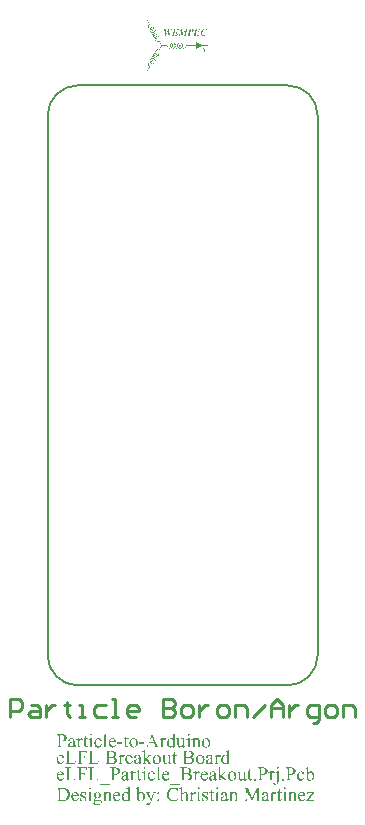
<source format=gbr>
%TF.GenerationSoftware,Altium Limited,Altium Designer,22.11.1 (43)*%
G04 Layer_Color=65535*
%FSLAX45Y45*%
%MOMM*%
%TF.SameCoordinates,003A0D21-0A85-4CB2-A7D7-273B0D73F9A5*%
%TF.FilePolarity,Positive*%
%TF.FileFunction,Legend,Top*%
%TF.Part,Single*%
G01*
G75*
%TA.AperFunction,NonConductor*%
%ADD15C,0.12700*%
%ADD16C,0.25400*%
G36*
X10635008Y11716832D02*
X10633767D01*
Y11711865D01*
X10632525D01*
Y11704416D01*
X10631284D01*
Y11699449D01*
X10630042D01*
Y11698207D01*
X10628800D01*
Y11705657D01*
X10627559D01*
Y11709382D01*
X10626317D01*
Y11711865D01*
X10625076D01*
Y11713107D01*
X10623834D01*
Y11714349D01*
X10622592D01*
Y11715590D01*
X10618868D01*
Y11716832D01*
X10615143D01*
Y11715590D01*
X10611418D01*
Y11714349D01*
X10608934D01*
Y11713107D01*
X10606451D01*
Y11711865D01*
X10605210D01*
Y11710624D01*
X10603968D01*
Y11709382D01*
X10602726D01*
Y11708140D01*
X10601485D01*
Y11705657D01*
X10600243D01*
Y11704416D01*
X10599001D01*
Y11701932D01*
X10597760D01*
Y11699449D01*
X10596518D01*
Y11696966D01*
X10595276D01*
Y11693241D01*
X10594035D01*
Y11688275D01*
X10592793D01*
Y11682067D01*
X10591552D01*
Y11673375D01*
X10592793D01*
Y11669650D01*
X10594035D01*
Y11667167D01*
X10595276D01*
Y11664684D01*
X10597760D01*
Y11663442D01*
X10600243D01*
Y11662201D01*
X10611418D01*
Y11663442D01*
X10613901D01*
Y11664684D01*
X10616384D01*
Y11665925D01*
X10618868D01*
Y11667167D01*
X10620109D01*
Y11668409D01*
X10621351D01*
Y11669650D01*
X10622592D01*
Y11672134D01*
X10625076D01*
Y11668409D01*
X10623834D01*
Y11667167D01*
X10622592D01*
Y11665925D01*
X10621351D01*
Y11664684D01*
X10620109D01*
Y11663442D01*
X10618868D01*
Y11662201D01*
X10617626D01*
Y11660959D01*
X10615143D01*
Y11659717D01*
X10611418D01*
Y11658476D01*
X10603968D01*
Y11657234D01*
X10601485D01*
Y11658476D01*
X10594035D01*
Y11659717D01*
X10590310D01*
Y11660959D01*
X10587827D01*
Y11662201D01*
X10586585D01*
Y11663442D01*
X10585344D01*
Y11664684D01*
X10584102D01*
Y11665925D01*
X10582860D01*
Y11668409D01*
X10581619D01*
Y11669650D01*
X10580377D01*
Y11674617D01*
X10579136D01*
Y11687033D01*
X10580377D01*
Y11693241D01*
X10581619D01*
Y11695724D01*
X10582860D01*
Y11699449D01*
X10584102D01*
Y11700691D01*
X10585344D01*
Y11701932D01*
X10586585D01*
Y11704416D01*
X10587827D01*
Y11705657D01*
X10589068D01*
Y11708140D01*
X10590310D01*
Y11709382D01*
X10592793D01*
Y11710624D01*
X10594035D01*
Y11711865D01*
X10595276D01*
Y11713107D01*
X10597760D01*
Y11714349D01*
X10599001D01*
Y11715590D01*
X10601485D01*
Y11716832D01*
X10606451D01*
Y11718074D01*
X10622592D01*
Y11716832D01*
X10632525D01*
Y11718074D01*
X10635008D01*
Y11716832D01*
D02*
G37*
G36*
X10575411Y11713107D02*
X10574169D01*
Y11708140D01*
X10572928D01*
Y11701932D01*
X10570444D01*
Y11708140D01*
X10569203D01*
Y11710624D01*
X10567961D01*
Y11711865D01*
X10565478D01*
Y11713107D01*
X10564236D01*
Y11714349D01*
X10556786D01*
Y11715590D01*
X10551820D01*
Y11714349D01*
X10549337D01*
Y11711865D01*
X10548095D01*
Y11708140D01*
X10546853D01*
Y11703174D01*
X10545612D01*
Y11699449D01*
X10544370D01*
Y11695724D01*
X10543129D01*
Y11690758D01*
X10550578D01*
Y11691999D01*
X10554303D01*
Y11693241D01*
X10556786D01*
Y11694483D01*
X10558028D01*
Y11695724D01*
X10559270D01*
Y11698207D01*
X10560511D01*
Y11700691D01*
X10562994D01*
Y11696966D01*
X10561753D01*
Y11691999D01*
X10560511D01*
Y11690758D01*
Y11689516D01*
Y11688275D01*
X10559270D01*
Y11683308D01*
X10558028D01*
Y11679583D01*
X10556786D01*
Y11677100D01*
X10555545D01*
Y11683308D01*
X10554303D01*
Y11685791D01*
X10553061D01*
Y11687033D01*
X10551820D01*
Y11688275D01*
X10541887D01*
Y11685791D01*
X10540645D01*
Y11680825D01*
X10539404D01*
Y11675858D01*
X10538162D01*
Y11672134D01*
X10536921D01*
Y11667167D01*
X10535679D01*
Y11663442D01*
X10536921D01*
Y11662201D01*
X10539404D01*
Y11660959D01*
X10545612D01*
Y11662201D01*
X10551820D01*
Y11663442D01*
X10555545D01*
Y11664684D01*
X10558028D01*
Y11665925D01*
X10560511D01*
Y11667167D01*
X10561753D01*
Y11668409D01*
X10562994D01*
Y11669650D01*
X10564236D01*
Y11670892D01*
X10565478D01*
Y11672134D01*
X10566719D01*
Y11674617D01*
X10567961D01*
Y11675858D01*
X10570444D01*
Y11674617D01*
X10569203D01*
Y11670892D01*
X10567961D01*
Y11667167D01*
X10566719D01*
Y11663442D01*
X10565478D01*
Y11659717D01*
X10517055D01*
Y11660959D01*
X10519538D01*
Y11662201D01*
X10522021D01*
Y11664684D01*
X10523263D01*
Y11667167D01*
X10524504D01*
Y11672134D01*
X10525746D01*
Y11675858D01*
X10526988D01*
Y11680825D01*
X10528229D01*
Y11685791D01*
X10529471D01*
Y11689516D01*
X10530712D01*
Y11694483D01*
X10531954D01*
Y11699449D01*
X10533196D01*
Y11703174D01*
X10534437D01*
Y11708140D01*
X10535679D01*
Y11714349D01*
X10533196D01*
Y11715590D01*
X10529471D01*
Y11716832D01*
X10575411D01*
Y11713107D01*
D02*
G37*
G36*
X10392893D02*
X10391651D01*
Y11706899D01*
X10390409D01*
Y11701932D01*
X10387926D01*
Y11706899D01*
X10386684D01*
Y11710624D01*
X10385443D01*
Y11711865D01*
X10382960D01*
Y11713107D01*
X10381718D01*
Y11714349D01*
X10375510D01*
Y11715590D01*
X10369302D01*
Y11714349D01*
X10366818D01*
Y11713107D01*
X10365577D01*
Y11709382D01*
X10364335D01*
Y11704416D01*
X10363094D01*
Y11699449D01*
X10361852D01*
Y11694483D01*
X10360610D01*
Y11690758D01*
X10368060D01*
Y11691999D01*
X10371785D01*
Y11693241D01*
X10374268D01*
Y11694483D01*
X10375510D01*
Y11695724D01*
X10376751D01*
Y11698207D01*
X10377993D01*
Y11700691D01*
X10380476D01*
Y11696966D01*
X10379235D01*
Y11693241D01*
X10377993D01*
Y11688275D01*
X10376751D01*
Y11683308D01*
X10375510D01*
Y11678342D01*
X10374268D01*
Y11677100D01*
X10373026D01*
Y11683308D01*
X10371785D01*
Y11685791D01*
X10370543D01*
Y11687033D01*
X10369302D01*
Y11688275D01*
X10359369D01*
Y11685791D01*
X10358127D01*
Y11682067D01*
X10356886D01*
Y11677100D01*
X10355644D01*
Y11672134D01*
X10354402D01*
Y11667167D01*
X10353161D01*
Y11663442D01*
X10354402D01*
Y11662201D01*
X10356886D01*
Y11660959D01*
X10361852D01*
Y11662201D01*
X10369302D01*
Y11663442D01*
X10371785D01*
Y11664684D01*
X10375510D01*
Y11665925D01*
X10377993D01*
Y11667167D01*
X10379235D01*
Y11668409D01*
X10380476D01*
Y11669650D01*
X10381718D01*
Y11670892D01*
X10382960D01*
Y11672134D01*
X10384201D01*
Y11674617D01*
X10385443D01*
Y11675858D01*
X10386684D01*
Y11672134D01*
X10385443D01*
Y11667167D01*
X10384201D01*
Y11663442D01*
X10382960D01*
Y11659717D01*
X10334536D01*
Y11660959D01*
X10337020D01*
Y11662201D01*
X10339503D01*
Y11664684D01*
X10340744D01*
Y11667167D01*
X10341986D01*
Y11672134D01*
X10343228D01*
Y11675858D01*
X10344469D01*
Y11680825D01*
X10345711D01*
Y11685791D01*
X10346953D01*
Y11690758D01*
X10348194D01*
Y11694483D01*
X10349436D01*
Y11699449D01*
X10350678D01*
Y11703174D01*
X10351919D01*
Y11708140D01*
X10353161D01*
Y11714349D01*
X10350678D01*
Y11715590D01*
X10346953D01*
Y11716832D01*
X10392893D01*
Y11713107D01*
D02*
G37*
G36*
X10341986Y11715590D02*
X10339503D01*
Y11714349D01*
X10337020D01*
Y11711865D01*
X10335778D01*
Y11710624D01*
X10334536D01*
Y11708140D01*
X10333295D01*
Y11705657D01*
X10332053D01*
Y11703174D01*
X10330811D01*
Y11699449D01*
X10329570D01*
Y11696966D01*
X10328328D01*
Y11695724D01*
X10327087D01*
Y11693241D01*
X10325845D01*
Y11689516D01*
X10324603D01*
Y11687033D01*
X10323362D01*
Y11684550D01*
X10322120D01*
Y11682067D01*
X10320879D01*
Y11679583D01*
X10319637D01*
Y11677100D01*
X10318395D01*
Y11674617D01*
X10317154D01*
Y11672134D01*
X10315912D01*
Y11669650D01*
X10314671D01*
Y11667167D01*
X10313429D01*
Y11664684D01*
X10312187D01*
Y11662201D01*
X10310946D01*
Y11659717D01*
X10309704D01*
Y11657234D01*
X10308462D01*
Y11658476D01*
X10307221D01*
Y11664684D01*
X10305979D01*
Y11674617D01*
X10304738D01*
Y11684550D01*
X10303496D01*
Y11694483D01*
X10302254D01*
Y11699449D01*
X10301013D01*
Y11698207D01*
X10299771D01*
Y11694483D01*
X10298529D01*
Y11691999D01*
X10297288D01*
Y11689516D01*
X10296046D01*
Y11687033D01*
X10294805D01*
Y11684550D01*
X10293563D01*
Y11682067D01*
X10292321D01*
Y11679583D01*
X10291080D01*
Y11677100D01*
X10289838D01*
Y11674617D01*
X10288596D01*
Y11672134D01*
X10287355D01*
Y11669650D01*
X10286113D01*
Y11665925D01*
X10284871D01*
Y11663442D01*
X10283630D01*
Y11660959D01*
X10282388D01*
Y11658476D01*
X10281147D01*
Y11657234D01*
X10279905D01*
Y11658476D01*
X10278663D01*
Y11667167D01*
X10277422D01*
Y11677100D01*
X10276180D01*
Y11685791D01*
X10274939D01*
Y11688275D01*
Y11689516D01*
Y11694483D01*
X10273697D01*
Y11703174D01*
X10272455D01*
Y11711865D01*
X10271214D01*
Y11714349D01*
X10268731D01*
Y11715590D01*
X10266247D01*
Y11716832D01*
X10289838D01*
Y11715590D01*
X10286113D01*
Y11714349D01*
X10284871D01*
Y11711865D01*
X10283630D01*
Y11709382D01*
X10284871D01*
Y11698207D01*
X10286113D01*
Y11684550D01*
X10287355D01*
Y11679583D01*
X10288596D01*
Y11680825D01*
X10289838D01*
Y11683308D01*
X10291080D01*
Y11685791D01*
X10292321D01*
Y11688275D01*
X10293563D01*
Y11690758D01*
X10294805D01*
Y11694483D01*
X10296046D01*
Y11696966D01*
X10297288D01*
Y11699449D01*
X10298529D01*
Y11700691D01*
X10299771D01*
Y11704416D01*
X10301013D01*
Y11713107D01*
X10299771D01*
Y11714349D01*
X10298529D01*
Y11715590D01*
X10294805D01*
Y11716832D01*
X10318395D01*
Y11715590D01*
X10314671D01*
Y11714349D01*
X10313429D01*
Y11713107D01*
X10312187D01*
Y11706899D01*
X10313429D01*
Y11695724D01*
X10314671D01*
Y11685791D01*
X10315912D01*
Y11679583D01*
X10317154D01*
Y11680825D01*
X10318395D01*
Y11684550D01*
X10319637D01*
Y11687033D01*
X10320879D01*
Y11689516D01*
X10322120D01*
Y11690758D01*
X10323362D01*
Y11694483D01*
X10324603D01*
Y11696966D01*
X10325845D01*
Y11699449D01*
X10327087D01*
Y11701932D01*
X10328328D01*
Y11704416D01*
X10329570D01*
Y11706899D01*
X10330811D01*
Y11709382D01*
X10332053D01*
Y11713107D01*
X10330811D01*
Y11714349D01*
X10329570D01*
Y11715590D01*
X10325845D01*
Y11716832D01*
X10341986D01*
Y11715590D01*
D02*
G37*
G36*
X10472356D02*
X10469873D01*
Y11714349D01*
X10467390D01*
Y11711865D01*
X10466148D01*
Y11708140D01*
X10464906D01*
Y11703174D01*
X10463665D01*
Y11699449D01*
X10462423D01*
Y11694483D01*
X10461182D01*
Y11690758D01*
X10459940D01*
Y11687033D01*
X10458698D01*
Y11680825D01*
X10457457D01*
Y11677100D01*
X10456215D01*
Y11672134D01*
X10454974D01*
Y11668409D01*
X10453732D01*
Y11663442D01*
X10454974D01*
Y11662201D01*
X10456215D01*
Y11660959D01*
X10459940D01*
Y11658476D01*
X10458698D01*
Y11659717D01*
X10436349D01*
Y11658476D01*
X10435108D01*
Y11659717D01*
X10433866D01*
Y11660959D01*
X10437591D01*
Y11662201D01*
X10440074D01*
Y11663442D01*
X10441316D01*
Y11665925D01*
X10442557D01*
Y11669650D01*
X10443799D01*
Y11674617D01*
X10445041D01*
Y11679583D01*
X10446282D01*
Y11684550D01*
X10447524D01*
Y11689516D01*
X10448765D01*
Y11693241D01*
X10450007D01*
Y11698207D01*
X10451249D01*
Y11701932D01*
X10452490D01*
Y11706899D01*
X10451249D01*
Y11704416D01*
X10450007D01*
Y11703174D01*
X10448765D01*
Y11700691D01*
X10447524D01*
Y11699449D01*
X10446282D01*
Y11696966D01*
X10445041D01*
Y11695724D01*
X10443799D01*
Y11693241D01*
X10442557D01*
Y11691999D01*
X10441316D01*
Y11689516D01*
X10440074D01*
Y11688275D01*
X10438833D01*
Y11685791D01*
X10437591D01*
Y11684550D01*
X10436349D01*
Y11682067D01*
X10435108D01*
Y11679583D01*
X10433866D01*
Y11678342D01*
X10432624D01*
Y11677100D01*
X10431383D01*
Y11674617D01*
X10430141D01*
Y11673375D01*
X10428900D01*
Y11670892D01*
X10427658D01*
Y11668409D01*
X10426416D01*
Y11667167D01*
X10425175D01*
Y11664684D01*
X10423933D01*
Y11663442D01*
X10422691D01*
Y11660959D01*
X10421450D01*
Y11659717D01*
X10420208D01*
Y11658476D01*
X10417725D01*
Y11664684D01*
X10416483D01*
Y11675858D01*
X10415242D01*
Y11687033D01*
X10414000D01*
Y11696966D01*
X10412758D01*
Y11705657D01*
X10411517D01*
Y11704416D01*
X10410275D01*
Y11699449D01*
X10409034D01*
Y11698207D01*
Y11696966D01*
Y11695724D01*
X10407792D01*
Y11691999D01*
X10406550D01*
Y11685791D01*
X10405309D01*
Y11682067D01*
X10404067D01*
Y11677100D01*
X10402826D01*
Y11673375D01*
X10401584D01*
Y11667167D01*
X10400342D01*
Y11665925D01*
X10401584D01*
Y11663442D01*
X10402826D01*
Y11662201D01*
X10404067D01*
Y11660959D01*
X10407792D01*
Y11659717D01*
X10392893D01*
Y11658476D01*
X10391651D01*
Y11659717D01*
X10390409D01*
Y11660959D01*
X10392893D01*
Y11662201D01*
X10394134D01*
Y11663442D01*
X10395376D01*
Y11664684D01*
X10396618D01*
Y11667167D01*
X10397859D01*
Y11670892D01*
X10399101D01*
Y11675858D01*
X10400342D01*
Y11680825D01*
X10401584D01*
Y11684550D01*
X10402826D01*
Y11688275D01*
X10404067D01*
Y11693241D01*
X10405309D01*
Y11696966D01*
X10406550D01*
Y11701932D01*
X10407792D01*
Y11705657D01*
X10409034D01*
Y11710624D01*
X10410275D01*
Y11713107D01*
X10409034D01*
Y11714349D01*
X10407792D01*
Y11715590D01*
X10404067D01*
Y11716832D01*
X10422691D01*
Y11708140D01*
X10423933D01*
Y11696966D01*
X10425175D01*
Y11687033D01*
X10426416D01*
Y11677100D01*
X10427658D01*
Y11675858D01*
X10428900D01*
Y11678342D01*
X10430141D01*
Y11680825D01*
X10431383D01*
Y11682067D01*
X10432624D01*
Y11684550D01*
X10433866D01*
Y11685791D01*
X10435108D01*
Y11688275D01*
X10436349D01*
Y11689516D01*
X10437591D01*
Y11691999D01*
X10438833D01*
Y11694483D01*
X10440074D01*
Y11695724D01*
X10441316D01*
Y11698207D01*
X10442557D01*
Y11699449D01*
X10443799D01*
Y11701932D01*
X10445041D01*
Y11703174D01*
X10446282D01*
Y11705657D01*
X10447524D01*
Y11706899D01*
X10448765D01*
Y11709382D01*
X10450007D01*
Y11710624D01*
X10451249D01*
Y11713107D01*
X10452490D01*
Y11715590D01*
X10453732D01*
Y11716832D01*
X10472356D01*
Y11715590D01*
D02*
G37*
G36*
X10512088D02*
X10515813D01*
Y11714349D01*
X10517055D01*
Y11713107D01*
X10518296D01*
Y11711865D01*
X10519538D01*
Y11710624D01*
X10520779D01*
Y11706899D01*
X10522021D01*
Y11701932D01*
X10520779D01*
Y11696966D01*
X10519538D01*
Y11695724D01*
X10518296D01*
Y11693241D01*
X10517055D01*
Y11691999D01*
X10514571D01*
Y11690758D01*
X10513330D01*
Y11689516D01*
X10510846D01*
Y11688275D01*
X10504638D01*
Y11687033D01*
X10489739D01*
Y11680825D01*
X10488497D01*
Y11675858D01*
X10487256D01*
Y11672134D01*
X10486014D01*
Y11667167D01*
X10484773D01*
Y11663442D01*
X10486014D01*
Y11662201D01*
X10487256D01*
Y11660959D01*
X10490981D01*
Y11659717D01*
X10466148D01*
Y11660959D01*
X10468631D01*
Y11662201D01*
X10471115D01*
Y11663442D01*
X10472356D01*
Y11665925D01*
X10473598D01*
Y11670892D01*
X10474839D01*
Y11675858D01*
X10476081D01*
Y11680825D01*
X10477323D01*
Y11684550D01*
X10478564D01*
Y11689516D01*
X10479806D01*
Y11693241D01*
X10481048D01*
Y11698207D01*
X10482289D01*
Y11703174D01*
X10483531D01*
Y11708140D01*
X10484773D01*
Y11714349D01*
X10482289D01*
Y11715590D01*
X10478564D01*
Y11716832D01*
X10512088D01*
Y11715590D01*
D02*
G37*
G36*
X10127186Y11795054D02*
X10128428D01*
Y11792571D01*
X10129669D01*
Y11790087D01*
X10130911D01*
Y11788846D01*
X10132152D01*
Y11786363D01*
X10133394D01*
Y11783879D01*
X10134636D01*
Y11782638D01*
X10135877D01*
Y11780154D01*
X10137119D01*
Y11777671D01*
X10138360D01*
Y11775188D01*
X10139602D01*
Y11773946D01*
X10140844D01*
Y11771463D01*
X10142085D01*
Y11768980D01*
X10143327D01*
Y11766497D01*
X10144568D01*
Y11764013D01*
X10145810D01*
Y11762772D01*
X10147052D01*
Y11760289D01*
X10148293D01*
Y11757805D01*
X10149535D01*
Y11752839D01*
X10147052D01*
Y11751597D01*
X10145810D01*
Y11750356D01*
X10144568D01*
Y11749114D01*
X10143327D01*
Y11747872D01*
X10142085D01*
Y11746631D01*
X10140844D01*
Y11744147D01*
X10139602D01*
Y11740423D01*
X10138360D01*
Y11730490D01*
X10139602D01*
Y11726765D01*
X10140844D01*
Y11724282D01*
X10142085D01*
Y11723040D01*
X10143327D01*
Y11720557D01*
X10145810D01*
Y11719315D01*
X10147052D01*
Y11718074D01*
X10149535D01*
Y11721798D01*
X10150776D01*
Y11724282D01*
X10152018D01*
Y11725523D01*
X10153260D01*
Y11726765D01*
X10154501D01*
Y11728007D01*
X10155743D01*
Y11729248D01*
X10156985D01*
Y11730490D01*
X10158226D01*
Y11731731D01*
X10160710D01*
Y11732973D01*
X10163193D01*
Y11734215D01*
X10165676D01*
Y11735456D01*
X10180576D01*
Y11734215D01*
X10183059D01*
Y11732973D01*
X10184300D01*
Y11729248D01*
X10183059D01*
Y11725523D01*
X10181817D01*
Y11723040D01*
X10180576D01*
Y11720557D01*
X10179334D01*
Y11719315D01*
X10178092D01*
Y11718074D01*
X10176851D01*
Y11716832D01*
X10175609D01*
Y11715590D01*
X10174368D01*
Y11714349D01*
X10171884D01*
Y11713107D01*
X10170643D01*
Y11711865D01*
X10166918D01*
Y11710624D01*
X10153260D01*
Y11709382D01*
X10152018D01*
Y11708140D01*
X10153260D01*
Y11703174D01*
X10154501D01*
Y11700691D01*
X10155743D01*
Y11698207D01*
X10156985D01*
Y11696966D01*
X10158226D01*
Y11695724D01*
X10159468D01*
Y11694483D01*
X10160710D01*
Y11693241D01*
X10163193D01*
Y11694483D01*
X10164434D01*
Y11696966D01*
X10165676D01*
Y11699449D01*
X10166918D01*
Y11701932D01*
X10168159D01*
Y11703174D01*
X10169401D01*
Y11704416D01*
X10171884D01*
Y11705657D01*
X10173126D01*
Y11706899D01*
X10174368D01*
Y11708140D01*
X10176851D01*
Y11709382D01*
X10181817D01*
Y11710624D01*
X10192992D01*
Y11709382D01*
X10197958D01*
Y11701932D01*
X10196716D01*
Y11699449D01*
X10195475D01*
Y11696966D01*
X10194233D01*
Y11695724D01*
X10192992D01*
Y11693241D01*
X10191750D01*
Y11691999D01*
X10190508D01*
Y11690758D01*
X10189267D01*
Y11689516D01*
X10186784D01*
Y11688275D01*
X10184300D01*
Y11687033D01*
X10181817D01*
Y11685791D01*
X10176851D01*
Y11684550D01*
X10170643D01*
Y11685791D01*
X10166918D01*
Y11679583D01*
X10168159D01*
Y11677100D01*
X10169401D01*
Y11674617D01*
X10170643D01*
Y11672134D01*
X10171884D01*
Y11670892D01*
X10173126D01*
Y11669650D01*
X10174368D01*
Y11668409D01*
X10178092D01*
Y11670892D01*
X10179334D01*
Y11673375D01*
X10180576D01*
Y11675858D01*
X10181817D01*
Y11677100D01*
X10183059D01*
Y11678342D01*
X10184300D01*
Y11679583D01*
X10185542D01*
Y11680825D01*
X10188025D01*
Y11682067D01*
X10189267D01*
Y11683308D01*
X10192992D01*
Y11684550D01*
X10195475D01*
Y11685791D01*
X10206650D01*
Y11684550D01*
X10210374D01*
Y11683308D01*
X10211616D01*
Y11682067D01*
X10212858D01*
Y11679583D01*
X10211616D01*
Y11675858D01*
X10210374D01*
Y11673375D01*
X10209133D01*
Y11670892D01*
X10207891D01*
Y11669650D01*
X10206650D01*
Y11668409D01*
X10205408D01*
Y11667167D01*
X10204166D01*
Y11665925D01*
X10202925D01*
Y11664684D01*
X10201683D01*
Y11663442D01*
X10199200D01*
Y11662201D01*
X10196716D01*
Y11660959D01*
X10192992D01*
Y11659717D01*
X10180576D01*
Y11657234D01*
X10181817D01*
Y11652268D01*
X10183059D01*
Y11649784D01*
X10184300D01*
Y11648543D01*
X10185542D01*
Y11647301D01*
X10186784D01*
Y11646060D01*
X10188025D01*
Y11644818D01*
X10189267D01*
Y11643576D01*
X10190508D01*
Y11642335D01*
X10191750D01*
Y11644818D01*
X10192992D01*
Y11647301D01*
X10194233D01*
Y11649784D01*
X10195475D01*
Y11651026D01*
X10196716D01*
Y11652268D01*
X10197958D01*
Y11653509D01*
X10199200D01*
Y11654751D01*
X10200441D01*
Y11655992D01*
X10201683D01*
Y11657234D01*
X10204166D01*
Y11658476D01*
X10206650D01*
Y11659717D01*
X10212858D01*
Y11660959D01*
X10220307D01*
Y11659717D01*
X10225274D01*
Y11658476D01*
X10226515D01*
Y11652268D01*
X10225274D01*
Y11648543D01*
X10224032D01*
Y11647301D01*
X10222791D01*
Y11644818D01*
X10221549D01*
Y11643576D01*
X10220307D01*
Y11642335D01*
X10219066D01*
Y11641093D01*
X10217824D01*
Y11639851D01*
X10216583D01*
Y11638610D01*
X10214099D01*
Y11637368D01*
X10211616D01*
Y11636127D01*
X10207891D01*
Y11634885D01*
X10195475D01*
Y11628677D01*
X10196716D01*
Y11626194D01*
X10197958D01*
Y11623710D01*
X10199200D01*
Y11622469D01*
X10200441D01*
Y11621227D01*
X10201683D01*
Y11619985D01*
X10202925D01*
Y11618744D01*
X10204166D01*
Y11617502D01*
X10206650D01*
Y11616261D01*
X10209133D01*
Y11615019D01*
X10222791D01*
Y11616261D01*
X10226515D01*
Y11617502D01*
X10230240D01*
Y11615019D01*
X10231482D01*
Y11612536D01*
X10232724D01*
Y11611294D01*
X10233965D01*
Y11608811D01*
X10235207D01*
Y11606328D01*
X10236448D01*
Y11603844D01*
X10237690D01*
Y11602603D01*
X10238932D01*
Y11600120D01*
X10240173D01*
Y11597636D01*
X10241415D01*
Y11595153D01*
X10242656D01*
Y11592670D01*
X10243898D01*
Y11591428D01*
X10245140D01*
Y11588945D01*
X10246381D01*
Y11586462D01*
X10247623D01*
Y11585220D01*
X10248865D01*
Y11582737D01*
X10250106D01*
Y11580254D01*
X10251348D01*
Y11579012D01*
X10296046D01*
Y11577770D01*
X10297288D01*
Y11571562D01*
X10298529D01*
Y11567837D01*
X10299771D01*
Y11565354D01*
X10301013D01*
Y11564113D01*
X10302254D01*
Y11561629D01*
X10303496D01*
Y11560388D01*
X10305979D01*
Y11559146D01*
X10307221D01*
Y11557904D01*
X10309704D01*
Y11556663D01*
X10313429D01*
Y11555421D01*
X10322120D01*
Y11556663D01*
X10325845D01*
Y11557904D01*
X10328328D01*
Y11559146D01*
X10327087D01*
Y11560388D01*
X10325845D01*
Y11562871D01*
X10324603D01*
Y11565354D01*
X10323362D01*
Y11567837D01*
X10322120D01*
Y11574045D01*
X10320879D01*
Y11579012D01*
X10322120D01*
Y11583979D01*
X10323362D01*
Y11587703D01*
X10324603D01*
Y11590187D01*
X10325845D01*
Y11591428D01*
X10327087D01*
Y11592670D01*
X10328328D01*
Y11593912D01*
X10329570D01*
Y11595153D01*
X10330811D01*
Y11596395D01*
X10334536D01*
Y11595153D01*
X10335778D01*
Y11593912D01*
X10337020D01*
Y11592670D01*
X10338261D01*
Y11590187D01*
X10339503D01*
Y11588945D01*
X10340744D01*
Y11586462D01*
X10341986D01*
Y11582737D01*
X10343228D01*
Y11569079D01*
X10341986D01*
Y11566596D01*
X10340744D01*
Y11564113D01*
X10339503D01*
Y11561629D01*
X10338261D01*
Y11560388D01*
X10337020D01*
Y11557904D01*
X10338261D01*
Y11556663D01*
X10341986D01*
Y11555421D01*
X10351919D01*
Y11556663D01*
X10355644D01*
Y11557904D01*
X10356886D01*
Y11559146D01*
X10355644D01*
Y11560388D01*
X10354402D01*
Y11562871D01*
X10353161D01*
Y11565354D01*
X10351919D01*
Y11569079D01*
X10350678D01*
Y11583979D01*
X10351919D01*
Y11586462D01*
X10353161D01*
Y11588945D01*
X10354402D01*
Y11591428D01*
X10355644D01*
Y11592670D01*
X10356886D01*
Y11593912D01*
X10358127D01*
Y11595153D01*
X10359369D01*
Y11596395D01*
X10363094D01*
Y11595153D01*
X10364335D01*
Y11593912D01*
X10365577D01*
Y11592670D01*
X10366818D01*
Y11591428D01*
X10368060D01*
Y11588945D01*
X10369302D01*
Y11586462D01*
X10370543D01*
Y11583979D01*
X10371785D01*
Y11569079D01*
X10370543D01*
Y11565354D01*
X10369302D01*
Y11562871D01*
X10368060D01*
Y11561629D01*
X10366818D01*
Y11560388D01*
X10365577D01*
Y11557904D01*
X10366818D01*
Y11556663D01*
X10370543D01*
Y11555421D01*
X10380476D01*
Y11556663D01*
X10384201D01*
Y11557904D01*
X10385443D01*
Y11560388D01*
X10384201D01*
Y11561629D01*
X10382960D01*
Y11562871D01*
X10381718D01*
Y11565354D01*
X10380476D01*
Y11569079D01*
X10379235D01*
Y11582737D01*
X10380476D01*
Y11586462D01*
X10381718D01*
Y11588945D01*
X10382960D01*
Y11590187D01*
X10384201D01*
Y11592670D01*
X10385443D01*
Y11593912D01*
X10386684D01*
Y11595153D01*
X10387926D01*
Y11596395D01*
X10391651D01*
Y11595153D01*
X10392893D01*
Y11593912D01*
X10394134D01*
Y11592670D01*
X10395376D01*
Y11591428D01*
X10396618D01*
Y11590187D01*
X10397859D01*
Y11587703D01*
X10399101D01*
Y11583979D01*
X10400342D01*
Y11577770D01*
X10401584D01*
Y11574045D01*
X10400342D01*
Y11567837D01*
X10399101D01*
Y11564113D01*
X10397859D01*
Y11562871D01*
X10396618D01*
Y11560388D01*
X10395376D01*
Y11559146D01*
X10394134D01*
Y11557904D01*
X10396618D01*
Y11556663D01*
X10399101D01*
Y11555421D01*
X10409034D01*
Y11556663D01*
X10412758D01*
Y11557904D01*
X10414000D01*
Y11560388D01*
X10412758D01*
Y11561629D01*
X10411517D01*
Y11564113D01*
X10410275D01*
Y11566596D01*
X10409034D01*
Y11570321D01*
X10407792D01*
Y11581495D01*
X10409034D01*
Y11585220D01*
X10410275D01*
Y11587703D01*
X10411517D01*
Y11590187D01*
X10412758D01*
Y11591428D01*
X10414000D01*
Y11593912D01*
X10415242D01*
Y11595153D01*
X10416483D01*
Y11596395D01*
X10421450D01*
Y11593912D01*
X10422691D01*
Y11592670D01*
X10423933D01*
Y11591428D01*
X10425175D01*
Y11590187D01*
X10426416D01*
Y11587703D01*
X10427658D01*
Y11585220D01*
X10428900D01*
Y11580254D01*
X10430141D01*
Y11572804D01*
X10428900D01*
Y11566596D01*
X10427658D01*
Y11564113D01*
X10426416D01*
Y11561629D01*
X10425175D01*
Y11560388D01*
X10423933D01*
Y11559146D01*
X10422691D01*
Y11557904D01*
X10425175D01*
Y11556663D01*
X10428900D01*
Y11555421D01*
X10438833D01*
Y11556663D01*
X10441316D01*
Y11557904D01*
X10443799D01*
Y11559146D01*
X10446282D01*
Y11560388D01*
X10447524D01*
Y11561629D01*
X10448765D01*
Y11562871D01*
X10450007D01*
Y11565354D01*
X10451249D01*
Y11566596D01*
X10452490D01*
Y11570321D01*
X10453732D01*
Y11576529D01*
X10454974D01*
Y11577770D01*
X10456215D01*
Y11579012D01*
X10457457D01*
Y11577770D01*
X10461182D01*
Y11579012D01*
X10463665D01*
Y11577770D01*
X10464906D01*
Y11579012D01*
X10469873D01*
Y11577770D01*
X10471115D01*
Y11579012D01*
X10472356D01*
Y11577770D01*
X10473598D01*
Y11579012D01*
X10474839D01*
Y11577770D01*
X10476081D01*
Y11579012D01*
X10478564D01*
Y11577770D01*
X10534437D01*
Y11579012D01*
X10535679D01*
Y11607569D01*
X10539404D01*
Y11606328D01*
X10541887D01*
Y11605086D01*
X10543129D01*
Y11603844D01*
X10545612D01*
Y11602603D01*
X10548095D01*
Y11601361D01*
X10550578D01*
Y11600120D01*
X10553061D01*
Y11598878D01*
X10555545D01*
Y11597636D01*
X10558028D01*
Y11596395D01*
X10560511D01*
Y11595153D01*
X10562994D01*
Y11593912D01*
X10564236D01*
Y11592670D01*
X10566719D01*
Y11591428D01*
X10569203D01*
Y11590187D01*
X10571686D01*
Y11588945D01*
X10574169D01*
Y11587703D01*
X10576652D01*
Y11586462D01*
X10579136D01*
Y11585220D01*
X10580377D01*
Y11583979D01*
X10584102D01*
Y11582737D01*
X10585344D01*
Y11581495D01*
X10587827D01*
Y11606328D01*
X10589068D01*
Y11607569D01*
X10592793D01*
Y11606328D01*
X10594035D01*
Y11577770D01*
X10638733D01*
Y11574045D01*
X10594035D01*
Y11556663D01*
X10596518D01*
Y11555421D01*
X10599001D01*
Y11554180D01*
X10601485D01*
Y11552938D01*
X10603968D01*
Y11551696D01*
X10606451D01*
Y11550455D01*
X10608934D01*
Y11549213D01*
X10610176D01*
Y11547972D01*
X10612659D01*
Y11525622D01*
X10611418D01*
Y11524381D01*
X10610176D01*
Y11525622D01*
X10608934D01*
Y11543005D01*
X10607693D01*
Y11545488D01*
X10605210D01*
Y11546730D01*
X10602726D01*
Y11547972D01*
X10600243D01*
Y11549213D01*
X10597760D01*
Y11550455D01*
X10595276D01*
Y11551696D01*
X10594035D01*
Y11545488D01*
X10592793D01*
Y11544247D01*
X10589068D01*
Y11545488D01*
X10587827D01*
Y11570321D01*
X10585344D01*
Y11569079D01*
X10582860D01*
Y11567837D01*
X10580377D01*
Y11566596D01*
X10579136D01*
Y11565354D01*
X10576652D01*
Y11564113D01*
X10574169D01*
Y11562871D01*
X10571686D01*
Y11561629D01*
X10569203D01*
Y11560388D01*
X10566719D01*
Y11559146D01*
X10564236D01*
Y11557904D01*
X10562994D01*
Y11556663D01*
X10560511D01*
Y11555421D01*
X10558028D01*
Y11554180D01*
X10555545D01*
Y11552938D01*
X10553061D01*
Y11551696D01*
X10550578D01*
Y11550455D01*
X10548095D01*
Y11549213D01*
X10545612D01*
Y11547972D01*
X10543129D01*
Y11546730D01*
X10540645D01*
Y11545488D01*
X10539404D01*
Y11544247D01*
X10535679D01*
Y11572804D01*
X10534437D01*
Y11574045D01*
X10459940D01*
Y11572804D01*
X10458698D01*
Y11569079D01*
X10457457D01*
Y11566596D01*
X10456215D01*
Y11564113D01*
X10454974D01*
Y11561629D01*
X10453732D01*
Y11560388D01*
X10452490D01*
Y11559146D01*
X10451249D01*
Y11557904D01*
X10450007D01*
Y11556663D01*
X10448765D01*
Y11555421D01*
X10447524D01*
Y11554180D01*
X10445041D01*
Y11552938D01*
X10442557D01*
Y11551696D01*
X10438833D01*
Y11550455D01*
X10428900D01*
Y11551696D01*
X10423933D01*
Y11552938D01*
X10421450D01*
Y11554180D01*
X10416483D01*
Y11552938D01*
X10414000D01*
Y11551696D01*
X10409034D01*
Y11550455D01*
X10399101D01*
Y11551696D01*
X10395376D01*
Y11552938D01*
X10392893D01*
Y11554180D01*
X10386684D01*
Y11552938D01*
X10384201D01*
Y11551696D01*
X10380476D01*
Y11550455D01*
X10370543D01*
Y11551696D01*
X10366818D01*
Y11552938D01*
X10364335D01*
Y11554180D01*
X10358127D01*
Y11552938D01*
X10355644D01*
Y11551696D01*
X10350678D01*
Y11550455D01*
X10341986D01*
Y11551696D01*
X10338261D01*
Y11552938D01*
X10334536D01*
Y11554180D01*
X10329570D01*
Y11552938D01*
X10327087D01*
Y11551696D01*
X10322120D01*
Y11550455D01*
X10313429D01*
Y11551696D01*
X10308462D01*
Y11552938D01*
X10305979D01*
Y11554180D01*
X10303496D01*
Y11555421D01*
X10302254D01*
Y11556663D01*
X10301013D01*
Y11557904D01*
X10299771D01*
Y11559146D01*
X10298529D01*
Y11560388D01*
X10297288D01*
Y11561629D01*
X10296046D01*
Y11564113D01*
X10294805D01*
Y11566596D01*
X10293563D01*
Y11571562D01*
X10292321D01*
Y11574045D01*
X10251348D01*
Y11572804D01*
X10250106D01*
Y11570321D01*
X10248865D01*
Y11567837D01*
X10247623D01*
Y11565354D01*
X10246381D01*
Y11562871D01*
X10245140D01*
Y11561629D01*
X10243898D01*
Y11559146D01*
X10242656D01*
Y11556663D01*
X10241415D01*
Y11554180D01*
X10240173D01*
Y11552938D01*
X10238932D01*
Y11550455D01*
X10237690D01*
Y11547972D01*
X10236448D01*
Y11546730D01*
X10235207D01*
Y11544247D01*
X10233965D01*
Y11541763D01*
X10232724D01*
Y11539280D01*
X10231482D01*
Y11538039D01*
X10230240D01*
Y11535555D01*
X10228999D01*
Y11534314D01*
X10227757D01*
Y11535555D01*
X10225274D01*
Y11536797D01*
X10221549D01*
Y11538039D01*
X10211616D01*
Y11536797D01*
X10207891D01*
Y11535555D01*
X10205408D01*
Y11534314D01*
X10204166D01*
Y11533072D01*
X10202925D01*
Y11531830D01*
X10201683D01*
Y11530589D01*
X10200441D01*
Y11529347D01*
X10199200D01*
Y11528106D01*
X10197958D01*
Y11524381D01*
X10196716D01*
Y11520656D01*
X10195475D01*
Y11516931D01*
X10200441D01*
Y11518173D01*
X10204166D01*
Y11516931D01*
X10211616D01*
Y11515689D01*
X10214099D01*
Y11514448D01*
X10216583D01*
Y11513206D01*
X10217824D01*
Y11511965D01*
X10219066D01*
Y11510723D01*
X10220307D01*
Y11509481D01*
X10221549D01*
Y11508240D01*
X10222791D01*
Y11506998D01*
X10224032D01*
Y11504515D01*
X10225274D01*
Y11502032D01*
X10226515D01*
Y11497065D01*
X10227757D01*
Y11495824D01*
X10226515D01*
Y11493340D01*
X10222791D01*
Y11492099D01*
X10210374D01*
Y11493340D01*
X10206650D01*
Y11494582D01*
X10204166D01*
Y11495824D01*
X10201683D01*
Y11497065D01*
X10200441D01*
Y11498307D01*
X10199200D01*
Y11499548D01*
X10197958D01*
Y11500790D01*
X10196716D01*
Y11502032D01*
X10195475D01*
Y11504515D01*
X10194233D01*
Y11505757D01*
X10192992D01*
Y11509481D01*
X10189267D01*
Y11508240D01*
X10188025D01*
Y11506998D01*
X10186784D01*
Y11505757D01*
X10185542D01*
Y11503273D01*
X10184300D01*
Y11502032D01*
X10183059D01*
Y11498307D01*
X10181817D01*
Y11492099D01*
X10185542D01*
Y11493340D01*
X10190508D01*
Y11492099D01*
X10196716D01*
Y11490857D01*
X10199200D01*
Y11489615D01*
X10201683D01*
Y11488374D01*
X10202925D01*
Y11487132D01*
X10204166D01*
Y11485890D01*
X10206650D01*
Y11483407D01*
X10207891D01*
Y11482166D01*
X10209133D01*
Y11480924D01*
X10210374D01*
Y11478441D01*
X10211616D01*
Y11474716D01*
X10212858D01*
Y11469749D01*
X10211616D01*
Y11468508D01*
X10210374D01*
Y11467266D01*
X10195475D01*
Y11468508D01*
X10191750D01*
Y11469749D01*
X10189267D01*
Y11470991D01*
X10188025D01*
Y11472233D01*
X10185542D01*
Y11473474D01*
X10184300D01*
Y11474716D01*
X10183059D01*
Y11475957D01*
X10181817D01*
Y11478441D01*
X10180576D01*
Y11479682D01*
X10179334D01*
Y11482166D01*
X10178092D01*
Y11484649D01*
X10175609D01*
Y11483407D01*
X10174368D01*
Y11482166D01*
X10173126D01*
Y11480924D01*
X10171884D01*
Y11479682D01*
X10170643D01*
Y11477199D01*
X10169401D01*
Y11474716D01*
X10168159D01*
Y11470991D01*
X10166918D01*
Y11467266D01*
X10180576D01*
Y11466025D01*
X10184300D01*
Y11464783D01*
X10186784D01*
Y11463541D01*
X10188025D01*
Y11462300D01*
X10190508D01*
Y11461058D01*
X10191750D01*
Y11459817D01*
X10192992D01*
Y11458575D01*
X10194233D01*
Y11456092D01*
X10195475D01*
Y11453608D01*
X10196716D01*
Y11451125D01*
X10197958D01*
Y11447400D01*
X10199200D01*
Y11444917D01*
X10197958D01*
Y11443675D01*
X10195475D01*
Y11442434D01*
X10180576D01*
Y11443675D01*
X10176851D01*
Y11444917D01*
X10174368D01*
Y11446159D01*
X10173126D01*
Y11447400D01*
X10170643D01*
Y11448642D01*
X10169401D01*
Y11451125D01*
X10166918D01*
Y11453608D01*
X10165676D01*
Y11456092D01*
X10164434D01*
Y11458575D01*
X10163193D01*
Y11459817D01*
X10161951D01*
Y11458575D01*
X10159468D01*
Y11457333D01*
X10158226D01*
Y11454850D01*
X10156985D01*
Y11453608D01*
X10155743D01*
Y11451125D01*
X10154501D01*
Y11448642D01*
X10153260D01*
Y11442434D01*
X10166918D01*
Y11441192D01*
X10169401D01*
Y11439951D01*
X10171884D01*
Y11438709D01*
X10174368D01*
Y11437467D01*
X10175609D01*
Y11436226D01*
X10176851D01*
Y11434984D01*
X10178092D01*
Y11433742D01*
X10179334D01*
Y11432501D01*
X10180576D01*
Y11430018D01*
X10181817D01*
Y11427534D01*
X10183059D01*
Y11423810D01*
X10184300D01*
Y11418843D01*
X10181817D01*
Y11417601D01*
X10176851D01*
Y11416360D01*
X10170643D01*
Y11417601D01*
X10165676D01*
Y11418843D01*
X10161951D01*
Y11420085D01*
X10160710D01*
Y11421326D01*
X10158226D01*
Y11422568D01*
X10156985D01*
Y11423810D01*
X10155743D01*
Y11425051D01*
X10154501D01*
Y11426293D01*
X10153260D01*
Y11427534D01*
X10152018D01*
Y11430018D01*
X10150776D01*
Y11432501D01*
X10149535D01*
Y11434984D01*
X10147052D01*
Y11433742D01*
X10145810D01*
Y11432501D01*
X10144568D01*
Y11431259D01*
X10143327D01*
Y11430018D01*
X10142085D01*
Y11427534D01*
X10140844D01*
Y11425051D01*
X10139602D01*
Y11421326D01*
X10138360D01*
Y11413877D01*
X10139602D01*
Y11410152D01*
X10140844D01*
Y11406427D01*
X10142085D01*
Y11405185D01*
X10143327D01*
Y11403944D01*
X10144568D01*
Y11402702D01*
X10145810D01*
Y11401460D01*
X10147052D01*
Y11400219D01*
X10148293D01*
Y11398977D01*
X10149535D01*
Y11397735D01*
X10150776D01*
Y11396494D01*
X10149535D01*
Y11394011D01*
X10148293D01*
Y11391527D01*
X10147052D01*
Y11390286D01*
X10145810D01*
Y11387802D01*
X10144568D01*
Y11385319D01*
X10143327D01*
Y11382836D01*
X10142085D01*
Y11381594D01*
X10140844D01*
Y11379111D01*
X10139602D01*
Y11376628D01*
X10138360D01*
Y11375386D01*
X10137119D01*
Y11372903D01*
X10135877D01*
Y11370420D01*
X10134636D01*
Y11367937D01*
X10133394D01*
Y11365453D01*
X10132152D01*
Y11364212D01*
X10130911D01*
Y11361729D01*
X10129669D01*
Y11359245D01*
X10128428D01*
Y11356762D01*
X10127186D01*
Y11355520D01*
X10123461D01*
Y11356762D01*
X10122219D01*
Y11359245D01*
X10123461D01*
Y11360487D01*
X10124703D01*
Y11362970D01*
X10125944D01*
Y11365453D01*
X10127186D01*
Y11366695D01*
X10128428D01*
Y11369178D01*
X10129669D01*
Y11371662D01*
X10130911D01*
Y11374145D01*
X10132152D01*
Y11375386D01*
X10133394D01*
Y11377870D01*
X10134636D01*
Y11380353D01*
X10135877D01*
Y11382836D01*
X10137119D01*
Y11385319D01*
X10138360D01*
Y11386561D01*
X10139602D01*
Y11389044D01*
X10140844D01*
Y11391527D01*
X10142085D01*
Y11392769D01*
X10143327D01*
Y11395252D01*
X10144568D01*
Y11396494D01*
X10143327D01*
Y11397735D01*
X10142085D01*
Y11398977D01*
X10140844D01*
Y11400219D01*
X10139602D01*
Y11401460D01*
X10138360D01*
Y11403944D01*
X10137119D01*
Y11405185D01*
X10135877D01*
Y11408910D01*
X10134636D01*
Y11413877D01*
X10133394D01*
Y11420085D01*
X10134636D01*
Y11425051D01*
X10135877D01*
Y11428776D01*
X10137119D01*
Y11431259D01*
X10138360D01*
Y11432501D01*
X10139602D01*
Y11433742D01*
X10140844D01*
Y11434984D01*
X10142085D01*
Y11436226D01*
X10143327D01*
Y11437467D01*
X10144568D01*
Y11438709D01*
X10145810D01*
Y11439951D01*
X10148293D01*
Y11448642D01*
X10149535D01*
Y11452367D01*
X10150776D01*
Y11454850D01*
X10152018D01*
Y11457333D01*
X10153260D01*
Y11458575D01*
X10154501D01*
Y11459817D01*
X10155743D01*
Y11461058D01*
X10156985D01*
Y11462300D01*
X10158226D01*
Y11463541D01*
X10160710D01*
Y11464783D01*
X10161951D01*
Y11470991D01*
X10163193D01*
Y11475957D01*
X10164434D01*
Y11478441D01*
X10165676D01*
Y11480924D01*
X10166918D01*
Y11482166D01*
X10168159D01*
Y11484649D01*
X10169401D01*
Y11485890D01*
X10170643D01*
Y11487132D01*
X10173126D01*
Y11488374D01*
X10174368D01*
Y11489615D01*
X10176851D01*
Y11498307D01*
X10178092D01*
Y11502032D01*
X10179334D01*
Y11504515D01*
X10180576D01*
Y11506998D01*
X10181817D01*
Y11508240D01*
X10183059D01*
Y11509481D01*
X10184300D01*
Y11510723D01*
X10185542D01*
Y11511965D01*
X10186784D01*
Y11513206D01*
X10188025D01*
Y11514448D01*
X10190508D01*
Y11520656D01*
X10191750D01*
Y11525622D01*
X10192992D01*
Y11528106D01*
X10194233D01*
Y11530589D01*
X10195475D01*
Y11531830D01*
X10196716D01*
Y11534314D01*
X10197958D01*
Y11535555D01*
X10199200D01*
Y11536797D01*
X10200441D01*
Y11538039D01*
X10201683D01*
Y11539280D01*
X10204166D01*
Y11540522D01*
X10207891D01*
Y11541763D01*
X10211616D01*
Y11543005D01*
X10221549D01*
Y11541763D01*
X10225274D01*
Y11540522D01*
X10227757D01*
Y11543005D01*
X10228999D01*
Y11545488D01*
X10230240D01*
Y11546730D01*
X10231482D01*
Y11549213D01*
X10232724D01*
Y11551696D01*
X10233965D01*
Y11554180D01*
X10235207D01*
Y11556663D01*
X10236448D01*
Y11557904D01*
X10237690D01*
Y11560388D01*
X10238932D01*
Y11562871D01*
X10240173D01*
Y11564113D01*
X10241415D01*
Y11567837D01*
X10242656D01*
Y11569079D01*
X10243898D01*
Y11571562D01*
X10245140D01*
Y11574045D01*
X10246381D01*
Y11575287D01*
X10247623D01*
Y11576529D01*
X10246381D01*
Y11579012D01*
X10245140D01*
Y11581495D01*
X10243898D01*
Y11583979D01*
X10242656D01*
Y11585220D01*
X10241415D01*
Y11587703D01*
X10240173D01*
Y11590187D01*
X10238932D01*
Y11592670D01*
X10237690D01*
Y11593912D01*
X10236448D01*
Y11596395D01*
X10235207D01*
Y11598878D01*
X10233965D01*
Y11601361D01*
X10232724D01*
Y11603844D01*
X10231482D01*
Y11605086D01*
X10230240D01*
Y11607569D01*
X10228999D01*
Y11610052D01*
X10227757D01*
Y11611294D01*
X10224032D01*
Y11610052D01*
X10209133D01*
Y11611294D01*
X10205408D01*
Y11612536D01*
X10202925D01*
Y11613777D01*
X10200441D01*
Y11615019D01*
X10199200D01*
Y11616261D01*
X10197958D01*
Y11617502D01*
X10196716D01*
Y11619985D01*
X10195475D01*
Y11621227D01*
X10194233D01*
Y11622469D01*
X10192992D01*
Y11624952D01*
X10191750D01*
Y11628677D01*
X10190508D01*
Y11637368D01*
X10189267D01*
Y11638610D01*
X10186784D01*
Y11639851D01*
X10185542D01*
Y11641093D01*
X10184300D01*
Y11642335D01*
X10183059D01*
Y11643576D01*
X10181817D01*
Y11644818D01*
X10180576D01*
Y11647301D01*
X10179334D01*
Y11649784D01*
X10178092D01*
Y11652268D01*
X10176851D01*
Y11658476D01*
X10175609D01*
Y11660959D01*
X10176851D01*
Y11662201D01*
X10175609D01*
Y11663442D01*
X10173126D01*
Y11664684D01*
X10171884D01*
Y11665925D01*
X10170643D01*
Y11667167D01*
X10169401D01*
Y11668409D01*
X10168159D01*
Y11669650D01*
X10166918D01*
Y11670892D01*
X10165676D01*
Y11673375D01*
X10164434D01*
Y11675858D01*
X10163193D01*
Y11679583D01*
X10161951D01*
Y11688275D01*
X10159468D01*
Y11689516D01*
X10156985D01*
Y11690758D01*
X10155743D01*
Y11691999D01*
X10154501D01*
Y11693241D01*
X10153260D01*
Y11694483D01*
X10152018D01*
Y11696966D01*
X10150776D01*
Y11699449D01*
X10149535D01*
Y11703174D01*
X10148293D01*
Y11711865D01*
X10147052D01*
Y11713107D01*
X10145810D01*
Y11714349D01*
X10143327D01*
Y11715590D01*
X10142085D01*
Y11716832D01*
X10140844D01*
Y11718074D01*
X10139602D01*
Y11719315D01*
X10138360D01*
Y11721798D01*
X10137119D01*
Y11723040D01*
X10135877D01*
Y11725523D01*
X10134636D01*
Y11730490D01*
X10133394D01*
Y11740423D01*
X10134636D01*
Y11745389D01*
X10135877D01*
Y11747872D01*
X10137119D01*
Y11749114D01*
X10138360D01*
Y11751597D01*
X10139602D01*
Y11752839D01*
X10140844D01*
Y11754080D01*
X10142085D01*
Y11755322D01*
X10143327D01*
Y11759047D01*
X10142085D01*
Y11761530D01*
X10140844D01*
Y11762772D01*
X10139602D01*
Y11765255D01*
X10138360D01*
Y11767738D01*
X10137119D01*
Y11768980D01*
X10135877D01*
Y11772705D01*
X10134636D01*
Y11773946D01*
X10133394D01*
Y11776430D01*
X10132152D01*
Y11778913D01*
X10130911D01*
Y11780154D01*
X10129669D01*
Y11782638D01*
X10128428D01*
Y11785121D01*
X10127186D01*
Y11787604D01*
X10125944D01*
Y11790087D01*
X10124703D01*
Y11791329D01*
X10123461D01*
Y11793812D01*
X10122219D01*
Y11796295D01*
X10123461D01*
Y11797537D01*
X10127186D01*
Y11795054D01*
D02*
G37*
G36*
X10479197Y5751141D02*
X10480089Y5750918D01*
X10480981Y5750695D01*
X10481985Y5750249D01*
X10482988Y5749580D01*
X10483880Y5748799D01*
X10483992Y5748688D01*
X10484215Y5748353D01*
X10484661Y5747907D01*
X10485107Y5747238D01*
X10485553Y5746346D01*
X10485999Y5745343D01*
X10486222Y5744116D01*
X10486334Y5742889D01*
Y5742778D01*
Y5742332D01*
X10486222Y5741663D01*
X10485999Y5740882D01*
X10485776Y5739990D01*
X10485330Y5738987D01*
X10484661Y5738095D01*
X10483880Y5737091D01*
X10483769Y5736980D01*
X10483434Y5736757D01*
X10482988Y5736311D01*
X10482319Y5735865D01*
X10481427Y5735419D01*
X10480424Y5734973D01*
X10479197Y5734750D01*
X10477971Y5734638D01*
X10477413D01*
X10476744Y5734750D01*
X10475852Y5734973D01*
X10474960Y5735196D01*
X10473956Y5735642D01*
X10472953Y5736311D01*
X10472061Y5737091D01*
X10471949Y5737203D01*
X10471726Y5737537D01*
X10471280Y5738095D01*
X10470946Y5738764D01*
X10470500Y5739544D01*
X10470054Y5740548D01*
X10469831Y5741663D01*
X10469719Y5742889D01*
Y5743001D01*
Y5743447D01*
X10469831Y5744116D01*
X10470054Y5745008D01*
X10470277Y5745900D01*
X10470723Y5746904D01*
X10471280Y5747907D01*
X10472061Y5748799D01*
X10472172Y5748911D01*
X10472507Y5749134D01*
X10472953Y5749580D01*
X10473733Y5750026D01*
X10474514Y5750472D01*
X10475518Y5750918D01*
X10476744Y5751141D01*
X10477971Y5751252D01*
X10478528D01*
X10479197Y5751141D01*
D02*
G37*
G36*
X9652157Y5751141D02*
X9653049Y5750918D01*
X9653941Y5750695D01*
X9654945Y5750249D01*
X9655948Y5749580D01*
X9656840Y5748799D01*
X9656952Y5748688D01*
X9657175Y5748353D01*
X9657621Y5747907D01*
X9658067Y5747238D01*
X9658513Y5746346D01*
X9658959Y5745342D01*
X9659182Y5744116D01*
X9659294Y5742889D01*
Y5742778D01*
Y5742332D01*
X9659182Y5741663D01*
X9658959Y5740882D01*
X9658736Y5739990D01*
X9658290Y5738986D01*
X9657621Y5738094D01*
X9656840Y5737091D01*
X9656729Y5736979D01*
X9656394Y5736756D01*
X9655948Y5736310D01*
X9655279Y5735864D01*
X9654387Y5735418D01*
X9653384Y5734972D01*
X9652157Y5734749D01*
X9650931Y5734638D01*
X9650373D01*
X9649704Y5734749D01*
X9648812Y5734972D01*
X9647920Y5735195D01*
X9646916Y5735641D01*
X9645913Y5736310D01*
X9645021Y5737091D01*
X9644909Y5737202D01*
X9644686Y5737537D01*
X9644240Y5738094D01*
X9643906Y5738763D01*
X9643460Y5739544D01*
X9643014Y5740548D01*
X9642791Y5741663D01*
X9642679Y5742889D01*
Y5743001D01*
Y5743447D01*
X9642791Y5744116D01*
X9643014Y5745008D01*
X9643237Y5745900D01*
X9643683Y5746903D01*
X9644240Y5747907D01*
X9645021Y5748799D01*
X9645132Y5748911D01*
X9645467Y5749134D01*
X9645913Y5749580D01*
X9646693Y5750026D01*
X9647474Y5750472D01*
X9648478Y5750918D01*
X9649704Y5751141D01*
X9650931Y5751252D01*
X9651488D01*
X9652157Y5751141D01*
D02*
G37*
G36*
X10358102Y5664612D02*
Y5664501D01*
Y5664278D01*
Y5663832D01*
Y5663386D01*
Y5662717D01*
Y5661936D01*
Y5660152D01*
X10358213Y5658256D01*
Y5656249D01*
Y5654354D01*
X10358325Y5652570D01*
Y5652347D01*
Y5651901D01*
X10358436Y5651120D01*
X10358548Y5650228D01*
X10358771Y5648109D01*
X10358994Y5647217D01*
X10359217Y5646325D01*
Y5646214D01*
X10359328Y5645991D01*
X10359663Y5645322D01*
X10360220Y5644430D01*
X10360555Y5644095D01*
X10361001Y5643872D01*
X10361224Y5643761D01*
X10361781Y5643649D01*
X10362673Y5643538D01*
X10363789Y5643426D01*
X10364235D01*
X10364681Y5643538D01*
X10365350Y5643649D01*
X10366130Y5643761D01*
X10367134Y5643984D01*
X10368249Y5644318D01*
X10369587Y5644764D01*
X10370479Y5641977D01*
X10348289Y5632833D01*
X10344498D01*
Y5643426D01*
X10344386Y5643315D01*
X10344275Y5643203D01*
X10343606Y5642534D01*
X10342491Y5641530D01*
X10341153Y5640304D01*
X10339480Y5638966D01*
X10337696Y5637628D01*
X10335801Y5636290D01*
X10333793Y5635286D01*
X10333570Y5635175D01*
X10332901Y5634952D01*
X10331898Y5634506D01*
X10330448Y5634060D01*
X10328776Y5633614D01*
X10326880Y5633168D01*
X10324761Y5632945D01*
X10322531Y5632833D01*
X10321528D01*
X10320301Y5632945D01*
X10318852Y5633168D01*
X10317068Y5633502D01*
X10315060Y5633948D01*
X10313053Y5634617D01*
X10310935Y5635509D01*
X10310823D01*
X10310712Y5635621D01*
X10310043Y5635955D01*
X10309039Y5636624D01*
X10307701Y5637405D01*
X10306140Y5638520D01*
X10304579Y5639746D01*
X10302906Y5641307D01*
X10301234Y5642980D01*
Y5643092D01*
X10301011Y5643203D01*
X10300565Y5643872D01*
X10299784Y5644876D01*
X10298892Y5646325D01*
X10297777Y5647998D01*
X10296662Y5649893D01*
X10295547Y5652124D01*
X10294543Y5654577D01*
Y5654688D01*
X10294432Y5654911D01*
X10294320Y5655246D01*
X10294209Y5655803D01*
X10293986Y5656361D01*
X10293763Y5657141D01*
X10293317Y5658925D01*
X10292871Y5661156D01*
X10292425Y5663609D01*
X10292202Y5666396D01*
X10292090Y5669295D01*
Y5669407D01*
Y5669630D01*
Y5670076D01*
Y5670634D01*
X10292202Y5671303D01*
Y5672195D01*
X10292313Y5673087D01*
X10292425Y5674202D01*
X10292759Y5676432D01*
X10293205Y5679108D01*
X10293763Y5681896D01*
X10294655Y5684683D01*
Y5684795D01*
X10294766Y5685018D01*
X10294989Y5685464D01*
X10295101Y5686021D01*
X10295435Y5686690D01*
X10295770Y5687471D01*
X10296550Y5689255D01*
X10297665Y5691374D01*
X10298892Y5693715D01*
X10300342Y5696057D01*
X10302014Y5698399D01*
X10302126Y5698510D01*
X10302237Y5698622D01*
X10302460Y5698956D01*
X10302906Y5699402D01*
X10303910Y5700517D01*
X10305248Y5701967D01*
X10306920Y5703528D01*
X10308816Y5705200D01*
X10311046Y5706762D01*
X10313388Y5708323D01*
X10313499D01*
X10313722Y5708434D01*
X10314057Y5708657D01*
X10314614Y5708880D01*
X10315172Y5709215D01*
X10315952Y5709549D01*
X10317737Y5710218D01*
X10319967Y5710887D01*
X10322420Y5711556D01*
X10325207Y5712002D01*
X10328218Y5712114D01*
X10329222D01*
X10329891Y5712002D01*
X10330671Y5711891D01*
X10331675Y5711779D01*
X10332790Y5711556D01*
X10333905Y5711333D01*
X10336470Y5710553D01*
X10339257Y5709438D01*
X10340595Y5708769D01*
X10341933Y5707988D01*
X10343271Y5706985D01*
X10344498Y5705869D01*
Y5719696D01*
Y5719808D01*
Y5720031D01*
Y5720477D01*
Y5721034D01*
Y5721592D01*
Y5722372D01*
Y5724156D01*
X10344386Y5726052D01*
Y5728059D01*
X10344275Y5729955D01*
X10344163Y5731627D01*
Y5731850D01*
Y5732296D01*
X10344052Y5733077D01*
X10343940Y5733969D01*
X10343717Y5735976D01*
X10343494Y5736980D01*
X10343271Y5737760D01*
Y5737872D01*
X10343160Y5738095D01*
X10342825Y5738764D01*
X10342268Y5739544D01*
X10341933Y5739879D01*
X10341487Y5740102D01*
X10341264Y5740213D01*
X10340707Y5740325D01*
X10339926Y5740436D01*
X10338811Y5740548D01*
X10338365D01*
X10337919Y5740436D01*
X10337139D01*
X10336358Y5740213D01*
X10335354Y5739990D01*
X10334351Y5739656D01*
X10333124Y5739210D01*
X10332121Y5742109D01*
X10354422Y5751252D01*
X10358102D01*
Y5664612D01*
D02*
G37*
G36*
X10553795Y5712002D02*
X10554798Y5711891D01*
X10556025Y5711779D01*
X10557251Y5711556D01*
X10558589Y5711110D01*
X10559928Y5710664D01*
X10560039Y5710553D01*
X10560485Y5710441D01*
X10561154Y5710107D01*
X10562046Y5709549D01*
X10563050Y5708992D01*
X10564053Y5708211D01*
X10565057Y5707208D01*
X10566060Y5706092D01*
X10566172Y5705981D01*
X10566506Y5705535D01*
X10566952Y5704754D01*
X10567621Y5703751D01*
X10568291Y5702524D01*
X10568960Y5701075D01*
X10569629Y5699291D01*
X10570186Y5697395D01*
Y5697283D01*
X10570298Y5697172D01*
Y5696837D01*
X10570409Y5696391D01*
X10570632Y5695276D01*
X10570967Y5693715D01*
X10571190Y5691708D01*
X10571413Y5689367D01*
X10571524Y5686802D01*
X10571636Y5683903D01*
Y5652012D01*
Y5651789D01*
Y5651232D01*
Y5650339D01*
X10571747Y5649224D01*
Y5647998D01*
X10571859Y5646660D01*
X10571970Y5645433D01*
X10572193Y5644207D01*
Y5644095D01*
X10572305Y5643761D01*
X10572416Y5643203D01*
X10572639Y5642646D01*
X10573197Y5641196D01*
X10573531Y5640527D01*
X10573977Y5639969D01*
X10574089D01*
X10574200Y5639746D01*
X10574535Y5639523D01*
X10574981Y5639300D01*
X10576096Y5638743D01*
X10577546Y5638297D01*
X10577992D01*
X10578438Y5638185D01*
X10579107D01*
X10579887Y5638074D01*
X10580891D01*
X10581894Y5637962D01*
X10583121D01*
Y5635063D01*
X10546212D01*
Y5637962D01*
X10548888D01*
X10549781Y5638074D01*
X10551676Y5638297D01*
X10552568Y5638408D01*
X10553460Y5638631D01*
X10553572D01*
X10553795Y5638743D01*
X10554241Y5638966D01*
X10554687Y5639189D01*
X10555690Y5639858D01*
X10556582Y5640861D01*
Y5640973D01*
X10556805Y5641196D01*
X10556917Y5641530D01*
X10557140Y5641977D01*
X10557363Y5642534D01*
X10557586Y5643315D01*
X10557809Y5644207D01*
X10557920Y5645099D01*
Y5645210D01*
X10558032Y5645656D01*
Y5646214D01*
X10558143Y5646994D01*
Y5647998D01*
X10558255Y5649224D01*
Y5650562D01*
Y5652012D01*
Y5682565D01*
Y5682676D01*
Y5683011D01*
Y5683568D01*
Y5684237D01*
X10558143Y5685129D01*
Y5686133D01*
X10557920Y5688363D01*
X10557586Y5690705D01*
X10557140Y5693158D01*
X10556471Y5695499D01*
X10556025Y5696503D01*
X10555579Y5697395D01*
X10555467Y5697618D01*
X10555133Y5698064D01*
X10554464Y5698845D01*
X10553460Y5699737D01*
X10552234Y5700517D01*
X10550784Y5701298D01*
X10548888Y5701744D01*
X10546658Y5701967D01*
X10546212D01*
X10545655Y5701855D01*
X10544986D01*
X10544094Y5701632D01*
X10543090Y5701409D01*
X10541864Y5701075D01*
X10540526Y5700629D01*
X10539187Y5700071D01*
X10537626Y5699402D01*
X10535954Y5698510D01*
X10534393Y5697507D01*
X10532609Y5696280D01*
X10530825Y5694830D01*
X10529040Y5693269D01*
X10527256Y5691374D01*
Y5652012D01*
Y5651789D01*
Y5651232D01*
Y5650339D01*
Y5649224D01*
X10527368Y5648109D01*
Y5646771D01*
X10527479Y5645545D01*
X10527591Y5644430D01*
Y5644318D01*
X10527702Y5643984D01*
X10527814Y5643538D01*
X10527925Y5642869D01*
X10528371Y5641530D01*
X10529152Y5640192D01*
X10529263Y5640081D01*
X10529375Y5639969D01*
X10529709Y5639746D01*
X10530044Y5639412D01*
X10531159Y5638743D01*
X10532720Y5638297D01*
X10533166D01*
X10533724Y5638185D01*
X10534504D01*
X10535508Y5638074D01*
X10536623D01*
X10537961Y5637962D01*
X10539522D01*
Y5635063D01*
X10502390D01*
Y5637962D01*
X10504955D01*
X10505736Y5638074D01*
X10507297Y5638297D01*
X10508858Y5638631D01*
X10508969D01*
X10509192Y5638743D01*
X10509527Y5638966D01*
X10509973Y5639189D01*
X10510865Y5639858D01*
X10511757Y5640861D01*
Y5640973D01*
X10511980Y5641196D01*
X10512091Y5641530D01*
X10512426Y5641977D01*
X10512649Y5642534D01*
X10512872Y5643315D01*
X10513095Y5644207D01*
X10513318Y5645099D01*
Y5645210D01*
X10513430Y5645656D01*
Y5646214D01*
X10513541Y5646994D01*
X10513653Y5647998D01*
Y5649224D01*
X10513764Y5650562D01*
Y5652012D01*
Y5679666D01*
Y5679777D01*
Y5680000D01*
Y5680446D01*
Y5681004D01*
Y5681673D01*
Y5682453D01*
Y5684237D01*
Y5686244D01*
X10513653Y5688252D01*
Y5690259D01*
X10513541Y5692043D01*
Y5692266D01*
Y5692823D01*
X10513430Y5693604D01*
X10513318Y5694496D01*
X10513095Y5696614D01*
X10512872Y5697618D01*
X10512649Y5698510D01*
Y5698622D01*
X10512538Y5698845D01*
X10512203Y5699514D01*
X10511534Y5700294D01*
X10511199Y5700629D01*
X10510753Y5700852D01*
X10510530Y5700963D01*
X10509973Y5701075D01*
X10509081Y5701186D01*
X10507074D01*
X10506293Y5701075D01*
X10505401Y5700852D01*
X10505178D01*
X10504621Y5700629D01*
X10503617Y5700406D01*
X10502390Y5699960D01*
X10501164Y5702970D01*
X10523800Y5712114D01*
X10527256D01*
Y5696280D01*
X10527368Y5696503D01*
X10527814Y5696949D01*
X10528594Y5697730D01*
X10529486Y5698733D01*
X10530601Y5699960D01*
X10532051Y5701298D01*
X10533612Y5702747D01*
X10535285Y5704197D01*
X10537180Y5705646D01*
X10539076Y5707096D01*
X10541195Y5708434D01*
X10543313Y5709661D01*
X10545543Y5710664D01*
X10547773Y5711445D01*
X10550115Y5711891D01*
X10552345Y5712114D01*
X10553014D01*
X10553795Y5712002D01*
D02*
G37*
G36*
X10278486D02*
X10279824Y5711779D01*
X10281274Y5711333D01*
X10281386D01*
X10281609Y5711222D01*
X10281943Y5711110D01*
X10282389Y5710887D01*
X10283393Y5710218D01*
X10284508Y5709326D01*
X10284619D01*
X10284731Y5709103D01*
X10285288Y5708546D01*
X10286069Y5707542D01*
X10286738Y5706427D01*
Y5706315D01*
X10286849Y5706092D01*
X10286961Y5705758D01*
X10287184Y5705423D01*
X10287407Y5704308D01*
X10287518Y5702970D01*
Y5702859D01*
Y5702413D01*
X10287407Y5701855D01*
X10287295Y5701075D01*
X10286961Y5700183D01*
X10286626Y5699291D01*
X10286069Y5698399D01*
X10285400Y5697507D01*
X10285288Y5697395D01*
X10285065Y5697172D01*
X10284619Y5696837D01*
X10283950Y5696503D01*
X10283281Y5696057D01*
X10282389Y5695722D01*
X10281386Y5695499D01*
X10280382Y5695388D01*
X10280159D01*
X10279490Y5695499D01*
X10278486Y5695722D01*
X10277260Y5696168D01*
X10277148D01*
X10276925Y5696280D01*
X10276591Y5696503D01*
X10276145Y5696726D01*
X10275030Y5697395D01*
X10273803Y5698176D01*
X10273692D01*
X10273469Y5698399D01*
X10273246Y5698622D01*
X10272800Y5698845D01*
X10271796Y5699402D01*
X10270681Y5700071D01*
X10270458Y5700183D01*
X10269900Y5700517D01*
X10269231Y5700852D01*
X10268674Y5700963D01*
X10268228D01*
X10267782Y5700740D01*
X10267224Y5700517D01*
X10266444Y5700071D01*
X10265552Y5699514D01*
X10264548Y5698622D01*
X10263433Y5697395D01*
X10263322Y5697283D01*
X10262987Y5696726D01*
X10262318Y5696057D01*
X10261649Y5694942D01*
X10260757Y5693715D01*
X10259865Y5692154D01*
X10258750Y5690482D01*
X10257746Y5688475D01*
Y5652458D01*
Y5652347D01*
Y5651901D01*
Y5651232D01*
X10257858Y5650451D01*
Y5649559D01*
X10257969Y5648555D01*
X10258192Y5646437D01*
Y5646325D01*
X10258304Y5645991D01*
X10258415Y5645545D01*
X10258638Y5644876D01*
X10259084Y5643426D01*
X10259976Y5641865D01*
X10260088Y5641754D01*
X10260199Y5641530D01*
X10260534Y5641196D01*
X10260980Y5640750D01*
X10261538Y5640304D01*
X10262207Y5639858D01*
X10262987Y5639412D01*
X10263879Y5638966D01*
X10263991D01*
X10264325Y5638854D01*
X10264994Y5638631D01*
X10265775Y5638520D01*
X10266778Y5638297D01*
X10268005Y5638074D01*
X10269343Y5637962D01*
X10270904D01*
Y5635063D01*
X10232546D01*
Y5637962D01*
X10233884D01*
X10234665Y5638074D01*
X10236560Y5638185D01*
X10237564Y5638297D01*
X10238456Y5638408D01*
X10238567D01*
X10238790Y5638520D01*
X10239236Y5638631D01*
X10239794Y5638854D01*
X10240909Y5639523D01*
X10242024Y5640415D01*
X10242135Y5640527D01*
X10242247Y5640638D01*
X10242470Y5640973D01*
X10242805Y5641530D01*
X10243028Y5642088D01*
X10243362Y5642757D01*
X10243585Y5643649D01*
X10243808Y5644541D01*
Y5644653D01*
X10243920Y5645099D01*
X10244031Y5645656D01*
X10244143Y5646548D01*
Y5647552D01*
X10244254Y5648778D01*
X10244366Y5650228D01*
Y5651789D01*
Y5680892D01*
Y5681004D01*
Y5681227D01*
Y5681561D01*
Y5682007D01*
Y5683122D01*
Y5684683D01*
Y5686356D01*
X10244254Y5688029D01*
Y5689701D01*
X10244143Y5691262D01*
Y5691485D01*
Y5691931D01*
Y5692489D01*
X10244031Y5693381D01*
X10243920Y5695053D01*
Y5695834D01*
X10243808Y5696391D01*
Y5696503D01*
X10243697Y5696614D01*
X10243585Y5697172D01*
X10243139Y5697953D01*
X10242693Y5698845D01*
X10241912Y5699625D01*
X10240909Y5700406D01*
X10239682Y5700963D01*
X10239013Y5701186D01*
X10237452D01*
X10236560Y5701075D01*
X10235557Y5700852D01*
X10235334D01*
X10234665Y5700629D01*
X10233773Y5700406D01*
X10232546Y5699960D01*
X10231765Y5702970D01*
X10254401Y5712114D01*
X10257746D01*
Y5695276D01*
X10257858Y5695499D01*
X10258192Y5696057D01*
X10258750Y5696837D01*
X10259419Y5697953D01*
X10260311Y5699179D01*
X10261315Y5700629D01*
X10262430Y5702078D01*
X10263768Y5703751D01*
X10265217Y5705312D01*
X10266667Y5706762D01*
X10268339Y5708211D01*
X10270012Y5709438D01*
X10271685Y5710553D01*
X10273469Y5711445D01*
X10275364Y5711891D01*
X10277148Y5712114D01*
X10277929D01*
X10278486Y5712002D01*
D02*
G37*
G36*
X9572207Y5712002D02*
X9573545Y5711779D01*
X9574995Y5711333D01*
X9575107D01*
X9575330Y5711221D01*
X9575664Y5711110D01*
X9576110Y5710887D01*
X9577114Y5710218D01*
X9578229Y5709326D01*
X9578340D01*
X9578452Y5709103D01*
X9579009Y5708545D01*
X9579790Y5707542D01*
X9580459Y5706427D01*
Y5706315D01*
X9580570Y5706092D01*
X9580682Y5705758D01*
X9580905Y5705423D01*
X9581128Y5704308D01*
X9581239Y5702970D01*
Y5702859D01*
Y5702413D01*
X9581128Y5701855D01*
X9581016Y5701074D01*
X9580682Y5700182D01*
X9580347Y5699290D01*
X9579790Y5698398D01*
X9579121Y5697506D01*
X9579009Y5697395D01*
X9578786Y5697172D01*
X9578340Y5696837D01*
X9577671Y5696503D01*
X9577002Y5696057D01*
X9576110Y5695722D01*
X9575107Y5695499D01*
X9574103Y5695388D01*
X9573880D01*
X9573211Y5695499D01*
X9572207Y5695722D01*
X9570981Y5696168D01*
X9570869D01*
X9570646Y5696280D01*
X9570312Y5696503D01*
X9569866Y5696726D01*
X9568751Y5697395D01*
X9567524Y5698175D01*
X9567413D01*
X9567190Y5698398D01*
X9566967Y5698621D01*
X9566521Y5698844D01*
X9565517Y5699402D01*
X9564402Y5700071D01*
X9564179Y5700182D01*
X9563621Y5700517D01*
X9562952Y5700851D01*
X9562395Y5700963D01*
X9561949D01*
X9561503Y5700740D01*
X9560945Y5700517D01*
X9560165Y5700071D01*
X9559273Y5699513D01*
X9558269Y5698621D01*
X9557154Y5697395D01*
X9557043Y5697283D01*
X9556708Y5696726D01*
X9556039Y5696057D01*
X9555370Y5694942D01*
X9554478Y5693715D01*
X9553586Y5692154D01*
X9552471Y5690481D01*
X9551467Y5688474D01*
Y5652458D01*
Y5652346D01*
Y5651900D01*
Y5651231D01*
X9551579Y5650451D01*
Y5649559D01*
X9551690Y5648555D01*
X9551913Y5646437D01*
Y5646325D01*
X9552025Y5645990D01*
X9552136Y5645544D01*
X9552359Y5644875D01*
X9552805Y5643426D01*
X9553697Y5641865D01*
X9553809Y5641753D01*
X9553920Y5641530D01*
X9554255Y5641196D01*
X9554701Y5640750D01*
X9555259Y5640304D01*
X9555928Y5639858D01*
X9556708Y5639412D01*
X9557600Y5638966D01*
X9557712D01*
X9558046Y5638854D01*
X9558715Y5638631D01*
X9559496Y5638520D01*
X9560499Y5638297D01*
X9561726Y5638074D01*
X9563064Y5637962D01*
X9564625D01*
Y5635063D01*
X9526267D01*
Y5637962D01*
X9527605D01*
X9528386Y5638074D01*
X9530281Y5638185D01*
X9531285Y5638297D01*
X9532177Y5638408D01*
X9532288D01*
X9532511Y5638520D01*
X9532957Y5638631D01*
X9533515Y5638854D01*
X9534630Y5639523D01*
X9535745Y5640415D01*
X9535856Y5640527D01*
X9535968Y5640638D01*
X9536191Y5640973D01*
X9536526Y5641530D01*
X9536749Y5642088D01*
X9537083Y5642757D01*
X9537306Y5643649D01*
X9537529Y5644541D01*
Y5644652D01*
X9537641Y5645098D01*
X9537752Y5645656D01*
X9537864Y5646548D01*
Y5647552D01*
X9537975Y5648778D01*
X9538087Y5650228D01*
Y5651789D01*
Y5680892D01*
Y5681003D01*
Y5681226D01*
Y5681561D01*
Y5682007D01*
Y5683122D01*
Y5684683D01*
Y5686356D01*
X9537975Y5688028D01*
Y5689701D01*
X9537864Y5691262D01*
Y5691485D01*
Y5691931D01*
Y5692488D01*
X9537752Y5693381D01*
X9537641Y5695053D01*
Y5695834D01*
X9537529Y5696391D01*
Y5696503D01*
X9537418Y5696614D01*
X9537306Y5697172D01*
X9536860Y5697952D01*
X9536414Y5698844D01*
X9535633Y5699625D01*
X9534630Y5700405D01*
X9533403Y5700963D01*
X9532734Y5701186D01*
X9531173D01*
X9530281Y5701074D01*
X9529278Y5700851D01*
X9529055D01*
X9528386Y5700628D01*
X9527494Y5700405D01*
X9526267Y5699959D01*
X9525486Y5702970D01*
X9548122Y5712114D01*
X9551467D01*
Y5695276D01*
X9551579Y5695499D01*
X9551913Y5696057D01*
X9552471Y5696837D01*
X9553140Y5697952D01*
X9554032Y5699179D01*
X9555035Y5700628D01*
X9556151Y5702078D01*
X9557489Y5703751D01*
X9558938Y5705312D01*
X9560388Y5706761D01*
X9562060Y5708211D01*
X9563733Y5709437D01*
X9565406Y5710552D01*
X9567190Y5711445D01*
X9569085Y5711891D01*
X9570869Y5712114D01*
X9571650D01*
X9572207Y5712002D01*
D02*
G37*
G36*
X9716608D02*
X9717946Y5711891D01*
X9719507Y5711668D01*
X9721291Y5711445D01*
X9722964Y5710998D01*
X9724748Y5710441D01*
X9724971Y5710329D01*
X9725528Y5710106D01*
X9726420Y5709772D01*
X9727424Y5709326D01*
X9728650Y5708657D01*
X9729988Y5707876D01*
X9731326Y5707096D01*
X9732665Y5706092D01*
X9732776Y5705981D01*
X9733222Y5705646D01*
X9733891Y5705089D01*
X9734672Y5704420D01*
X9735452Y5703528D01*
X9736344Y5702524D01*
X9737236Y5701520D01*
X9738017Y5700294D01*
X9738128Y5700182D01*
X9738351Y5699736D01*
X9738574Y5699067D01*
X9739020Y5698287D01*
X9739355Y5697395D01*
X9739578Y5696280D01*
X9739801Y5695165D01*
X9739912Y5694050D01*
Y5693938D01*
Y5693492D01*
X9739801Y5692935D01*
X9739689Y5692154D01*
X9739466Y5691373D01*
X9739020Y5690481D01*
X9738574Y5689701D01*
X9737905Y5688920D01*
X9737794Y5688809D01*
X9737571Y5688697D01*
X9737125Y5688363D01*
X9736456Y5688028D01*
X9735675Y5687694D01*
X9734672Y5687471D01*
X9733557Y5687248D01*
X9732219Y5687136D01*
X9731549D01*
X9730880Y5687248D01*
X9729988Y5687359D01*
X9728985Y5687582D01*
X9727981Y5687917D01*
X9726978Y5688363D01*
X9725974Y5688920D01*
X9725863Y5689032D01*
X9725640Y5689366D01*
X9725194Y5689812D01*
X9724748Y5690593D01*
X9724190Y5691708D01*
X9723744Y5693046D01*
X9723298Y5694719D01*
X9723075Y5696837D01*
Y5696949D01*
X9722964Y5697283D01*
Y5697729D01*
X9722741Y5698398D01*
X9722518Y5699067D01*
X9722183Y5699959D01*
X9721848Y5700851D01*
X9721291Y5701743D01*
X9720622Y5702636D01*
X9719953Y5703528D01*
X9719061Y5704420D01*
X9717946Y5705089D01*
X9716719Y5705758D01*
X9715270Y5706204D01*
X9713709Y5706538D01*
X9711924Y5706650D01*
X9711144D01*
X9710252Y5706538D01*
X9709025Y5706427D01*
X9707687Y5706092D01*
X9706238Y5705758D01*
X9704788Y5705200D01*
X9703338Y5704420D01*
X9703227Y5704308D01*
X9702781Y5703974D01*
X9702000Y5703528D01*
X9701220Y5702859D01*
X9700216Y5701966D01*
X9699101Y5700963D01*
X9698098Y5699736D01*
X9697094Y5698398D01*
X9696983Y5698287D01*
X9696648Y5697729D01*
X9696202Y5696949D01*
X9695756Y5695945D01*
X9695087Y5694719D01*
X9694418Y5693269D01*
X9693860Y5691596D01*
X9693303Y5689812D01*
Y5689589D01*
X9693080Y5688920D01*
X9692968Y5688028D01*
X9692745Y5686690D01*
X9692522Y5685129D01*
X9692299Y5683345D01*
X9692188Y5681449D01*
X9692076Y5679442D01*
Y5679331D01*
Y5679108D01*
Y5678773D01*
Y5678327D01*
Y5677770D01*
X9692188Y5677101D01*
X9692299Y5675428D01*
X9692522Y5673532D01*
X9692745Y5671414D01*
X9693191Y5669184D01*
X9693749Y5666842D01*
Y5666731D01*
X9693860Y5666619D01*
X9693972Y5666285D01*
X9694083Y5665839D01*
X9694418Y5664612D01*
X9694976Y5663162D01*
X9695645Y5661490D01*
X9696537Y5659594D01*
X9697429Y5657810D01*
X9698544Y5655915D01*
X9698655Y5655692D01*
X9699101Y5655134D01*
X9699770Y5654242D01*
X9700662Y5653238D01*
X9701777Y5652012D01*
X9703115Y5650785D01*
X9704565Y5649447D01*
X9706126Y5648332D01*
X9706349Y5648221D01*
X9706907Y5647886D01*
X9707910Y5647440D01*
X9709137Y5646994D01*
X9710698Y5646437D01*
X9712482Y5645990D01*
X9714378Y5645656D01*
X9716496Y5645544D01*
X9717723D01*
X9718615Y5645656D01*
X9719507Y5645767D01*
X9720622Y5645879D01*
X9722964Y5646325D01*
X9723075D01*
X9723521Y5646548D01*
X9724079Y5646771D01*
X9724859Y5646994D01*
X9725863Y5647440D01*
X9726866Y5647998D01*
X9727870Y5648555D01*
X9728985Y5649336D01*
X9729096Y5649447D01*
X9729431Y5649782D01*
X9729988Y5650228D01*
X9730769Y5650897D01*
X9731549Y5651677D01*
X9732553Y5652681D01*
X9733445Y5653796D01*
X9734449Y5655134D01*
X9734560Y5655357D01*
X9734895Y5655803D01*
X9735452Y5656584D01*
X9736121Y5657699D01*
X9736902Y5659148D01*
X9737794Y5660709D01*
X9738686Y5662605D01*
X9739689Y5664612D01*
X9741920Y5663385D01*
Y5663274D01*
X9741808Y5663051D01*
Y5662716D01*
X9741697Y5662159D01*
X9741474Y5661490D01*
X9741251Y5660709D01*
X9740804Y5659037D01*
X9740135Y5656918D01*
X9739355Y5654688D01*
X9738463Y5652458D01*
X9737348Y5650228D01*
Y5650116D01*
X9737236Y5650005D01*
X9736790Y5649336D01*
X9736121Y5648221D01*
X9735229Y5646883D01*
X9734226Y5645433D01*
X9732888Y5643760D01*
X9731549Y5642199D01*
X9729988Y5640638D01*
X9729765Y5640415D01*
X9729319Y5639969D01*
X9728427Y5639300D01*
X9727312Y5638408D01*
X9725974Y5637516D01*
X9724413Y5636512D01*
X9722629Y5635620D01*
X9720845Y5634840D01*
X9720622Y5634728D01*
X9719953Y5634505D01*
X9718949Y5634171D01*
X9717723Y5633836D01*
X9716162Y5633502D01*
X9714378Y5633167D01*
X9712482Y5632944D01*
X9710586Y5632833D01*
X9709583D01*
X9708356Y5632944D01*
X9706795Y5633167D01*
X9705011Y5633502D01*
X9703004Y5633948D01*
X9700885Y5634617D01*
X9698655Y5635509D01*
X9698544D01*
X9698432Y5635620D01*
X9698098Y5635843D01*
X9697652Y5636066D01*
X9696648Y5636624D01*
X9695310Y5637516D01*
X9693637Y5638631D01*
X9691965Y5640081D01*
X9690181Y5641642D01*
X9688508Y5643426D01*
Y5643537D01*
X9688285Y5643649D01*
X9687839Y5644318D01*
X9686947Y5645433D01*
X9686055Y5646883D01*
X9684940Y5648667D01*
X9683713Y5650785D01*
X9682598Y5653238D01*
X9681483Y5655803D01*
Y5655915D01*
X9681372Y5656138D01*
X9681260Y5656584D01*
X9681037Y5657141D01*
X9680926Y5657810D01*
X9680703Y5658591D01*
X9680480Y5659594D01*
X9680257Y5660598D01*
X9679699Y5663051D01*
X9679365Y5665839D01*
X9679030Y5668961D01*
X9678919Y5672306D01*
Y5672417D01*
Y5672752D01*
Y5673198D01*
Y5673755D01*
X9679030Y5674536D01*
Y5675428D01*
X9679142Y5676543D01*
X9679253Y5677658D01*
X9679588Y5680111D01*
X9680145Y5682787D01*
X9680814Y5685575D01*
X9681706Y5688363D01*
Y5688474D01*
X9681818Y5688697D01*
X9682041Y5689032D01*
X9682264Y5689589D01*
X9682487Y5690258D01*
X9682933Y5690927D01*
X9683825Y5692712D01*
X9684940Y5694719D01*
X9686278Y5696837D01*
X9687728Y5698956D01*
X9689512Y5700963D01*
X9689623Y5701074D01*
X9689735Y5701186D01*
X9690404Y5701855D01*
X9691407Y5702747D01*
X9692745Y5703974D01*
X9694418Y5705312D01*
X9696425Y5706650D01*
X9698544Y5707876D01*
X9700885Y5709103D01*
X9700997D01*
X9701220Y5709214D01*
X9701554Y5709437D01*
X9702000Y5709549D01*
X9702558Y5709772D01*
X9703338Y5710106D01*
X9705011Y5710664D01*
X9707130Y5711110D01*
X9709360Y5711668D01*
X9711924Y5712002D01*
X9714601Y5712114D01*
X9715493D01*
X9716608Y5712002D01*
D02*
G37*
G36*
X9404168Y5745788D02*
X9405617D01*
X9407179Y5745677D01*
X9408851Y5745454D01*
X9412642Y5745119D01*
X9416545Y5744562D01*
X9420336Y5743781D01*
X9422232Y5743224D01*
X9423904Y5742666D01*
X9424127Y5742555D01*
X9424573Y5742443D01*
X9425466Y5742109D01*
X9426469Y5741663D01*
X9427696Y5740994D01*
X9429034Y5740325D01*
X9430483Y5739544D01*
X9431821Y5738540D01*
X9432044Y5738429D01*
X9432490Y5738094D01*
X9433159Y5737537D01*
X9434051Y5736868D01*
X9435055Y5735864D01*
X9436170Y5734861D01*
X9437285Y5733746D01*
X9438289Y5732408D01*
X9438400Y5732296D01*
X9438735Y5731739D01*
X9439292Y5731070D01*
X9439850Y5730066D01*
X9440630Y5728951D01*
X9441299Y5727613D01*
X9441968Y5726052D01*
X9442637Y5724491D01*
X9442749Y5724268D01*
X9442860Y5723710D01*
X9443195Y5722818D01*
X9443529Y5721703D01*
X9443753Y5720253D01*
X9444087Y5718692D01*
X9444199Y5717020D01*
X9444310Y5715124D01*
Y5715013D01*
Y5714790D01*
Y5714455D01*
Y5714009D01*
X9444199Y5713452D01*
Y5712671D01*
X9443976Y5711110D01*
X9443753Y5709214D01*
X9443306Y5707096D01*
X9442749Y5704866D01*
X9441968Y5702747D01*
Y5702636D01*
X9441857Y5702524D01*
X9441522Y5701855D01*
X9440965Y5700740D01*
X9440296Y5699513D01*
X9439292Y5697952D01*
X9438066Y5696391D01*
X9436728Y5694719D01*
X9435167Y5693158D01*
X9434944Y5692935D01*
X9434386Y5692488D01*
X9433494Y5691819D01*
X9432156Y5690927D01*
X9430595Y5689924D01*
X9428811Y5688809D01*
X9426804Y5687805D01*
X9424462Y5686913D01*
X9424350D01*
X9424127Y5686802D01*
X9423793Y5686690D01*
X9423347Y5686579D01*
X9422789Y5686356D01*
X9422009Y5686244D01*
X9420225Y5685798D01*
X9418106Y5685352D01*
X9415653Y5685018D01*
X9412977Y5684795D01*
X9409966Y5684683D01*
X9408517D01*
X9407848Y5684795D01*
X9406956D01*
X9405840Y5684906D01*
X9404725D01*
X9403387Y5685018D01*
X9401938Y5685241D01*
X9398816Y5685575D01*
X9395247Y5686133D01*
X9391345Y5686802D01*
Y5654688D01*
Y5654576D01*
Y5654242D01*
Y5653684D01*
Y5653015D01*
X9391456Y5652123D01*
Y5651231D01*
X9391679Y5649001D01*
X9391902Y5646771D01*
X9392348Y5644652D01*
X9392571Y5643760D01*
X9392906Y5642868D01*
X9393240Y5642199D01*
X9393686Y5641642D01*
X9393798Y5641530D01*
X9394244Y5641084D01*
X9395024Y5640527D01*
X9396028Y5639858D01*
X9397366Y5639189D01*
X9398927Y5638631D01*
X9400823Y5638185D01*
X9403053Y5638074D01*
X9407290D01*
Y5635063D01*
X9359900D01*
Y5638074D01*
X9364695D01*
X9365141Y5638185D01*
X9366367Y5638297D01*
X9367928Y5638631D01*
X9369490Y5639189D01*
X9371162Y5639969D01*
X9372723Y5641084D01*
X9374061Y5642534D01*
X9374173Y5642645D01*
X9374284Y5643091D01*
X9374619Y5643872D01*
X9374953Y5645098D01*
X9375065Y5645767D01*
X9375176Y5646660D01*
X9375399Y5647663D01*
X9375511Y5648778D01*
X9375622Y5650005D01*
Y5651454D01*
X9375734Y5653015D01*
Y5654688D01*
Y5726275D01*
Y5726386D01*
Y5726721D01*
Y5727278D01*
Y5727947D01*
X9375622Y5728728D01*
Y5729731D01*
X9375511Y5731739D01*
X9375176Y5733969D01*
X9374842Y5736087D01*
X9374507Y5737091D01*
X9374284Y5737871D01*
X9373950Y5738652D01*
X9373504Y5739210D01*
X9373392Y5739321D01*
X9372946Y5739767D01*
X9372166Y5740325D01*
X9371162Y5740994D01*
X9369824Y5741663D01*
X9368151Y5742220D01*
X9366256Y5742666D01*
X9364026Y5742778D01*
X9359900D01*
Y5745900D01*
X9402941D01*
X9404168Y5745788D01*
D02*
G37*
G36*
X10103087Y5666396D02*
X10060938Y5666396D01*
Y5678662D01*
X10103087Y5678662D01*
Y5666396D01*
D02*
G37*
G36*
X9917207Y5666396D02*
X9875058D01*
Y5678662D01*
X9917207D01*
Y5666396D01*
D02*
G37*
G36*
X10440951Y5664501D02*
Y5664389D01*
Y5664166D01*
Y5663720D01*
Y5663274D01*
Y5662605D01*
Y5661825D01*
Y5660152D01*
X10441062Y5658256D01*
Y5656249D01*
Y5654354D01*
X10441174Y5652570D01*
Y5652347D01*
X10441285Y5651901D01*
Y5651120D01*
X10441397Y5650228D01*
X10441731Y5648109D01*
X10441843Y5647217D01*
X10442066Y5646325D01*
Y5646214D01*
X10442177Y5645991D01*
X10442512Y5645322D01*
X10443069Y5644430D01*
X10443404Y5644095D01*
X10443850Y5643872D01*
X10444073Y5643761D01*
X10444630Y5643649D01*
X10445522Y5643538D01*
X10446637Y5643426D01*
X10447083D01*
X10447530Y5643538D01*
X10448199Y5643649D01*
X10449091Y5643761D01*
X10450094Y5643984D01*
X10451209Y5644318D01*
X10452436Y5644764D01*
X10453551Y5641977D01*
X10431027Y5632833D01*
X10427458D01*
Y5648444D01*
X10427235Y5648332D01*
X10426678Y5647663D01*
X10425674Y5646660D01*
X10424559Y5645433D01*
X10423110Y5644095D01*
X10421772Y5642646D01*
X10420322Y5641307D01*
X10418872Y5639969D01*
X10418761Y5639858D01*
X10418315Y5639412D01*
X10417646Y5638854D01*
X10416754Y5638185D01*
X10415862Y5637405D01*
X10414747Y5636624D01*
X10413743Y5635844D01*
X10412628Y5635175D01*
X10412517Y5635063D01*
X10412182Y5634952D01*
X10411625Y5634617D01*
X10410956Y5634394D01*
X10410175Y5634060D01*
X10409283Y5633725D01*
X10408279Y5633502D01*
X10407387Y5633279D01*
X10407276D01*
X10406941Y5633168D01*
X10406495D01*
X10405826Y5633056D01*
X10405046Y5632945D01*
X10404154D01*
X10402035Y5632833D01*
X10401032D01*
X10400362Y5632945D01*
X10399470Y5633056D01*
X10398578Y5633279D01*
X10396348Y5633725D01*
X10393895Y5634617D01*
X10392669Y5635286D01*
X10391554Y5635955D01*
X10390327Y5636847D01*
X10389212Y5637851D01*
X10388208Y5638966D01*
X10387316Y5640304D01*
Y5640415D01*
X10387093Y5640638D01*
X10386870Y5641084D01*
X10386647Y5641754D01*
X10386313Y5642534D01*
X10385867Y5643426D01*
X10385532Y5644541D01*
X10385086Y5645879D01*
X10384640Y5647329D01*
X10384306Y5648890D01*
X10383860Y5650674D01*
X10383525Y5652570D01*
X10383302Y5654688D01*
X10383079Y5656918D01*
X10382856Y5659260D01*
Y5661825D01*
Y5695276D01*
Y5695499D01*
Y5695945D01*
Y5696614D01*
X10382745Y5697507D01*
X10382633Y5699402D01*
X10382410Y5700406D01*
X10382187Y5701298D01*
Y5701409D01*
X10382076Y5701632D01*
X10381964Y5702078D01*
X10381741Y5702524D01*
X10381072Y5703751D01*
X10380180Y5704754D01*
X10380068Y5704866D01*
X10379957Y5704977D01*
X10379622Y5705200D01*
X10379288Y5705423D01*
X10378061Y5705981D01*
X10376612Y5706427D01*
X10376500D01*
X10376277Y5706538D01*
X10375720D01*
X10375162Y5706650D01*
X10374382Y5706762D01*
X10373378D01*
X10372374Y5706873D01*
X10370256D01*
Y5709884D01*
X10396460D01*
Y5659817D01*
Y5659706D01*
Y5659594D01*
Y5658925D01*
X10396571Y5657922D01*
Y5656695D01*
X10396683Y5655246D01*
X10396906Y5653796D01*
X10397129Y5652347D01*
X10397463Y5651009D01*
Y5650897D01*
X10397686Y5650451D01*
X10397909Y5649893D01*
X10398132Y5649113D01*
X10399024Y5647440D01*
X10399582Y5646548D01*
X10400139Y5645768D01*
X10400251Y5645656D01*
X10400474Y5645433D01*
X10400809Y5645210D01*
X10401366Y5644764D01*
X10402593Y5643984D01*
X10403373Y5643649D01*
X10404154Y5643426D01*
X10404265D01*
X10404600Y5643315D01*
X10405046Y5643203D01*
X10405603D01*
X10406272Y5643092D01*
X10407053Y5642980D01*
X10408837Y5642869D01*
X10409506D01*
X10410175Y5642980D01*
X10411179Y5643092D01*
X10412294Y5643426D01*
X10413632Y5643761D01*
X10415193Y5644318D01*
X10416754Y5644987D01*
X10416977Y5645099D01*
X10417534Y5645433D01*
X10418538Y5645991D01*
X10419765Y5646883D01*
X10421326Y5647998D01*
X10423110Y5649559D01*
X10425228Y5651343D01*
X10427458Y5653462D01*
Y5695722D01*
Y5695834D01*
Y5696280D01*
Y5696837D01*
X10427347Y5697618D01*
X10427235Y5699402D01*
X10426901Y5701075D01*
Y5701186D01*
X10426789Y5701409D01*
X10426678Y5701855D01*
X10426566Y5702301D01*
X10426009Y5703416D01*
X10425117Y5704420D01*
X10425005Y5704531D01*
X10424894Y5704643D01*
X10424559Y5704866D01*
X10424113Y5705200D01*
X10422998Y5705758D01*
X10421437Y5706315D01*
X10421326D01*
X10420991Y5706427D01*
X10420545Y5706538D01*
X10419765Y5706650D01*
X10418984D01*
X10417869Y5706762D01*
X10416754Y5706873D01*
X10415416D01*
Y5709884D01*
X10440951D01*
Y5664501D01*
D02*
G37*
G36*
X10484773Y5652012D02*
Y5651901D01*
Y5651789D01*
Y5651120D01*
Y5650116D01*
X10484884Y5648890D01*
Y5647552D01*
X10484996Y5646214D01*
X10485107Y5644876D01*
X10485330Y5643649D01*
Y5643538D01*
X10485442Y5643203D01*
X10485665Y5642646D01*
X10485888Y5642088D01*
X10486557Y5640750D01*
X10486891Y5640081D01*
X10487449Y5639523D01*
X10487560D01*
X10487672Y5639300D01*
X10488006Y5639077D01*
X10488452Y5638854D01*
X10489567Y5638408D01*
X10491017Y5638074D01*
X10492466D01*
X10493247Y5637962D01*
X10496146D01*
Y5635063D01*
X10459795D01*
Y5637962D01*
X10461133D01*
X10462025Y5638074D01*
X10463921Y5638185D01*
X10464924Y5638297D01*
X10465817Y5638520D01*
X10465928D01*
X10466151Y5638631D01*
X10466597Y5638743D01*
X10467155Y5638966D01*
X10468270Y5639635D01*
X10468827Y5640081D01*
X10469273Y5640638D01*
X10469385Y5640750D01*
X10469496Y5640973D01*
X10469719Y5641307D01*
X10469942Y5641754D01*
X10470165Y5642311D01*
X10470500Y5643092D01*
X10470723Y5643984D01*
X10470834Y5644876D01*
Y5644987D01*
X10470946Y5645433D01*
Y5645991D01*
X10471057Y5646771D01*
Y5647886D01*
X10471169Y5649113D01*
Y5650451D01*
Y5652012D01*
Y5680781D01*
Y5680892D01*
Y5681115D01*
Y5681450D01*
Y5681896D01*
Y5683234D01*
Y5684795D01*
Y5686579D01*
X10471057Y5688475D01*
Y5690259D01*
X10470946Y5691931D01*
Y5692154D01*
Y5692600D01*
X10470834Y5693381D01*
X10470723Y5694273D01*
X10470500Y5696280D01*
X10470277Y5697283D01*
X10470054Y5698064D01*
Y5698176D01*
X10469942Y5698399D01*
X10469608Y5699179D01*
X10469050Y5700071D01*
X10468716Y5700406D01*
X10468270Y5700629D01*
X10468047Y5700740D01*
X10467489Y5700963D01*
X10466486Y5701075D01*
X10465259Y5701186D01*
X10464478D01*
X10463698Y5701075D01*
X10462806Y5700852D01*
X10462583D01*
X10462025Y5700629D01*
X10461022Y5700406D01*
X10459795Y5699960D01*
X10458569Y5702970D01*
X10481204Y5712114D01*
X10484773D01*
Y5652012D01*
D02*
G37*
G36*
X10209687Y5656249D02*
Y5656138D01*
X10209799Y5656026D01*
X10209910Y5655692D01*
X10210133Y5655246D01*
X10210579Y5654242D01*
X10211137Y5652904D01*
X10211806Y5651455D01*
X10212475Y5649893D01*
X10213255Y5648332D01*
X10214036Y5646994D01*
X10214147Y5646883D01*
X10214370Y5646437D01*
X10214817Y5645768D01*
X10215263Y5644987D01*
X10216601Y5643203D01*
X10217381Y5642311D01*
X10218162Y5641530D01*
X10218273Y5641419D01*
X10218496Y5641196D01*
X10218942Y5640861D01*
X10219500Y5640527D01*
X10220169Y5640081D01*
X10220949Y5639635D01*
X10222733Y5638854D01*
X10222845D01*
X10223179Y5638743D01*
X10223737Y5638631D01*
X10224518Y5638520D01*
X10225410Y5638408D01*
X10226413Y5638297D01*
X10227528Y5638185D01*
X10228866Y5638074D01*
Y5635063D01*
X10185044D01*
Y5638074D01*
X10185713D01*
X10186159Y5638185D01*
X10187275Y5638297D01*
X10188613Y5638408D01*
X10190062Y5638743D01*
X10191623Y5639077D01*
X10192961Y5639523D01*
X10193965Y5640192D01*
X10194076Y5640304D01*
X10194299Y5640527D01*
X10194745Y5640973D01*
X10195191Y5641530D01*
X10195637Y5642200D01*
X10196083Y5642980D01*
X10196307Y5643761D01*
X10196418Y5644764D01*
Y5644987D01*
X10196307Y5645433D01*
X10196195Y5646325D01*
X10195972Y5647552D01*
X10195637Y5649113D01*
X10194968Y5651120D01*
X10194188Y5653462D01*
X10193184Y5656249D01*
X10186382Y5672083D01*
X10143453D01*
X10135982Y5654688D01*
Y5654577D01*
X10135870Y5654354D01*
X10135759Y5654019D01*
X10135536Y5653685D01*
X10135090Y5652458D01*
X10134644Y5651009D01*
X10134198Y5649447D01*
X10133752Y5647886D01*
X10133417Y5646325D01*
X10133306Y5644987D01*
Y5644876D01*
Y5644764D01*
Y5644207D01*
X10133417Y5643426D01*
X10133640Y5642534D01*
X10133752Y5642311D01*
X10134086Y5641865D01*
X10134532Y5641196D01*
X10135424Y5640527D01*
X10135536D01*
X10135647Y5640415D01*
X10135982Y5640192D01*
X10136428Y5639969D01*
X10136985Y5639746D01*
X10137654Y5639523D01*
X10139327Y5638966D01*
X10139438D01*
X10139773Y5638854D01*
X10140330Y5638743D01*
X10141111Y5638631D01*
X10142115Y5638408D01*
X10143230Y5638297D01*
X10144568Y5638185D01*
X10146017Y5638074D01*
Y5635063D01*
X10111227D01*
Y5638074D01*
X10111450D01*
X10111896Y5638185D01*
X10112677Y5638297D01*
X10113569Y5638520D01*
X10114684Y5638743D01*
X10115799Y5639077D01*
X10116914Y5639412D01*
X10117918Y5639858D01*
X10118029Y5639969D01*
X10118364Y5640081D01*
X10118810Y5640415D01*
X10119479Y5640750D01*
X10120817Y5641754D01*
X10122267Y5643203D01*
X10122378Y5643315D01*
X10122601Y5643538D01*
X10122936Y5644095D01*
X10123382Y5644653D01*
X10123828Y5645545D01*
X10124385Y5646437D01*
X10125054Y5647552D01*
X10125612Y5648778D01*
X10125723Y5648890D01*
X10125946Y5649447D01*
X10126281Y5650116D01*
X10126727Y5651120D01*
X10127173Y5652347D01*
X10127842Y5653796D01*
X10128622Y5655469D01*
X10129403Y5657253D01*
X10168430Y5748353D01*
X10171218D01*
X10209687Y5656249D01*
D02*
G37*
G36*
X9778382Y5652012D02*
Y5651789D01*
Y5651120D01*
Y5650228D01*
X9778494Y5649113D01*
Y5647775D01*
X9778605Y5646437D01*
X9778717Y5645210D01*
X9778940Y5643983D01*
Y5643872D01*
X9779051Y5643537D01*
X9779163Y5642980D01*
X9779386Y5642422D01*
X9779943Y5640973D01*
X9780389Y5640304D01*
X9780835Y5639746D01*
X9780947D01*
X9781058Y5639523D01*
X9781393Y5639300D01*
X9781839Y5639077D01*
X9783065Y5638520D01*
X9784626Y5638185D01*
X9785072D01*
X9785518Y5638074D01*
X9787079D01*
X9788083Y5637962D01*
X9790536D01*
Y5635063D01*
X9753739D01*
Y5637962D01*
X9755077D01*
X9755858Y5638074D01*
X9757753Y5638185D01*
X9758757Y5638297D01*
X9759649Y5638520D01*
X9759761D01*
X9759984Y5638631D01*
X9760430Y5638743D01*
X9760876Y5638966D01*
X9761991Y5639635D01*
X9762994Y5640638D01*
Y5640750D01*
X9763217Y5640973D01*
X9763329Y5641307D01*
X9763552Y5641753D01*
X9763886Y5642311D01*
X9764109Y5643091D01*
X9764332Y5643983D01*
X9764444Y5644875D01*
Y5644987D01*
X9764555Y5645433D01*
Y5645990D01*
X9764667Y5646771D01*
X9764778Y5647886D01*
Y5649113D01*
X9764890Y5650451D01*
Y5652012D01*
Y5719919D01*
Y5720030D01*
Y5720253D01*
Y5720700D01*
Y5721146D01*
Y5721815D01*
Y5722595D01*
Y5724268D01*
X9764778Y5726163D01*
Y5728170D01*
X9764667Y5730066D01*
X9764555Y5731739D01*
Y5731962D01*
X9764444Y5732408D01*
Y5733188D01*
X9764332Y5734080D01*
X9763998Y5736087D01*
X9763775Y5737091D01*
X9763552Y5737871D01*
Y5737983D01*
X9763440Y5738206D01*
X9763106Y5738875D01*
X9762548Y5739656D01*
X9762214Y5739990D01*
X9761768Y5740213D01*
X9761545Y5740325D01*
X9761099Y5740436D01*
X9760318Y5740548D01*
X9758757D01*
X9758311Y5740436D01*
X9757642D01*
X9756861Y5740213D01*
X9755969Y5739990D01*
X9754854Y5739656D01*
X9753739Y5739210D01*
X9752401Y5742109D01*
X9774814Y5751252D01*
X9778382D01*
Y5652012D01*
D02*
G37*
G36*
X9657733D02*
Y5651900D01*
Y5651789D01*
Y5651120D01*
Y5650116D01*
X9657844Y5648890D01*
Y5647552D01*
X9657956Y5646213D01*
X9658067Y5644875D01*
X9658290Y5643649D01*
Y5643537D01*
X9658402Y5643203D01*
X9658625Y5642645D01*
X9658848Y5642088D01*
X9659517Y5640750D01*
X9659851Y5640081D01*
X9660409Y5639523D01*
X9660520D01*
X9660632Y5639300D01*
X9660966Y5639077D01*
X9661412Y5638854D01*
X9662527Y5638408D01*
X9663977Y5638074D01*
X9665426D01*
X9666207Y5637962D01*
X9669106D01*
Y5635063D01*
X9632755D01*
Y5637962D01*
X9634093D01*
X9634985Y5638074D01*
X9636881Y5638185D01*
X9637884Y5638297D01*
X9638777Y5638520D01*
X9638888D01*
X9639111Y5638631D01*
X9639557Y5638743D01*
X9640115Y5638966D01*
X9641230Y5639635D01*
X9641787Y5640081D01*
X9642233Y5640638D01*
X9642345Y5640750D01*
X9642456Y5640973D01*
X9642679Y5641307D01*
X9642902Y5641753D01*
X9643125Y5642311D01*
X9643460Y5643091D01*
X9643683Y5643983D01*
X9643794Y5644875D01*
Y5644987D01*
X9643906Y5645433D01*
Y5645990D01*
X9644017Y5646771D01*
Y5647886D01*
X9644129Y5649113D01*
Y5650451D01*
Y5652012D01*
Y5680780D01*
Y5680892D01*
Y5681115D01*
Y5681449D01*
Y5681895D01*
Y5683233D01*
Y5684795D01*
Y5686579D01*
X9644017Y5688474D01*
Y5690258D01*
X9643906Y5691931D01*
Y5692154D01*
Y5692600D01*
X9643794Y5693381D01*
X9643683Y5694273D01*
X9643460Y5696280D01*
X9643237Y5697283D01*
X9643014Y5698064D01*
Y5698175D01*
X9642902Y5698398D01*
X9642568Y5699179D01*
X9642010Y5700071D01*
X9641676Y5700405D01*
X9641230Y5700628D01*
X9641007Y5700740D01*
X9640449Y5700963D01*
X9639446Y5701074D01*
X9638219Y5701186D01*
X9637438D01*
X9636658Y5701074D01*
X9635766Y5700851D01*
X9635543D01*
X9634985Y5700628D01*
X9633982Y5700405D01*
X9632755Y5699959D01*
X9631529Y5702970D01*
X9654164Y5712114D01*
X9657733D01*
Y5652012D01*
D02*
G37*
G36*
X9950882Y5709883D02*
X9968388D01*
Y5704197D01*
X9950882D01*
Y5655580D01*
Y5655468D01*
Y5655022D01*
Y5654353D01*
X9950993Y5653461D01*
Y5652569D01*
X9951105Y5651566D01*
X9951439Y5649559D01*
Y5649447D01*
X9951551Y5649113D01*
X9951662Y5648667D01*
X9951885Y5648221D01*
X9952331Y5646883D01*
X9953000Y5645767D01*
X9953223Y5645544D01*
X9953781Y5644987D01*
X9954561Y5644429D01*
X9955454Y5643872D01*
X9955565D01*
X9955677Y5643760D01*
X9956346Y5643649D01*
X9957238Y5643426D01*
X9958353Y5643314D01*
X9958799D01*
X9959356Y5643426D01*
X9960025Y5643537D01*
X9960806Y5643649D01*
X9961698Y5643983D01*
X9962701Y5644318D01*
X9963593Y5644875D01*
X9963705Y5644987D01*
X9964040Y5645210D01*
X9964486Y5645544D01*
X9965043Y5646102D01*
X9965712Y5646883D01*
X9966381Y5647663D01*
X9966939Y5648667D01*
X9967496Y5649893D01*
X9970618D01*
Y5649782D01*
X9970507Y5649559D01*
X9970284Y5649113D01*
X9970061Y5648555D01*
X9969838Y5647886D01*
X9969503Y5647106D01*
X9968611Y5645433D01*
X9967385Y5643426D01*
X9966047Y5641419D01*
X9964486Y5639523D01*
X9962590Y5637851D01*
X9962478D01*
X9962367Y5637739D01*
X9961698Y5637293D01*
X9960694Y5636624D01*
X9959245Y5635955D01*
X9957684Y5635174D01*
X9955788Y5634617D01*
X9953892Y5634171D01*
X9951774Y5633948D01*
X9951105D01*
X9950659Y5634059D01*
X9949544Y5634171D01*
X9948094Y5634505D01*
X9946422Y5635063D01*
X9944637Y5635843D01*
X9942965Y5636959D01*
X9941404Y5638408D01*
X9941292Y5638631D01*
X9941069Y5638854D01*
X9940846Y5639300D01*
X9940512Y5639746D01*
X9940177Y5640415D01*
X9939843Y5641196D01*
X9939508Y5641976D01*
X9939062Y5642980D01*
X9938728Y5644095D01*
X9938393Y5645433D01*
X9938170Y5646771D01*
X9937836Y5648332D01*
X9937724Y5650005D01*
X9937501Y5651789D01*
Y5653796D01*
Y5704197D01*
X9925570D01*
Y5706873D01*
X9925681D01*
X9925904Y5706984D01*
X9926239Y5707207D01*
X9926797Y5707430D01*
X9927354Y5707653D01*
X9928023Y5708099D01*
X9929696Y5708991D01*
X9931703Y5710329D01*
X9933710Y5711891D01*
X9935940Y5713786D01*
X9938059Y5716016D01*
X9938170Y5716128D01*
X9938282Y5716351D01*
X9938616Y5716685D01*
X9939062Y5717243D01*
X9939508Y5717912D01*
X9940066Y5718692D01*
X9940735Y5719696D01*
X9941404Y5720811D01*
X9942184Y5722038D01*
X9942965Y5723376D01*
X9943857Y5724937D01*
X9944749Y5726609D01*
X9945641Y5728282D01*
X9946533Y5730289D01*
X9947425Y5732296D01*
X9948317Y5734415D01*
X9950882D01*
Y5709883D01*
D02*
G37*
G36*
X9607109D02*
X9624615D01*
Y5704197D01*
X9607109D01*
Y5655580D01*
Y5655468D01*
Y5655022D01*
Y5654353D01*
X9607220Y5653461D01*
Y5652569D01*
X9607332Y5651566D01*
X9607666Y5649559D01*
Y5649447D01*
X9607778Y5649113D01*
X9607889Y5648667D01*
X9608112Y5648221D01*
X9608558Y5646883D01*
X9609227Y5645767D01*
X9609450Y5645544D01*
X9610008Y5644987D01*
X9610788Y5644429D01*
X9611681Y5643872D01*
X9611792D01*
X9611904Y5643760D01*
X9612573Y5643649D01*
X9613465Y5643426D01*
X9614580Y5643314D01*
X9615026D01*
X9615583Y5643426D01*
X9616252Y5643537D01*
X9617033Y5643649D01*
X9617925Y5643983D01*
X9618928Y5644318D01*
X9619820Y5644875D01*
X9619932Y5644987D01*
X9620267Y5645210D01*
X9620713Y5645544D01*
X9621270Y5646102D01*
X9621939Y5646883D01*
X9622608Y5647663D01*
X9623166Y5648667D01*
X9623723Y5649893D01*
X9626845D01*
Y5649782D01*
X9626734Y5649559D01*
X9626511Y5649113D01*
X9626288Y5648555D01*
X9626065Y5647886D01*
X9625730Y5647106D01*
X9624838Y5645433D01*
X9623612Y5643426D01*
X9622274Y5641419D01*
X9620713Y5639523D01*
X9618817Y5637851D01*
X9618705D01*
X9618594Y5637739D01*
X9617925Y5637293D01*
X9616921Y5636624D01*
X9615472Y5635955D01*
X9613911Y5635174D01*
X9612015Y5634617D01*
X9610119Y5634171D01*
X9608001Y5633948D01*
X9607332D01*
X9606886Y5634059D01*
X9605771Y5634171D01*
X9604321Y5634505D01*
X9602649Y5635063D01*
X9600864Y5635843D01*
X9599192Y5636959D01*
X9597631Y5638408D01*
X9597519Y5638631D01*
X9597296Y5638854D01*
X9597073Y5639300D01*
X9596739Y5639746D01*
X9596404Y5640415D01*
X9596070Y5641196D01*
X9595735Y5641976D01*
X9595289Y5642980D01*
X9594955Y5644095D01*
X9594620Y5645433D01*
X9594397Y5646771D01*
X9594063Y5648332D01*
X9593951Y5650005D01*
X9593728Y5651789D01*
Y5653796D01*
Y5704197D01*
X9581797D01*
Y5706873D01*
X9581908D01*
X9582131Y5706984D01*
X9582466Y5707207D01*
X9583024Y5707430D01*
X9583581Y5707653D01*
X9584250Y5708099D01*
X9585923Y5708991D01*
X9587930Y5710329D01*
X9589937Y5711891D01*
X9592167Y5713786D01*
X9594286Y5716016D01*
X9594397Y5716128D01*
X9594509Y5716351D01*
X9594843Y5716685D01*
X9595289Y5717243D01*
X9595735Y5717912D01*
X9596293Y5718692D01*
X9596962Y5719696D01*
X9597631Y5720811D01*
X9598411Y5722038D01*
X9599192Y5723376D01*
X9600084Y5724937D01*
X9600976Y5726609D01*
X9601868Y5728282D01*
X9602760Y5730289D01*
X9603652Y5732296D01*
X9604544Y5734415D01*
X9607109D01*
Y5709883D01*
D02*
G37*
G36*
X9488578Y5712002D02*
X9489470D01*
X9491477Y5711779D01*
X9493819Y5711445D01*
X9496272Y5710998D01*
X9498725Y5710441D01*
X9501067Y5709549D01*
X9501178D01*
X9501290Y5709437D01*
X9501624Y5709326D01*
X9502070Y5709103D01*
X9503074Y5708434D01*
X9504412Y5707542D01*
X9505861Y5706315D01*
X9507311Y5704754D01*
X9508649Y5702970D01*
X9509764Y5700740D01*
X9509876Y5700517D01*
X9509987Y5700071D01*
X9510099Y5699625D01*
X9510210Y5699067D01*
X9510322Y5698398D01*
X9510545Y5697618D01*
X9510656Y5696726D01*
X9510768Y5695611D01*
X9510879Y5694496D01*
X9510991Y5693158D01*
X9511102Y5691708D01*
Y5690035D01*
X9511214Y5688251D01*
Y5686356D01*
Y5660932D01*
Y5660821D01*
Y5660709D01*
Y5660375D01*
Y5659929D01*
Y5658702D01*
Y5657364D01*
X9511325Y5655692D01*
Y5654019D01*
Y5652458D01*
X9511437Y5651008D01*
Y5650897D01*
Y5650451D01*
X9511548Y5649782D01*
X9511660Y5649113D01*
X9511771Y5647440D01*
X9511994Y5646660D01*
X9512106Y5645990D01*
Y5645879D01*
X9512217Y5645767D01*
X9512440Y5645210D01*
X9512886Y5644541D01*
X9513109Y5644318D01*
X9513332Y5644095D01*
X9513444D01*
X9513890Y5643983D01*
X9514447Y5643872D01*
X9515116Y5643760D01*
X9515674D01*
X9516120Y5643872D01*
X9516677Y5643983D01*
X9516789Y5644095D01*
X9517235Y5644206D01*
X9517792Y5644541D01*
X9518462Y5644987D01*
X9518685Y5645098D01*
X9519131Y5645544D01*
X9519800Y5646213D01*
X9520692Y5646994D01*
X9520803Y5647106D01*
X9520915Y5647217D01*
X9521584Y5647886D01*
X9522699Y5649001D01*
X9524037Y5650339D01*
Y5645767D01*
X9523925Y5645656D01*
X9523591Y5645210D01*
X9523145Y5644652D01*
X9522476Y5643872D01*
X9521695Y5642980D01*
X9520692Y5641976D01*
X9519577Y5640861D01*
X9518462Y5639746D01*
X9515785Y5637516D01*
X9514336Y5636401D01*
X9512886Y5635509D01*
X9511325Y5634728D01*
X9509764Y5634171D01*
X9508203Y5633725D01*
X9506642Y5633613D01*
X9505973D01*
X9505304Y5633725D01*
X9504412Y5633948D01*
X9503408Y5634282D01*
X9502293Y5634728D01*
X9501290Y5635397D01*
X9500286Y5636289D01*
X9500175Y5636401D01*
X9499952Y5636847D01*
X9499506Y5637516D01*
X9499059Y5638520D01*
X9498613Y5639858D01*
X9498167Y5641419D01*
X9497944Y5643426D01*
X9497833Y5645767D01*
X9497721D01*
X9497610Y5645544D01*
X9497275Y5645321D01*
X9496829Y5644987D01*
X9495826Y5644206D01*
X9494488Y5643203D01*
X9492927Y5642088D01*
X9491366Y5640861D01*
X9489804Y5639746D01*
X9488355Y5638631D01*
X9488243Y5638520D01*
X9487797Y5638185D01*
X9487128Y5637739D01*
X9486348Y5637293D01*
X9484787Y5636289D01*
X9484006Y5635843D01*
X9483337Y5635509D01*
X9483114Y5635397D01*
X9482557Y5635174D01*
X9481665Y5634840D01*
X9480549Y5634505D01*
X9479100Y5634171D01*
X9477539Y5633836D01*
X9475755Y5633613D01*
X9473971Y5633502D01*
X9473302D01*
X9472521Y5633613D01*
X9471629Y5633725D01*
X9470514Y5633836D01*
X9469287Y5634059D01*
X9468061Y5634394D01*
X9466834Y5634840D01*
X9466723Y5634951D01*
X9466277Y5635063D01*
X9465719Y5635397D01*
X9464939Y5635843D01*
X9464047Y5636401D01*
X9463043Y5636959D01*
X9461147Y5638631D01*
X9461036Y5638743D01*
X9460813Y5639077D01*
X9460367Y5639635D01*
X9459809Y5640415D01*
X9459252Y5641307D01*
X9458583Y5642311D01*
X9458025Y5643426D01*
X9457468Y5644764D01*
Y5644875D01*
X9457245Y5645433D01*
X9457022Y5646102D01*
X9456799Y5647106D01*
X9456576Y5648221D01*
X9456353Y5649559D01*
X9456241Y5651120D01*
X9456130Y5652681D01*
Y5652792D01*
Y5652904D01*
Y5653573D01*
X9456241Y5654465D01*
X9456353Y5655803D01*
X9456576Y5657141D01*
X9457022Y5658702D01*
X9457468Y5660263D01*
X9458137Y5661824D01*
X9458248Y5662047D01*
X9458471Y5662493D01*
X9459029Y5663274D01*
X9459698Y5664277D01*
X9460590Y5665393D01*
X9461593Y5666619D01*
X9462932Y5667957D01*
X9464381Y5669184D01*
X9464604Y5669295D01*
X9465162Y5669741D01*
X9466054Y5670410D01*
X9467392Y5671191D01*
X9468953Y5672194D01*
X9470737Y5673198D01*
X9472967Y5674313D01*
X9475309Y5675428D01*
X9475420Y5675540D01*
X9475755Y5675651D01*
X9476312Y5675874D01*
X9477093Y5676209D01*
X9478096Y5676655D01*
X9479211Y5677212D01*
X9480549Y5677770D01*
X9482111Y5678439D01*
X9483672Y5679108D01*
X9485456Y5679777D01*
X9487240Y5680557D01*
X9489247Y5681338D01*
X9493373Y5683010D01*
X9497833Y5684683D01*
Y5687582D01*
Y5687694D01*
Y5687805D01*
Y5688474D01*
Y5689589D01*
X9497721Y5690816D01*
X9497610Y5692377D01*
X9497498Y5693938D01*
X9497275Y5695499D01*
X9496941Y5696949D01*
Y5697172D01*
X9496829Y5697618D01*
X9496606Y5698287D01*
X9496272Y5699179D01*
X9495380Y5701074D01*
X9494822Y5702078D01*
X9494153Y5702970D01*
X9494042Y5703082D01*
X9493819Y5703305D01*
X9493484Y5703751D01*
X9492927Y5704308D01*
X9492258Y5704754D01*
X9491589Y5705312D01*
X9490697Y5705758D01*
X9489804Y5706204D01*
X9489693D01*
X9489358Y5706315D01*
X9488801Y5706538D01*
X9488132Y5706650D01*
X9487240Y5706873D01*
X9486236Y5706984D01*
X9485121Y5707096D01*
X9483003D01*
X9482111Y5706984D01*
X9480884Y5706761D01*
X9479546Y5706427D01*
X9478208Y5705869D01*
X9476870Y5705200D01*
X9475643Y5704308D01*
X9475532Y5704197D01*
X9475197Y5703862D01*
X9474640Y5703193D01*
X9474194Y5702524D01*
X9473636Y5701520D01*
X9473079Y5700405D01*
X9472744Y5699290D01*
X9472633Y5697952D01*
X9472856Y5693158D01*
Y5693046D01*
Y5692488D01*
X9472744Y5691819D01*
X9472633Y5691039D01*
X9472410Y5690035D01*
X9472075Y5689143D01*
X9471629Y5688140D01*
X9470960Y5687359D01*
X9470848Y5687248D01*
X9470625Y5687025D01*
X9470179Y5686690D01*
X9469622Y5686356D01*
X9468953Y5686021D01*
X9468061Y5685687D01*
X9467057Y5685464D01*
X9465942Y5685352D01*
X9465385D01*
X9464827Y5685464D01*
X9464158Y5685575D01*
X9463266Y5685910D01*
X9462486Y5686244D01*
X9461593Y5686802D01*
X9460813Y5687471D01*
X9460701Y5687582D01*
X9460478Y5687917D01*
X9460255Y5688363D01*
X9459921Y5689032D01*
X9459475Y5689924D01*
X9459252Y5690816D01*
X9459029Y5692042D01*
X9458917Y5693269D01*
Y5693381D01*
Y5693827D01*
X9459029Y5694496D01*
X9459140Y5695388D01*
X9459363Y5696503D01*
X9459698Y5697618D01*
X9460144Y5698844D01*
X9460701Y5700071D01*
X9460813Y5700182D01*
X9461036Y5700628D01*
X9461482Y5701297D01*
X9462151Y5702078D01*
X9462820Y5702970D01*
X9463824Y5703974D01*
X9464939Y5705089D01*
X9466165Y5706092D01*
X9466277Y5706204D01*
X9466834Y5706538D01*
X9467615Y5706984D01*
X9468618Y5707653D01*
X9469845Y5708322D01*
X9471294Y5709103D01*
X9472967Y5709772D01*
X9474751Y5710441D01*
X9474863D01*
X9474974Y5710552D01*
X9475643Y5710664D01*
X9476647Y5710998D01*
X9478096Y5711333D01*
X9479769Y5711556D01*
X9481776Y5711891D01*
X9484006Y5712002D01*
X9486348Y5712114D01*
X9487797D01*
X9488578Y5712002D01*
D02*
G37*
G36*
X10627723Y5712002D02*
X10628504D01*
X10630399Y5711779D01*
X10632629Y5711333D01*
X10635083Y5710776D01*
X10637647Y5709995D01*
X10640100Y5708992D01*
X10640212D01*
X10640435Y5708880D01*
X10640769Y5708657D01*
X10641215Y5708434D01*
X10642442Y5707765D01*
X10644003Y5706873D01*
X10645787Y5705646D01*
X10647683Y5704197D01*
X10649578Y5702636D01*
X10651474Y5700740D01*
X10651586Y5700629D01*
X10651697Y5700517D01*
X10652255Y5699848D01*
X10653147Y5698733D01*
X10654262Y5697283D01*
X10655377Y5695499D01*
X10656603Y5693492D01*
X10657830Y5691151D01*
X10658945Y5688586D01*
Y5688475D01*
X10659056Y5688252D01*
X10659168Y5687917D01*
X10659391Y5687359D01*
X10659614Y5686690D01*
X10659837Y5685910D01*
X10660394Y5684126D01*
X10660841Y5681896D01*
X10661287Y5679331D01*
X10661621Y5676655D01*
X10661733Y5673756D01*
Y5673644D01*
Y5673310D01*
Y5672864D01*
Y5672195D01*
X10661621Y5671414D01*
Y5670522D01*
X10661510Y5669407D01*
X10661398Y5668292D01*
X10660952Y5665616D01*
X10660506Y5662828D01*
X10659725Y5659929D01*
X10658722Y5657030D01*
Y5656918D01*
X10658610Y5656695D01*
X10658387Y5656361D01*
X10658164Y5655803D01*
X10657941Y5655134D01*
X10657495Y5654354D01*
X10656603Y5652570D01*
X10655488Y5650562D01*
X10654150Y5648444D01*
X10652478Y5646214D01*
X10650693Y5644095D01*
Y5643984D01*
X10650470Y5643872D01*
X10649801Y5643203D01*
X10648686Y5642200D01*
X10647348Y5640973D01*
X10645564Y5639635D01*
X10643557Y5638297D01*
X10641327Y5636959D01*
X10638874Y5635732D01*
X10638762D01*
X10638539Y5635621D01*
X10638205Y5635509D01*
X10637759Y5635286D01*
X10637090Y5635063D01*
X10636421Y5634840D01*
X10634637Y5634283D01*
X10632518Y5633725D01*
X10630176Y5633279D01*
X10627500Y5632945D01*
X10624824Y5632833D01*
X10623486D01*
X10622817Y5632945D01*
X10622036Y5633056D01*
X10620141Y5633279D01*
X10617911Y5633614D01*
X10615569Y5634171D01*
X10613004Y5634952D01*
X10610551Y5635955D01*
X10610440D01*
X10610217Y5636067D01*
X10609882Y5636290D01*
X10609436Y5636513D01*
X10608210Y5637182D01*
X10606760Y5638185D01*
X10604976Y5639412D01*
X10603080Y5640861D01*
X10601185Y5642534D01*
X10599401Y5644430D01*
Y5644541D01*
X10599178Y5644653D01*
X10598955Y5644987D01*
X10598620Y5645433D01*
X10597728Y5646548D01*
X10596725Y5647998D01*
X10595498Y5649782D01*
X10594271Y5651901D01*
X10593156Y5654242D01*
X10592041Y5656807D01*
Y5656918D01*
X10591930Y5657141D01*
X10591818Y5657476D01*
X10591595Y5658033D01*
X10591484Y5658702D01*
X10591261Y5659483D01*
X10590815Y5661379D01*
X10590257Y5663609D01*
X10589923Y5666173D01*
X10589588Y5668849D01*
X10589477Y5671749D01*
Y5671860D01*
Y5672083D01*
Y5672529D01*
Y5673087D01*
X10589588Y5673867D01*
Y5674648D01*
X10589811Y5676655D01*
X10590146Y5678997D01*
X10590703Y5681561D01*
X10591372Y5684237D01*
X10592264Y5687025D01*
Y5687136D01*
X10592376Y5687359D01*
X10592599Y5687694D01*
X10592822Y5688252D01*
X10593045Y5688921D01*
X10593379Y5689590D01*
X10594271Y5691374D01*
X10595386Y5693381D01*
X10596725Y5695499D01*
X10598174Y5697730D01*
X10599958Y5699848D01*
X10600070Y5699960D01*
X10600181Y5700071D01*
X10600850Y5700740D01*
X10601854Y5701855D01*
X10603192Y5703082D01*
X10604976Y5704531D01*
X10606872Y5705981D01*
X10609102Y5707431D01*
X10611443Y5708769D01*
X10611555D01*
X10611778Y5708880D01*
X10612112Y5709103D01*
X10612558Y5709326D01*
X10613227Y5709549D01*
X10613896Y5709884D01*
X10615681Y5710441D01*
X10617799Y5711110D01*
X10620252Y5711556D01*
X10622928Y5712002D01*
X10625716Y5712114D01*
X10627054D01*
X10627723Y5712002D01*
D02*
G37*
G36*
X10014329Y5712002D02*
X10015109D01*
X10017005Y5711779D01*
X10019235Y5711333D01*
X10021688Y5710775D01*
X10024253Y5709995D01*
X10026706Y5708991D01*
X10026817D01*
X10027040Y5708880D01*
X10027375Y5708657D01*
X10027821Y5708434D01*
X10029048Y5707765D01*
X10030609Y5706873D01*
X10032393Y5705646D01*
X10034288Y5704197D01*
X10036184Y5702636D01*
X10038079Y5700740D01*
X10038191Y5700628D01*
X10038303Y5700517D01*
X10038860Y5699848D01*
X10039752Y5698733D01*
X10040867Y5697283D01*
X10041982Y5695499D01*
X10043209Y5693492D01*
X10044435Y5691150D01*
X10045550Y5688586D01*
Y5688474D01*
X10045662Y5688251D01*
X10045773Y5687917D01*
X10045996Y5687359D01*
X10046219Y5686690D01*
X10046442Y5685910D01*
X10047000Y5684126D01*
X10047446Y5681895D01*
X10047892Y5679331D01*
X10048227Y5676655D01*
X10048338Y5673755D01*
Y5673644D01*
Y5673309D01*
Y5672863D01*
Y5672194D01*
X10048227Y5671414D01*
Y5670522D01*
X10048115Y5669407D01*
X10048004Y5668292D01*
X10047558Y5665616D01*
X10047111Y5662828D01*
X10046331Y5659929D01*
X10045327Y5657030D01*
Y5656918D01*
X10045216Y5656695D01*
X10044993Y5656361D01*
X10044770Y5655803D01*
X10044547Y5655134D01*
X10044101Y5654353D01*
X10043209Y5652569D01*
X10042094Y5650562D01*
X10040756Y5648444D01*
X10039083Y5646213D01*
X10037299Y5644095D01*
Y5643983D01*
X10037076Y5643872D01*
X10036407Y5643203D01*
X10035292Y5642199D01*
X10033954Y5640973D01*
X10032170Y5639635D01*
X10030163Y5638297D01*
X10027932Y5636959D01*
X10025479Y5635732D01*
X10025368D01*
X10025145Y5635620D01*
X10024810Y5635509D01*
X10024364Y5635286D01*
X10023695Y5635063D01*
X10023026Y5634840D01*
X10021242Y5634282D01*
X10019123Y5633725D01*
X10016782Y5633279D01*
X10014106Y5632944D01*
X10011430Y5632833D01*
X10010091D01*
X10009422Y5632944D01*
X10008642Y5633056D01*
X10006746Y5633279D01*
X10004516Y5633613D01*
X10002175Y5634171D01*
X9999610Y5634951D01*
X9997157Y5635955D01*
X9997045D01*
X9996822Y5636066D01*
X9996488Y5636289D01*
X9996042Y5636512D01*
X9994815Y5637182D01*
X9993366Y5638185D01*
X9991581Y5639412D01*
X9989686Y5640861D01*
X9987790Y5642534D01*
X9986006Y5644429D01*
Y5644541D01*
X9985783Y5644652D01*
X9985560Y5644987D01*
X9985226Y5645433D01*
X9984334Y5646548D01*
X9983330Y5647998D01*
X9982103Y5649782D01*
X9980877Y5651900D01*
X9979762Y5654242D01*
X9978647Y5656807D01*
Y5656918D01*
X9978535Y5657141D01*
X9978424Y5657476D01*
X9978201Y5658033D01*
X9978089Y5658702D01*
X9977866Y5659483D01*
X9977420Y5661378D01*
X9976863Y5663608D01*
X9976528Y5666173D01*
X9976194Y5668849D01*
X9976082Y5671748D01*
Y5671860D01*
Y5672083D01*
Y5672529D01*
Y5673086D01*
X9976194Y5673867D01*
Y5674648D01*
X9976417Y5676655D01*
X9976751Y5678996D01*
X9977309Y5681561D01*
X9977978Y5684237D01*
X9978870Y5687025D01*
Y5687136D01*
X9978981Y5687359D01*
X9979204Y5687694D01*
X9979427Y5688251D01*
X9979650Y5688920D01*
X9979985Y5689589D01*
X9980877Y5691373D01*
X9981992Y5693381D01*
X9983330Y5695499D01*
X9984780Y5697729D01*
X9986564Y5699848D01*
X9986675Y5699959D01*
X9986787Y5700071D01*
X9987456Y5700740D01*
X9988459Y5701855D01*
X9989797Y5703082D01*
X9991581Y5704531D01*
X9993477Y5705981D01*
X9995707Y5707430D01*
X9998049Y5708768D01*
X9998160D01*
X9998383Y5708880D01*
X9998718Y5709103D01*
X9999164Y5709326D01*
X9999833Y5709549D01*
X10000502Y5709883D01*
X10002286Y5710441D01*
X10004405Y5711110D01*
X10006858Y5711556D01*
X10009534Y5712002D01*
X10012322Y5712114D01*
X10013660D01*
X10014329Y5712002D01*
D02*
G37*
G36*
X9836923D02*
X9838484Y5711891D01*
X9840268Y5711556D01*
X9842163Y5711221D01*
X9844171Y5710664D01*
X9846178Y5709883D01*
X9846289D01*
X9846401Y5709772D01*
X9847070Y5709549D01*
X9848073Y5708991D01*
X9849300Y5708322D01*
X9850638Y5707430D01*
X9852199Y5706427D01*
X9853760Y5705200D01*
X9855210Y5703751D01*
X9855433Y5703528D01*
X9855879Y5703082D01*
X9856548Y5702190D01*
X9857440Y5701074D01*
X9858443Y5699736D01*
X9859447Y5698064D01*
X9860339Y5696280D01*
X9861231Y5694273D01*
Y5694161D01*
X9861342Y5694050D01*
X9861454Y5693715D01*
X9861565Y5693269D01*
X9861900Y5692154D01*
X9862346Y5690593D01*
X9862792Y5688697D01*
X9863127Y5686579D01*
X9863350Y5684237D01*
X9863461Y5681672D01*
X9811722D01*
Y5681561D01*
Y5681338D01*
Y5680892D01*
Y5680223D01*
X9811834Y5679554D01*
Y5678662D01*
X9812057Y5676655D01*
X9812280Y5674313D01*
X9812614Y5671860D01*
X9813172Y5669295D01*
X9813952Y5666731D01*
Y5666619D01*
X9814064Y5666396D01*
X9814175Y5666062D01*
X9814398Y5665616D01*
X9814844Y5664389D01*
X9815625Y5662828D01*
X9816406Y5661044D01*
X9817521Y5659260D01*
X9818636Y5657253D01*
X9819974Y5655468D01*
X9820197Y5655245D01*
X9820643Y5654688D01*
X9821423Y5653907D01*
X9822427Y5652904D01*
X9823653Y5651789D01*
X9825103Y5650562D01*
X9826776Y5649447D01*
X9828560Y5648444D01*
X9828671D01*
X9828783Y5648332D01*
X9829452Y5648109D01*
X9830455Y5647663D01*
X9831793Y5647217D01*
X9833354Y5646771D01*
X9835139Y5646325D01*
X9837034Y5646102D01*
X9839041Y5645990D01*
X9839710D01*
X9840268Y5646102D01*
X9840937D01*
X9841606Y5646213D01*
X9843390Y5646548D01*
X9845397Y5646994D01*
X9847516Y5647663D01*
X9849634Y5648667D01*
X9851753Y5650005D01*
X9851864D01*
X9851976Y5650228D01*
X9852645Y5650785D01*
X9853649Y5651789D01*
X9854318Y5652458D01*
X9854987Y5653238D01*
X9855656Y5654130D01*
X9856436Y5655134D01*
X9857105Y5656361D01*
X9857886Y5657587D01*
X9858666Y5658925D01*
X9859447Y5660486D01*
X9860227Y5662159D01*
X9860896Y5663943D01*
X9863461Y5662382D01*
Y5662270D01*
Y5662159D01*
X9863350Y5661824D01*
X9863238Y5661378D01*
X9863015Y5660375D01*
X9862681Y5658925D01*
X9862235Y5657253D01*
X9861677Y5655468D01*
X9860896Y5653461D01*
X9860004Y5651454D01*
Y5651343D01*
X9859893Y5651231D01*
X9859558Y5650562D01*
X9859001Y5649559D01*
X9858220Y5648332D01*
X9857328Y5646883D01*
X9856102Y5645210D01*
X9854875Y5643649D01*
X9853426Y5641976D01*
X9853203Y5641753D01*
X9852757Y5641307D01*
X9851864Y5640527D01*
X9850861Y5639635D01*
X9849523Y5638520D01*
X9847962Y5637405D01*
X9846178Y5636289D01*
X9844282Y5635286D01*
X9844171D01*
X9844059Y5635174D01*
X9843390Y5634951D01*
X9842275Y5634505D01*
X9840937Y5634059D01*
X9839153Y5633613D01*
X9837257Y5633167D01*
X9835139Y5632944D01*
X9832797Y5632833D01*
X9831682D01*
X9831013Y5632944D01*
X9830344D01*
X9828671Y5633167D01*
X9826776Y5633502D01*
X9824657Y5633948D01*
X9822427Y5634617D01*
X9820197Y5635509D01*
X9820085D01*
X9819974Y5635620D01*
X9819639Y5635843D01*
X9819193Y5635955D01*
X9818078Y5636624D01*
X9816740Y5637516D01*
X9815067Y5638520D01*
X9813283Y5639858D01*
X9811611Y5641419D01*
X9809827Y5643203D01*
Y5643314D01*
X9809604Y5643426D01*
X9809046Y5644095D01*
X9808266Y5645210D01*
X9807262Y5646660D01*
X9806147Y5648444D01*
X9804920Y5650562D01*
X9803805Y5652904D01*
X9802690Y5655468D01*
Y5655580D01*
X9802579Y5655803D01*
X9802467Y5656138D01*
X9802244Y5656695D01*
X9802133Y5657364D01*
X9801910Y5658256D01*
X9801687Y5659148D01*
X9801464Y5660152D01*
X9800906Y5662493D01*
X9800572Y5665281D01*
X9800237Y5668292D01*
X9800126Y5671525D01*
Y5671637D01*
Y5671971D01*
Y5672417D01*
Y5673198D01*
X9800237Y5673978D01*
Y5674982D01*
X9800349Y5676097D01*
X9800460Y5677324D01*
X9800795Y5679888D01*
X9801241Y5682787D01*
X9801910Y5685798D01*
X9802802Y5688697D01*
Y5688809D01*
X9802913Y5689032D01*
X9803136Y5689478D01*
X9803248Y5689924D01*
X9803582Y5690593D01*
X9803917Y5691373D01*
X9804697Y5693158D01*
X9805812Y5695165D01*
X9807039Y5697283D01*
X9808489Y5699513D01*
X9810161Y5701520D01*
X9810273Y5701632D01*
X9810384Y5701743D01*
X9810942Y5702413D01*
X9811945Y5703305D01*
X9813283Y5704531D01*
X9814844Y5705758D01*
X9816740Y5707096D01*
X9818859Y5708322D01*
X9821089Y5709437D01*
X9821200D01*
X9821423Y5709549D01*
X9821758Y5709660D01*
X9822204Y5709883D01*
X9822761Y5710106D01*
X9823430Y5710329D01*
X9825103Y5710775D01*
X9827110Y5711221D01*
X9829452Y5711668D01*
X9832016Y5712002D01*
X9834693Y5712114D01*
X9835808D01*
X9836923Y5712002D01*
D02*
G37*
G36*
X9615249Y5580893D02*
X9613465D01*
Y5581005D01*
X9613353Y5581116D01*
Y5581451D01*
X9613130Y5581897D01*
X9612796Y5583012D01*
X9612350Y5584350D01*
X9611792Y5585911D01*
X9611235Y5587472D01*
X9610565Y5589033D01*
X9609785Y5590483D01*
X9609673Y5590594D01*
X9609450Y5591040D01*
X9609004Y5591709D01*
X9608447Y5592490D01*
X9607666Y5593382D01*
X9606886Y5594274D01*
X9605882Y5595166D01*
X9604879Y5595947D01*
X9604767Y5596058D01*
X9604433Y5596281D01*
X9603764Y5596616D01*
X9602983Y5597062D01*
X9601980Y5597508D01*
X9600864Y5597842D01*
X9599638Y5598288D01*
X9598188Y5598511D01*
X9597965D01*
X9597519Y5598623D01*
X9596627Y5598734D01*
X9595512Y5598846D01*
X9594174Y5598957D01*
X9592613Y5599069D01*
X9590829Y5599180D01*
X9564402D01*
Y5555693D01*
X9585700D01*
X9586592Y5555804D01*
X9587484D01*
X9588487Y5556027D01*
X9590494Y5556362D01*
X9590606D01*
X9590940Y5556474D01*
X9591386Y5556697D01*
X9591944Y5556920D01*
X9593394Y5557589D01*
X9594732Y5558704D01*
X9594843Y5558815D01*
X9595066Y5559038D01*
X9595401Y5559373D01*
X9595735Y5559930D01*
X9596181Y5560599D01*
X9596627Y5561380D01*
X9597073Y5562272D01*
X9597408Y5563275D01*
Y5563387D01*
X9597631Y5563833D01*
X9597742Y5564502D01*
X9597965Y5565394D01*
X9598188Y5566398D01*
X9598523Y5567736D01*
X9598746Y5569185D01*
X9598969Y5570746D01*
X9602091D01*
Y5533280D01*
X9598969D01*
Y5533503D01*
Y5533949D01*
X9598857Y5534730D01*
Y5535733D01*
X9598746Y5536848D01*
X9598523Y5538075D01*
X9598300Y5539302D01*
X9598077Y5540417D01*
Y5540528D01*
X9597965Y5540863D01*
X9597742Y5541420D01*
X9597519Y5542089D01*
X9596850Y5543650D01*
X9595735Y5545211D01*
X9595624Y5545323D01*
X9595401Y5545546D01*
X9595066Y5545880D01*
X9594620Y5546215D01*
X9593951Y5546661D01*
X9593282Y5547107D01*
X9592390Y5547553D01*
X9591386Y5547888D01*
X9591275D01*
X9590940Y5547999D01*
X9590271Y5548222D01*
X9589491Y5548334D01*
X9588487Y5548557D01*
X9587372Y5548668D01*
X9586034Y5548780D01*
X9564402D01*
Y5514101D01*
Y5513878D01*
Y5513432D01*
Y5512763D01*
Y5511871D01*
Y5510868D01*
Y5509753D01*
X9564514Y5508749D01*
Y5507745D01*
Y5507634D01*
Y5507299D01*
X9564625Y5506853D01*
Y5506296D01*
X9564848Y5504958D01*
X9565071Y5503620D01*
Y5503508D01*
X9565183Y5503397D01*
X9565517Y5502728D01*
X9565963Y5501947D01*
X9566521Y5501167D01*
X9566632Y5501055D01*
X9567190Y5500609D01*
X9567859Y5500051D01*
X9568862Y5499382D01*
X9568974Y5499271D01*
X9569420Y5499048D01*
X9570200Y5498825D01*
X9571092Y5498490D01*
X9572207Y5498044D01*
X9573434Y5497821D01*
X9574884Y5497598D01*
X9576333Y5497487D01*
X9580347D01*
Y5494476D01*
X9532846D01*
Y5497487D01*
X9537752D01*
X9538533Y5497598D01*
X9540094Y5497710D01*
X9541878Y5497933D01*
X9541989D01*
X9542212Y5498044D01*
X9542658Y5498156D01*
X9543216Y5498379D01*
X9544331Y5498936D01*
X9545557Y5499940D01*
X9545669Y5500051D01*
X9545781Y5500274D01*
X9546115Y5500609D01*
X9546450Y5501167D01*
X9546784Y5501947D01*
X9547230Y5502728D01*
X9547565Y5503731D01*
X9547899Y5504958D01*
Y5505069D01*
X9548011Y5505627D01*
X9548122Y5506296D01*
X9548345Y5507411D01*
X9548457Y5508637D01*
X9548568Y5510199D01*
X9548680Y5512094D01*
Y5514101D01*
Y5585688D01*
Y5585911D01*
Y5586357D01*
Y5587026D01*
Y5587918D01*
Y5588922D01*
X9548568Y5589925D01*
Y5590929D01*
X9548457Y5591932D01*
Y5592044D01*
Y5592378D01*
X9548345Y5592824D01*
Y5593382D01*
X9548122Y5594720D01*
X9547788Y5595947D01*
Y5596058D01*
X9547676Y5596281D01*
X9547565Y5596950D01*
X9547119Y5597731D01*
X9546561Y5598511D01*
X9546450Y5598734D01*
X9546004Y5599069D01*
X9545223Y5599738D01*
X9544219Y5600295D01*
X9544108D01*
X9543885Y5600518D01*
X9543550Y5600630D01*
X9543104Y5600853D01*
X9541878Y5601299D01*
X9540540Y5601745D01*
X9540428D01*
X9540205Y5601856D01*
X9539871D01*
X9539425Y5601968D01*
X9538198Y5602079D01*
X9536749Y5602191D01*
X9532846D01*
Y5605313D01*
X9615249D01*
Y5580893D01*
D02*
G37*
G36*
X10819291Y5524026D02*
Y5523914D01*
Y5523691D01*
Y5523245D01*
Y5522799D01*
Y5522130D01*
Y5521349D01*
Y5519565D01*
X10819402Y5517670D01*
Y5515663D01*
Y5513767D01*
X10819514Y5511983D01*
Y5511760D01*
Y5511314D01*
X10819625Y5510533D01*
X10819737Y5509641D01*
X10819960Y5507523D01*
X10820183Y5506631D01*
X10820406Y5505739D01*
Y5505627D01*
X10820517Y5505404D01*
X10820852Y5504735D01*
X10821409Y5503843D01*
X10821744Y5503508D01*
X10822190Y5503285D01*
X10822413Y5503174D01*
X10822970Y5503062D01*
X10823862Y5502951D01*
X10824977Y5502839D01*
X10825423D01*
X10825869Y5502951D01*
X10826538Y5503062D01*
X10827319Y5503174D01*
X10828323Y5503397D01*
X10829438Y5503731D01*
X10830776Y5504177D01*
X10831668Y5501390D01*
X10809478Y5492246D01*
X10805687D01*
Y5502839D01*
X10805575Y5502728D01*
X10805464Y5502616D01*
X10804795Y5501947D01*
X10803680Y5500944D01*
X10802342Y5499717D01*
X10800669Y5498379D01*
X10798885Y5497041D01*
X10796989Y5495703D01*
X10794982Y5494699D01*
X10794759Y5494588D01*
X10794090Y5494365D01*
X10793087Y5493919D01*
X10791637Y5493473D01*
X10789964Y5493027D01*
X10788069Y5492581D01*
X10785950Y5492358D01*
X10783720Y5492246D01*
X10782717D01*
X10781490Y5492358D01*
X10780040Y5492581D01*
X10778256Y5492915D01*
X10776249Y5493361D01*
X10774242Y5494030D01*
X10772123Y5494922D01*
X10772012D01*
X10771900Y5495034D01*
X10771231Y5495368D01*
X10770228Y5496038D01*
X10768890Y5496818D01*
X10767329Y5497933D01*
X10765768Y5499160D01*
X10764095Y5500721D01*
X10762422Y5502393D01*
Y5502505D01*
X10762199Y5502616D01*
X10761753Y5503285D01*
X10760973Y5504289D01*
X10760081Y5505739D01*
X10758966Y5507411D01*
X10757851Y5509307D01*
X10756736Y5511537D01*
X10755732Y5513990D01*
Y5514101D01*
X10755621Y5514325D01*
X10755509Y5514659D01*
X10755398Y5515217D01*
X10755175Y5515774D01*
X10754952Y5516555D01*
X10754506Y5518339D01*
X10754060Y5520569D01*
X10753613Y5523022D01*
X10753390Y5525810D01*
X10753279Y5528709D01*
Y5528820D01*
Y5529043D01*
Y5529489D01*
Y5530047D01*
X10753390Y5530716D01*
Y5531608D01*
X10753502Y5532500D01*
X10753613Y5533615D01*
X10753948Y5535845D01*
X10754394Y5538521D01*
X10754952Y5541309D01*
X10755844Y5544097D01*
Y5544208D01*
X10755955Y5544431D01*
X10756178Y5544877D01*
X10756290Y5545435D01*
X10756624Y5546104D01*
X10756959Y5546884D01*
X10757739Y5548668D01*
X10758854Y5550787D01*
X10760081Y5553129D01*
X10761530Y5555470D01*
X10763203Y5557812D01*
X10763315Y5557923D01*
X10763426Y5558035D01*
X10763649Y5558369D01*
X10764095Y5558815D01*
X10765099Y5559930D01*
X10766437Y5561380D01*
X10768109Y5562941D01*
X10770005Y5564614D01*
X10772235Y5566175D01*
X10774577Y5567736D01*
X10774688D01*
X10774911Y5567847D01*
X10775246Y5568070D01*
X10775803Y5568293D01*
X10776361Y5568628D01*
X10777141Y5568962D01*
X10778925Y5569631D01*
X10781155Y5570301D01*
X10783609Y5570970D01*
X10786396Y5571416D01*
X10789407Y5571527D01*
X10790410D01*
X10791080Y5571416D01*
X10791860Y5571304D01*
X10792864Y5571193D01*
X10793979Y5570970D01*
X10795094Y5570747D01*
X10797658Y5569966D01*
X10800446Y5568851D01*
X10801784Y5568182D01*
X10803122Y5567401D01*
X10804460Y5566398D01*
X10805687Y5565283D01*
Y5579109D01*
Y5579221D01*
Y5579444D01*
Y5579890D01*
Y5580448D01*
Y5581005D01*
Y5581786D01*
Y5583570D01*
X10805575Y5585465D01*
Y5587472D01*
X10805464Y5589368D01*
X10805352Y5591041D01*
Y5591264D01*
Y5591710D01*
X10805241Y5592490D01*
X10805129Y5593382D01*
X10804906Y5595389D01*
X10804683Y5596393D01*
X10804460Y5597173D01*
Y5597285D01*
X10804349Y5597508D01*
X10804014Y5598177D01*
X10803457Y5598958D01*
X10803122Y5599292D01*
X10802676Y5599515D01*
X10802453Y5599627D01*
X10801896Y5599738D01*
X10801115Y5599850D01*
X10800000Y5599961D01*
X10799554D01*
X10799108Y5599850D01*
X10798327D01*
X10797547Y5599627D01*
X10796543Y5599404D01*
X10795540Y5599069D01*
X10794313Y5598623D01*
X10793310Y5601522D01*
X10815611Y5610666D01*
X10819291D01*
Y5524026D01*
D02*
G37*
G36*
X10739675Y5571416D02*
X10741013Y5571193D01*
X10742463Y5570747D01*
X10742574D01*
X10742797Y5570635D01*
X10743132Y5570524D01*
X10743578Y5570301D01*
X10744582Y5569631D01*
X10745697Y5568739D01*
X10745808D01*
X10745920Y5568516D01*
X10746477Y5567959D01*
X10747258Y5566955D01*
X10747927Y5565840D01*
Y5565729D01*
X10748038Y5565506D01*
X10748150Y5565171D01*
X10748373Y5564837D01*
X10748596Y5563722D01*
X10748707Y5562384D01*
Y5562272D01*
Y5561826D01*
X10748596Y5561269D01*
X10748484Y5560488D01*
X10748150Y5559596D01*
X10747815Y5558704D01*
X10747258Y5557812D01*
X10746589Y5556920D01*
X10746477Y5556808D01*
X10746254Y5556585D01*
X10745808Y5556251D01*
X10745139Y5555916D01*
X10744470Y5555470D01*
X10743578Y5555136D01*
X10742574Y5554913D01*
X10741571Y5554801D01*
X10741348D01*
X10740679Y5554913D01*
X10739675Y5555136D01*
X10738449Y5555582D01*
X10738337D01*
X10738114Y5555693D01*
X10737780Y5555916D01*
X10737334Y5556139D01*
X10736219Y5556808D01*
X10734992Y5557589D01*
X10734880D01*
X10734657Y5557812D01*
X10734434Y5558035D01*
X10733988Y5558258D01*
X10732985Y5558815D01*
X10731870Y5559484D01*
X10731647Y5559596D01*
X10731089Y5559930D01*
X10730420Y5560265D01*
X10729863Y5560376D01*
X10729417D01*
X10728971Y5560153D01*
X10728413Y5559930D01*
X10727633Y5559484D01*
X10726741Y5558927D01*
X10725737Y5558035D01*
X10724622Y5556808D01*
X10724510Y5556697D01*
X10724176Y5556139D01*
X10723507Y5555470D01*
X10722838Y5554355D01*
X10721946Y5553129D01*
X10721054Y5551568D01*
X10719939Y5549895D01*
X10718935Y5547888D01*
Y5511871D01*
Y5511760D01*
Y5511314D01*
Y5510645D01*
X10719047Y5509864D01*
Y5508972D01*
X10719158Y5507969D01*
X10719381Y5505850D01*
Y5505739D01*
X10719493Y5505404D01*
X10719604Y5504958D01*
X10719827Y5504289D01*
X10720273Y5502839D01*
X10721165Y5501278D01*
X10721277Y5501167D01*
X10721388Y5500944D01*
X10721723Y5500609D01*
X10722169Y5500163D01*
X10722726Y5499717D01*
X10723395Y5499271D01*
X10724176Y5498825D01*
X10725068Y5498379D01*
X10725179D01*
X10725514Y5498268D01*
X10726183Y5498045D01*
X10726964Y5497933D01*
X10727967Y5497710D01*
X10729194Y5497487D01*
X10730532Y5497376D01*
X10732093D01*
Y5494476D01*
X10693735D01*
Y5497376D01*
X10695073D01*
X10695853Y5497487D01*
X10697749Y5497599D01*
X10698753Y5497710D01*
X10699645Y5497822D01*
X10699756D01*
X10699979Y5497933D01*
X10700425Y5498045D01*
X10700983Y5498268D01*
X10702098Y5498937D01*
X10703213Y5499829D01*
X10703324Y5499940D01*
X10703436Y5500052D01*
X10703659Y5500386D01*
X10703993Y5500944D01*
X10704216Y5501501D01*
X10704551Y5502170D01*
X10704774Y5503062D01*
X10704997Y5503954D01*
Y5504066D01*
X10705108Y5504512D01*
X10705220Y5505070D01*
X10705331Y5505962D01*
Y5506965D01*
X10705443Y5508192D01*
X10705554Y5509641D01*
Y5511202D01*
Y5540305D01*
Y5540417D01*
Y5540640D01*
Y5540974D01*
Y5541420D01*
Y5542536D01*
Y5544097D01*
Y5545769D01*
X10705443Y5547442D01*
Y5549114D01*
X10705331Y5550675D01*
Y5550898D01*
Y5551344D01*
Y5551902D01*
X10705220Y5552794D01*
X10705108Y5554467D01*
Y5555247D01*
X10704997Y5555805D01*
Y5555916D01*
X10704885Y5556028D01*
X10704774Y5556585D01*
X10704328Y5557366D01*
X10703882Y5558258D01*
X10703101Y5559038D01*
X10702098Y5559819D01*
X10700871Y5560376D01*
X10700202Y5560599D01*
X10698641D01*
X10697749Y5560488D01*
X10696745Y5560265D01*
X10696522D01*
X10695853Y5560042D01*
X10694961Y5559819D01*
X10693735Y5559373D01*
X10692954Y5562384D01*
X10715590Y5571527D01*
X10718935D01*
Y5554690D01*
X10719047Y5554913D01*
X10719381Y5555470D01*
X10719939Y5556251D01*
X10720608Y5557366D01*
X10721500Y5558592D01*
X10722503Y5560042D01*
X10723618Y5561492D01*
X10724956Y5563164D01*
X10726406Y5564725D01*
X10727856Y5566175D01*
X10729528Y5567624D01*
X10731201Y5568851D01*
X10732873Y5569966D01*
X10734657Y5570858D01*
X10736553Y5571304D01*
X10738337Y5571527D01*
X10739118D01*
X10739675Y5571416D01*
D02*
G37*
G36*
X9926685Y5571415D02*
X9928023Y5571192D01*
X9929473Y5570746D01*
X9929584D01*
X9929807Y5570635D01*
X9930142Y5570523D01*
X9930588Y5570300D01*
X9931591Y5569631D01*
X9932706Y5568739D01*
X9932818D01*
X9932929Y5568516D01*
X9933487Y5567959D01*
X9934267Y5566955D01*
X9934936Y5565840D01*
Y5565729D01*
X9935048Y5565506D01*
X9935159Y5565171D01*
X9935382Y5564836D01*
X9935605Y5563721D01*
X9935717Y5562383D01*
Y5562272D01*
Y5561826D01*
X9935605Y5561268D01*
X9935494Y5560488D01*
X9935159Y5559596D01*
X9934825Y5558704D01*
X9934267Y5557812D01*
X9933598Y5556920D01*
X9933487Y5556808D01*
X9933264Y5556585D01*
X9932818Y5556251D01*
X9932149Y5555916D01*
X9931480Y5555470D01*
X9930588Y5555135D01*
X9929584Y5554912D01*
X9928581Y5554801D01*
X9928358D01*
X9927689Y5554912D01*
X9926685Y5555135D01*
X9925458Y5555581D01*
X9925347D01*
X9925124Y5555693D01*
X9924789Y5555916D01*
X9924343Y5556139D01*
X9923228Y5556808D01*
X9922002Y5557589D01*
X9921890D01*
X9921667Y5557812D01*
X9921444Y5558035D01*
X9920998Y5558258D01*
X9919995Y5558815D01*
X9918880Y5559484D01*
X9918657Y5559596D01*
X9918099Y5559930D01*
X9917430Y5560265D01*
X9916872Y5560376D01*
X9916426D01*
X9915980Y5560153D01*
X9915423Y5559930D01*
X9914642Y5559484D01*
X9913750Y5558927D01*
X9912747Y5558035D01*
X9911632Y5556808D01*
X9911520Y5556697D01*
X9911186Y5556139D01*
X9910517Y5555470D01*
X9909848Y5554355D01*
X9908956Y5553128D01*
X9908063Y5551567D01*
X9906948Y5549895D01*
X9905945Y5547888D01*
Y5511871D01*
Y5511760D01*
Y5511314D01*
Y5510645D01*
X9906056Y5509864D01*
Y5508972D01*
X9906168Y5507968D01*
X9906391Y5505850D01*
Y5505738D01*
X9906502Y5505404D01*
X9906614Y5504958D01*
X9906837Y5504289D01*
X9907283Y5502839D01*
X9908175Y5501278D01*
X9908287Y5501167D01*
X9908398Y5500944D01*
X9908733Y5500609D01*
X9909179Y5500163D01*
X9909736Y5499717D01*
X9910405Y5499271D01*
X9911186Y5498825D01*
X9912078Y5498379D01*
X9912189D01*
X9912524Y5498267D01*
X9913193Y5498044D01*
X9913973Y5497933D01*
X9914977Y5497710D01*
X9916203Y5497487D01*
X9917542Y5497375D01*
X9919103D01*
Y5494476D01*
X9880745D01*
Y5497375D01*
X9882083D01*
X9882863Y5497487D01*
X9884759Y5497598D01*
X9885762Y5497710D01*
X9886654Y5497821D01*
X9886766D01*
X9886989Y5497933D01*
X9887435Y5498044D01*
X9887992Y5498267D01*
X9889107Y5498936D01*
X9890223Y5499828D01*
X9890334Y5499940D01*
X9890446Y5500051D01*
X9890669Y5500386D01*
X9891003Y5500944D01*
X9891226Y5501501D01*
X9891561Y5502170D01*
X9891784Y5503062D01*
X9892007Y5503954D01*
Y5504066D01*
X9892118Y5504512D01*
X9892230Y5505069D01*
X9892341Y5505961D01*
Y5506965D01*
X9892453Y5508191D01*
X9892564Y5509641D01*
Y5511202D01*
Y5540305D01*
Y5540417D01*
Y5540640D01*
Y5540974D01*
Y5541420D01*
Y5542535D01*
Y5544096D01*
Y5545769D01*
X9892453Y5547442D01*
Y5549114D01*
X9892341Y5550675D01*
Y5550898D01*
Y5551344D01*
Y5551902D01*
X9892230Y5552794D01*
X9892118Y5554466D01*
Y5555247D01*
X9892007Y5555804D01*
Y5555916D01*
X9891895Y5556027D01*
X9891784Y5556585D01*
X9891338Y5557366D01*
X9890892Y5558258D01*
X9890111Y5559038D01*
X9889107Y5559819D01*
X9887881Y5560376D01*
X9887212Y5560599D01*
X9885651D01*
X9884759Y5560488D01*
X9883755Y5560265D01*
X9883532D01*
X9882863Y5560042D01*
X9881971Y5559819D01*
X9880745Y5559373D01*
X9879964Y5562383D01*
X9902600Y5571527D01*
X9905945D01*
Y5554689D01*
X9906056Y5554912D01*
X9906391Y5555470D01*
X9906948Y5556251D01*
X9907617Y5557366D01*
X9908510Y5558592D01*
X9909513Y5560042D01*
X9910628Y5561491D01*
X9911966Y5563164D01*
X9913416Y5564725D01*
X9914865Y5566175D01*
X9916538Y5567624D01*
X9918211Y5568851D01*
X9919883Y5569966D01*
X9921667Y5570858D01*
X9923563Y5571304D01*
X9925347Y5571527D01*
X9926127D01*
X9926685Y5571415D01*
D02*
G37*
G36*
X10321305Y5523914D02*
Y5523803D01*
Y5523580D01*
Y5523133D01*
Y5522687D01*
Y5522018D01*
Y5521238D01*
Y5519565D01*
X10321416Y5517670D01*
Y5515663D01*
Y5513767D01*
X10321528Y5511983D01*
Y5511760D01*
X10321639Y5511314D01*
Y5510533D01*
X10321751Y5509641D01*
X10322085Y5507523D01*
X10322197Y5506631D01*
X10322420Y5505739D01*
Y5505627D01*
X10322531Y5505404D01*
X10322866Y5504735D01*
X10323423Y5503843D01*
X10323758Y5503508D01*
X10324204Y5503285D01*
X10324427Y5503174D01*
X10324984Y5503062D01*
X10325876Y5502951D01*
X10326992Y5502839D01*
X10327438D01*
X10327884Y5502951D01*
X10328553Y5503062D01*
X10329445Y5503174D01*
X10330448Y5503397D01*
X10331563Y5503731D01*
X10332790Y5504177D01*
X10333905Y5501390D01*
X10311381Y5492246D01*
X10307813D01*
Y5507857D01*
X10307589Y5507746D01*
X10307032Y5507077D01*
X10306028Y5506073D01*
X10304913Y5504846D01*
X10303464Y5503508D01*
X10302126Y5502059D01*
X10300676Y5500721D01*
X10299227Y5499383D01*
X10299115Y5499271D01*
X10298669Y5498825D01*
X10298000Y5498268D01*
X10297108Y5497599D01*
X10296216Y5496818D01*
X10295101Y5496038D01*
X10294097Y5495257D01*
X10292982Y5494588D01*
X10292871Y5494476D01*
X10292536Y5494365D01*
X10291979Y5494030D01*
X10291310Y5493807D01*
X10290529Y5493473D01*
X10289637Y5493138D01*
X10288633Y5492915D01*
X10287741Y5492692D01*
X10287630D01*
X10287295Y5492581D01*
X10286849D01*
X10286180Y5492469D01*
X10285400Y5492358D01*
X10284508D01*
X10282389Y5492246D01*
X10281386D01*
X10280717Y5492358D01*
X10279824Y5492469D01*
X10278932Y5492692D01*
X10276702Y5493138D01*
X10274249Y5494030D01*
X10273023Y5494699D01*
X10271908Y5495368D01*
X10270681Y5496261D01*
X10269566Y5497264D01*
X10268562Y5498379D01*
X10267670Y5499717D01*
Y5499829D01*
X10267447Y5500052D01*
X10267224Y5500498D01*
X10267001Y5501167D01*
X10266667Y5501947D01*
X10266221Y5502839D01*
X10265886Y5503954D01*
X10265440Y5505293D01*
X10264994Y5506742D01*
X10264660Y5508303D01*
X10264214Y5510087D01*
X10263879Y5511983D01*
X10263656Y5514101D01*
X10263433Y5516332D01*
X10263210Y5518673D01*
Y5521238D01*
Y5554690D01*
Y5554913D01*
Y5555359D01*
Y5556028D01*
X10263099Y5556920D01*
X10262987Y5558815D01*
X10262764Y5559819D01*
X10262541Y5560711D01*
Y5560823D01*
X10262430Y5561046D01*
X10262318Y5561492D01*
X10262095Y5561938D01*
X10261426Y5563164D01*
X10260534Y5564168D01*
X10260422Y5564279D01*
X10260311Y5564391D01*
X10259976Y5564614D01*
X10259642Y5564837D01*
X10258415Y5565394D01*
X10256966Y5565840D01*
X10256854D01*
X10256631Y5565952D01*
X10256074D01*
X10255516Y5566063D01*
X10254736Y5566175D01*
X10253732D01*
X10252729Y5566286D01*
X10250610D01*
Y5569297D01*
X10276814D01*
Y5519231D01*
Y5519119D01*
Y5519008D01*
Y5518339D01*
X10276925Y5517335D01*
Y5516109D01*
X10277037Y5514659D01*
X10277260Y5513209D01*
X10277483Y5511760D01*
X10277817Y5510422D01*
Y5510310D01*
X10278040Y5509864D01*
X10278263Y5509307D01*
X10278486Y5508526D01*
X10279378Y5506854D01*
X10279936Y5505962D01*
X10280494Y5505181D01*
X10280605Y5505070D01*
X10280828Y5504846D01*
X10281163Y5504623D01*
X10281720Y5504177D01*
X10282947Y5503397D01*
X10283727Y5503062D01*
X10284508Y5502839D01*
X10284619D01*
X10284954Y5502728D01*
X10285400Y5502616D01*
X10285957D01*
X10286626Y5502505D01*
X10287407Y5502393D01*
X10289191Y5502282D01*
X10289860D01*
X10290529Y5502393D01*
X10291533Y5502505D01*
X10292648Y5502839D01*
X10293986Y5503174D01*
X10295547Y5503731D01*
X10297108Y5504400D01*
X10297331Y5504512D01*
X10297888Y5504846D01*
X10298892Y5505404D01*
X10300119Y5506296D01*
X10301680Y5507411D01*
X10303464Y5508972D01*
X10305582Y5510756D01*
X10307813Y5512875D01*
Y5555136D01*
Y5555247D01*
Y5555693D01*
Y5556251D01*
X10307701Y5557031D01*
X10307589Y5558815D01*
X10307255Y5560488D01*
Y5560599D01*
X10307143Y5560823D01*
X10307032Y5561269D01*
X10306920Y5561715D01*
X10306363Y5562830D01*
X10305471Y5563833D01*
X10305359Y5563945D01*
X10305248Y5564056D01*
X10304913Y5564279D01*
X10304467Y5564614D01*
X10303352Y5565171D01*
X10301791Y5565729D01*
X10301680D01*
X10301345Y5565840D01*
X10300899Y5565952D01*
X10300119Y5566063D01*
X10299338D01*
X10298223Y5566175D01*
X10297108Y5566286D01*
X10295770D01*
Y5569297D01*
X10321305D01*
Y5523914D01*
D02*
G37*
G36*
X10476744Y5605202D02*
X10478640Y5605090D01*
X10480870Y5604867D01*
X10483323Y5604644D01*
X10485999Y5604310D01*
X10488787Y5603975D01*
X10491574Y5603418D01*
X10494474Y5602749D01*
X10497373Y5602080D01*
X10500272Y5601076D01*
X10502948Y5600073D01*
X10505513Y5598846D01*
X10507854Y5597508D01*
X10507966Y5597396D01*
X10508412Y5597173D01*
X10508969Y5596727D01*
X10509750Y5596058D01*
X10510642Y5595278D01*
X10511645Y5594274D01*
X10512761Y5593159D01*
X10513876Y5591821D01*
X10514991Y5590372D01*
X10515994Y5588699D01*
X10516998Y5586915D01*
X10517890Y5585019D01*
X10518670Y5582901D01*
X10519228Y5580671D01*
X10519674Y5578217D01*
X10519785Y5575653D01*
Y5575541D01*
Y5575318D01*
Y5574872D01*
X10519674Y5574203D01*
Y5573534D01*
X10519562Y5572642D01*
X10519116Y5570635D01*
X10518559Y5568293D01*
X10517667Y5565729D01*
X10516329Y5563164D01*
X10515548Y5561826D01*
X10514656Y5560599D01*
Y5560488D01*
X10514433Y5560265D01*
X10514099Y5559930D01*
X10513764Y5559596D01*
X10513207Y5559038D01*
X10512538Y5558369D01*
X10511757Y5557700D01*
X10510865Y5557031D01*
X10509861Y5556251D01*
X10508858Y5555470D01*
X10507631Y5554578D01*
X10506293Y5553798D01*
X10504732Y5553017D01*
X10503171Y5552348D01*
X10501498Y5551679D01*
X10499714Y5551010D01*
X10499826D01*
X10500049Y5550898D01*
X10500383D01*
X10500829Y5550787D01*
X10502056Y5550452D01*
X10503617Y5550006D01*
X10505513Y5549449D01*
X10507408Y5548668D01*
X10509304Y5547888D01*
X10511199Y5546996D01*
X10511311D01*
X10511422Y5546884D01*
X10511980Y5546550D01*
X10512872Y5545992D01*
X10513987Y5545323D01*
X10515214Y5544431D01*
X10516552Y5543428D01*
X10517890Y5542201D01*
X10519005Y5540974D01*
X10519116Y5540863D01*
X10519451Y5540417D01*
X10520008Y5539748D01*
X10520677Y5538744D01*
X10521346Y5537629D01*
X10522127Y5536403D01*
X10522796Y5534953D01*
X10523354Y5533392D01*
X10523465Y5533169D01*
X10523577Y5532723D01*
X10523800Y5531831D01*
X10524134Y5530827D01*
X10524357Y5529489D01*
X10524580Y5528040D01*
X10524692Y5526479D01*
X10524803Y5524806D01*
Y5524583D01*
Y5524137D01*
X10524692Y5523245D01*
Y5522241D01*
X10524469Y5521015D01*
X10524246Y5519565D01*
X10523911Y5518116D01*
X10523465Y5516555D01*
X10523354Y5516332D01*
X10523242Y5515886D01*
X10522908Y5515105D01*
X10522462Y5514101D01*
X10521904Y5512986D01*
X10521235Y5511648D01*
X10520454Y5510310D01*
X10519562Y5508972D01*
X10519451Y5508861D01*
X10519116Y5508415D01*
X10518559Y5507746D01*
X10517890Y5506854D01*
X10516998Y5505850D01*
X10515994Y5504735D01*
X10514768Y5503620D01*
X10513430Y5502505D01*
X10513318Y5502393D01*
X10512761Y5502059D01*
X10512091Y5501501D01*
X10511088Y5500832D01*
X10509861Y5500163D01*
X10508412Y5499383D01*
X10506851Y5498602D01*
X10505178Y5497822D01*
X10505067D01*
X10504732Y5497710D01*
X10504286Y5497487D01*
X10503506Y5497264D01*
X10502613Y5497041D01*
X10501387Y5496818D01*
X10500049Y5496484D01*
X10498376Y5496149D01*
X10496592Y5495815D01*
X10494585Y5495591D01*
X10492243Y5495257D01*
X10489790Y5495034D01*
X10487114Y5494811D01*
X10484103Y5494588D01*
X10480981Y5494476D01*
X10425228D01*
Y5497487D01*
X10430358D01*
X10431027Y5497599D01*
X10432588Y5497710D01*
X10434260Y5497933D01*
X10434372D01*
X10434595Y5498045D01*
X10435041Y5498156D01*
X10435598Y5498379D01*
X10436825Y5499160D01*
X10438052Y5500163D01*
X10438163Y5500275D01*
X10438275Y5500498D01*
X10438609Y5500832D01*
X10438944Y5501390D01*
X10439278Y5502059D01*
X10439724Y5502951D01*
X10440059Y5503954D01*
X10440393Y5505070D01*
Y5505181D01*
X10440505Y5505739D01*
X10440616Y5506408D01*
X10440839Y5507411D01*
X10440951Y5508749D01*
X10441062Y5510310D01*
X10441174Y5512094D01*
Y5514101D01*
Y5585688D01*
Y5585800D01*
Y5585911D01*
Y5586692D01*
Y5587695D01*
X10441062Y5589034D01*
X10440951Y5590483D01*
X10440839Y5591933D01*
X10440616Y5593382D01*
X10440282Y5594720D01*
Y5594832D01*
X10440170Y5595278D01*
X10439947Y5595835D01*
X10439724Y5596616D01*
X10438944Y5598289D01*
X10438386Y5599069D01*
X10437829Y5599738D01*
X10437717Y5599850D01*
X10437605Y5599961D01*
X10437271Y5600296D01*
X10436825Y5600630D01*
X10435598Y5601299D01*
X10434818Y5601522D01*
X10434037Y5601745D01*
X10433926D01*
X10433703Y5601857D01*
X10433257D01*
X10432699Y5601968D01*
X10431919Y5602080D01*
X10431138D01*
X10429354Y5602191D01*
X10425228D01*
Y5605313D01*
X10475183D01*
X10476744Y5605202D01*
D02*
G37*
G36*
X10110558Y5536403D02*
X10129626Y5553463D01*
X10129737Y5553575D01*
X10130072Y5553909D01*
X10130518Y5554355D01*
X10131075Y5554913D01*
X10132414Y5556139D01*
X10133752Y5557366D01*
X10133863Y5557477D01*
X10133975Y5557589D01*
X10134644Y5558258D01*
X10135424Y5559038D01*
X10136093Y5559819D01*
X10136205Y5560042D01*
X10136539Y5560376D01*
X10136874Y5560823D01*
X10137097Y5561269D01*
Y5561380D01*
X10137208Y5561603D01*
X10137320Y5562049D01*
Y5562495D01*
Y5562607D01*
Y5562830D01*
X10137208Y5563499D01*
X10136762Y5564391D01*
X10136428Y5564837D01*
X10135982Y5565283D01*
X10135870D01*
X10135759Y5565506D01*
X10135424Y5565617D01*
X10134978Y5565840D01*
X10134309Y5566063D01*
X10133529Y5566286D01*
X10132637Y5566509D01*
X10131522Y5566621D01*
Y5569297D01*
X10164081D01*
Y5566621D01*
X10162855D01*
X10161963Y5566509D01*
X10161071Y5566398D01*
X10159956D01*
X10157837Y5566063D01*
X10157725D01*
X10157391Y5565952D01*
X10156833Y5565840D01*
X10156164Y5565729D01*
X10155384Y5565506D01*
X10154603Y5565283D01*
X10152708Y5564614D01*
X10152596D01*
X10152262Y5564502D01*
X10151816Y5564279D01*
X10151258Y5563945D01*
X10149697Y5563164D01*
X10148024Y5562049D01*
X10147913Y5561938D01*
X10147690Y5561715D01*
X10147132Y5561380D01*
X10146575Y5560934D01*
X10145906Y5560265D01*
X10145014Y5559596D01*
X10143118Y5557923D01*
X10123939Y5540194D01*
X10143118Y5515886D01*
X10143341Y5515663D01*
X10143787Y5514994D01*
X10144568Y5514101D01*
X10145460Y5512986D01*
X10146575Y5511648D01*
X10147690Y5510199D01*
X10148805Y5508861D01*
X10149809Y5507634D01*
X10149920Y5507523D01*
X10150255Y5507077D01*
X10150701Y5506631D01*
X10151370Y5505962D01*
X10152708Y5504400D01*
X10153377Y5503731D01*
X10153934Y5503174D01*
X10154046Y5503062D01*
X10154269Y5502839D01*
X10154603Y5502505D01*
X10154938Y5502170D01*
X10155941Y5501167D01*
X10156945Y5500275D01*
X10157056D01*
X10157168Y5500052D01*
X10157837Y5499606D01*
X10158729Y5499048D01*
X10159733Y5498491D01*
X10159844D01*
X10159956Y5498379D01*
X10160290Y5498268D01*
X10160736Y5498156D01*
X10161851Y5497822D01*
X10163078Y5497599D01*
X10163412D01*
X10163858Y5497487D01*
X10165085D01*
X10165865Y5497376D01*
X10167872D01*
Y5494476D01*
X10131522D01*
Y5497376D01*
X10132079D01*
X10132525Y5497487D01*
X10133194D01*
X10134644Y5497822D01*
X10135313Y5498045D01*
X10135759Y5498268D01*
X10135982Y5498491D01*
X10136316Y5498937D01*
X10136651Y5499717D01*
X10136874Y5500721D01*
Y5500832D01*
Y5501055D01*
X10136651Y5501501D01*
X10136428Y5502170D01*
X10136093Y5502951D01*
X10135424Y5504066D01*
X10134644Y5505293D01*
X10133529Y5506742D01*
X10110558Y5535845D01*
Y5511202D01*
Y5511091D01*
Y5510645D01*
Y5509864D01*
Y5509084D01*
X10110670Y5507077D01*
Y5506073D01*
X10110781Y5505181D01*
Y5505070D01*
Y5504846D01*
X10110893Y5504400D01*
X10111004Y5503954D01*
X10111227Y5502728D01*
X10111562Y5501613D01*
X10111673Y5501390D01*
X10111896Y5500832D01*
X10112342Y5500163D01*
X10112789Y5499606D01*
X10112900Y5499494D01*
X10113346Y5499271D01*
X10113904Y5498825D01*
X10114573Y5498491D01*
X10114796Y5498379D01*
X10115242Y5498156D01*
X10116134Y5497822D01*
X10117472Y5497599D01*
X10118252D01*
X10118921Y5497487D01*
X10120482D01*
X10121597Y5497376D01*
X10122713D01*
Y5494476D01*
X10084577Y5494476D01*
Y5497375D01*
X10085916D01*
X10086696Y5497487D01*
X10087700D01*
X10088703Y5497599D01*
X10089707Y5497710D01*
X10090710Y5497822D01*
X10090822D01*
X10091156Y5497933D01*
X10091602Y5498045D01*
X10092160Y5498268D01*
X10093386Y5498937D01*
X10094502Y5499829D01*
X10094613Y5499940D01*
X10094725Y5500052D01*
X10094948Y5500386D01*
X10095282Y5500832D01*
X10095617Y5501501D01*
X10095951Y5502170D01*
X10096174Y5502951D01*
X10096397Y5503843D01*
Y5503954D01*
X10096509Y5504289D01*
X10096620Y5504958D01*
X10096732Y5505739D01*
Y5506742D01*
X10096843Y5507969D01*
X10096955Y5509307D01*
Y5510868D01*
Y5578886D01*
Y5578998D01*
Y5579221D01*
Y5579556D01*
Y5580002D01*
Y5581228D01*
Y5582678D01*
Y5584462D01*
Y5586134D01*
X10096843Y5587918D01*
Y5589480D01*
Y5589703D01*
Y5590149D01*
Y5590818D01*
X10096732Y5591710D01*
X10096620Y5593382D01*
Y5594274D01*
X10096509Y5594832D01*
Y5594943D01*
X10096397Y5595278D01*
X10096286Y5595835D01*
X10096063Y5596504D01*
X10095394Y5597843D01*
X10094948Y5598512D01*
X10094502Y5598958D01*
X10094390D01*
X10094279Y5599181D01*
X10093609Y5599515D01*
X10092494Y5599850D01*
X10091156Y5600073D01*
X10090822D01*
X10090376Y5599961D01*
X10089818Y5599850D01*
X10089149Y5599738D01*
X10088257Y5599515D01*
X10087254Y5599069D01*
X10086027Y5598623D01*
X10084577Y5601522D01*
X10106879Y5610666D01*
X10110558D01*
Y5536403D01*
D02*
G37*
G36*
X9821646Y5605202D02*
X9823542Y5605090D01*
X9825772Y5604867D01*
X9828225Y5604644D01*
X9830901Y5604310D01*
X9833689Y5603975D01*
X9836477Y5603418D01*
X9839376Y5602749D01*
X9842275Y5602079D01*
X9845174Y5601076D01*
X9847850Y5600072D01*
X9850415Y5598846D01*
X9852757Y5597508D01*
X9852868Y5597396D01*
X9853314Y5597173D01*
X9853872Y5596727D01*
X9854652Y5596058D01*
X9855544Y5595278D01*
X9856548Y5594274D01*
X9857663Y5593159D01*
X9858778Y5591821D01*
X9859893Y5590371D01*
X9860896Y5588699D01*
X9861900Y5586915D01*
X9862792Y5585019D01*
X9863573Y5582900D01*
X9864130Y5580670D01*
X9864576Y5578217D01*
X9864688Y5575653D01*
Y5575541D01*
Y5575318D01*
Y5574872D01*
X9864576Y5574203D01*
Y5573534D01*
X9864465Y5572642D01*
X9864019Y5570635D01*
X9863461Y5568293D01*
X9862569Y5565729D01*
X9861231Y5563164D01*
X9860450Y5561826D01*
X9859558Y5560599D01*
Y5560488D01*
X9859335Y5560265D01*
X9859001Y5559930D01*
X9858666Y5559596D01*
X9858109Y5559038D01*
X9857440Y5558369D01*
X9856659Y5557700D01*
X9855767Y5557031D01*
X9854764Y5556251D01*
X9853760Y5555470D01*
X9852534Y5554578D01*
X9851195Y5553797D01*
X9849634Y5553017D01*
X9848073Y5552348D01*
X9846401Y5551679D01*
X9844617Y5551010D01*
X9844728D01*
X9844951Y5550898D01*
X9845286D01*
X9845732Y5550787D01*
X9846958Y5550452D01*
X9848519Y5550006D01*
X9850415Y5549449D01*
X9852310Y5548668D01*
X9854206Y5547888D01*
X9856102Y5546996D01*
X9856213D01*
X9856325Y5546884D01*
X9856882Y5546549D01*
X9857774Y5545992D01*
X9858889Y5545323D01*
X9860116Y5544431D01*
X9861454Y5543427D01*
X9862792Y5542201D01*
X9863907Y5540974D01*
X9864019Y5540863D01*
X9864353Y5540417D01*
X9864911Y5539748D01*
X9865580Y5538744D01*
X9866249Y5537629D01*
X9867029Y5536402D01*
X9867698Y5534953D01*
X9868256Y5533392D01*
X9868367Y5533169D01*
X9868479Y5532723D01*
X9868702Y5531831D01*
X9869036Y5530827D01*
X9869259Y5529489D01*
X9869482Y5528039D01*
X9869594Y5526478D01*
X9869705Y5524806D01*
Y5524583D01*
Y5524137D01*
X9869594Y5523245D01*
Y5522241D01*
X9869371Y5521015D01*
X9869148Y5519565D01*
X9868813Y5518115D01*
X9868367Y5516554D01*
X9868256Y5516331D01*
X9868144Y5515885D01*
X9867810Y5515105D01*
X9867364Y5514101D01*
X9866806Y5512986D01*
X9866137Y5511648D01*
X9865357Y5510310D01*
X9864465Y5508972D01*
X9864353Y5508860D01*
X9864019Y5508414D01*
X9863461Y5507745D01*
X9862792Y5506853D01*
X9861900Y5505850D01*
X9860896Y5504735D01*
X9859670Y5503620D01*
X9858332Y5502505D01*
X9858220Y5502393D01*
X9857663Y5502059D01*
X9856994Y5501501D01*
X9855990Y5500832D01*
X9854764Y5500163D01*
X9853314Y5499382D01*
X9851753Y5498602D01*
X9850080Y5497821D01*
X9849969D01*
X9849634Y5497710D01*
X9849188Y5497487D01*
X9848408Y5497264D01*
X9847516Y5497041D01*
X9846289Y5496818D01*
X9844951Y5496483D01*
X9843279Y5496149D01*
X9841494Y5495814D01*
X9839487Y5495591D01*
X9837146Y5495257D01*
X9834693Y5495034D01*
X9832016Y5494811D01*
X9829006Y5494588D01*
X9825884Y5494476D01*
X9770131D01*
Y5497487D01*
X9775260D01*
X9775929Y5497598D01*
X9777490Y5497710D01*
X9779163Y5497933D01*
X9779274D01*
X9779497Y5498044D01*
X9779943Y5498156D01*
X9780501Y5498379D01*
X9781727Y5499159D01*
X9782954Y5500163D01*
X9783065Y5500274D01*
X9783177Y5500498D01*
X9783511Y5500832D01*
X9783846Y5501390D01*
X9784180Y5502059D01*
X9784626Y5502951D01*
X9784961Y5503954D01*
X9785295Y5505069D01*
Y5505181D01*
X9785407Y5505738D01*
X9785518Y5506407D01*
X9785741Y5507411D01*
X9785853Y5508749D01*
X9785964Y5510310D01*
X9786076Y5512094D01*
Y5514101D01*
Y5585688D01*
Y5585800D01*
Y5585911D01*
Y5586692D01*
Y5587695D01*
X9785964Y5589033D01*
X9785853Y5590483D01*
X9785741Y5591932D01*
X9785518Y5593382D01*
X9785184Y5594720D01*
Y5594832D01*
X9785072Y5595278D01*
X9784849Y5595835D01*
X9784626Y5596616D01*
X9783846Y5598288D01*
X9783288Y5599069D01*
X9782731Y5599738D01*
X9782619Y5599849D01*
X9782508Y5599961D01*
X9782173Y5600295D01*
X9781727Y5600630D01*
X9780501Y5601299D01*
X9779720Y5601522D01*
X9778940Y5601745D01*
X9778828D01*
X9778605Y5601856D01*
X9778159D01*
X9777601Y5601968D01*
X9776821Y5602079D01*
X9776040D01*
X9774256Y5602191D01*
X9770131D01*
Y5605313D01*
X9820085D01*
X9821646Y5605202D01*
D02*
G37*
G36*
X9676800Y5602191D02*
X9674124D01*
X9672897Y5602079D01*
X9671671Y5601968D01*
X9670444Y5601856D01*
X9669218Y5601745D01*
X9669106D01*
X9668772Y5601633D01*
X9668214D01*
X9667545Y5601522D01*
X9665984Y5601187D01*
X9664311Y5600630D01*
X9664200D01*
X9663977Y5600518D01*
X9663642Y5600295D01*
X9663196Y5600072D01*
X9662193Y5599515D01*
X9661301Y5598734D01*
X9661078Y5598511D01*
X9660632Y5598065D01*
X9660074Y5597285D01*
X9659405Y5596281D01*
Y5596170D01*
X9659182Y5595724D01*
X9659071Y5594943D01*
X9658959Y5594386D01*
X9658848Y5593828D01*
X9658736Y5593047D01*
X9658625Y5592155D01*
X9658513Y5591152D01*
X9658402Y5589925D01*
X9658290Y5588587D01*
Y5587138D01*
X9658179Y5585465D01*
Y5583681D01*
Y5514101D01*
Y5513990D01*
Y5513878D01*
Y5513209D01*
Y5512094D01*
X9658290Y5510868D01*
X9658402Y5509529D01*
X9658513Y5508080D01*
X9658736Y5506853D01*
X9659071Y5505738D01*
Y5505627D01*
X9659294Y5505292D01*
X9659517Y5504846D01*
X9659851Y5504400D01*
X9660297Y5503731D01*
X9660855Y5503174D01*
X9661635Y5502728D01*
X9662527Y5502282D01*
X9662639D01*
X9663085Y5502170D01*
X9663754Y5502059D01*
X9664311Y5501947D01*
X9664980D01*
X9665649Y5501836D01*
X9666541Y5501724D01*
X9667657D01*
X9668883Y5501613D01*
X9670221D01*
X9671782Y5501501D01*
X9685498D01*
X9686501Y5501613D01*
X9689066D01*
X9690404Y5501724D01*
X9693414Y5501947D01*
X9696314Y5502282D01*
X9697763Y5502505D01*
X9699101Y5502728D01*
X9700328Y5502951D01*
X9701331Y5503285D01*
X9701443D01*
X9701777Y5503508D01*
X9702223Y5503620D01*
X9702892Y5503954D01*
X9704342Y5504735D01*
X9706126Y5505738D01*
X9706238Y5505850D01*
X9706572Y5506073D01*
X9707018Y5506407D01*
X9707576Y5506853D01*
X9708245Y5507411D01*
X9709025Y5508191D01*
X9710586Y5509864D01*
X9710698Y5509976D01*
X9710921Y5510310D01*
X9711367Y5510868D01*
X9711924Y5511648D01*
X9712593Y5512540D01*
X9713374Y5513544D01*
X9714155Y5514770D01*
X9714935Y5516108D01*
X9715047Y5516331D01*
X9715270Y5516777D01*
X9715716Y5517558D01*
X9716273Y5518561D01*
X9716942Y5519900D01*
X9717611Y5521461D01*
X9718392Y5523133D01*
X9719172Y5525029D01*
X9721848Y5524583D01*
X9712370Y5494476D01*
X9626511D01*
Y5497487D01*
X9631417D01*
X9631863Y5497598D01*
X9633090Y5497710D01*
X9634651Y5498044D01*
X9636212Y5498602D01*
X9637884Y5499382D01*
X9639446Y5500498D01*
X9640784Y5501947D01*
X9640895Y5502059D01*
X9641007Y5502505D01*
X9641341Y5503285D01*
X9641676Y5504512D01*
X9641787Y5505181D01*
X9641899Y5506073D01*
X9642122Y5507076D01*
X9642233Y5508191D01*
X9642345Y5509418D01*
Y5510868D01*
X9642456Y5512429D01*
Y5514101D01*
Y5585688D01*
Y5585800D01*
Y5586134D01*
Y5586692D01*
Y5587361D01*
X9642345Y5588141D01*
Y5589033D01*
X9642233Y5591152D01*
X9641899Y5593382D01*
X9641564Y5595501D01*
X9641230Y5596393D01*
X9641007Y5597285D01*
X9640672Y5598065D01*
X9640226Y5598623D01*
X9640115Y5598734D01*
X9639669Y5599180D01*
X9638888Y5599738D01*
X9637884Y5600407D01*
X9636546Y5601076D01*
X9634874Y5601633D01*
X9632978Y5602079D01*
X9630748Y5602191D01*
X9626511D01*
Y5605313D01*
X9676800D01*
Y5602191D01*
D02*
G37*
G36*
X9481442D02*
X9478765D01*
X9477539Y5602079D01*
X9476312Y5601968D01*
X9475086Y5601856D01*
X9473859Y5601745D01*
X9473748D01*
X9473413Y5601633D01*
X9472856D01*
X9472187Y5601522D01*
X9470625Y5601187D01*
X9468953Y5600630D01*
X9468841D01*
X9468618Y5600518D01*
X9468284Y5600295D01*
X9467838Y5600072D01*
X9466834Y5599515D01*
X9465942Y5598734D01*
X9465719Y5598511D01*
X9465273Y5598065D01*
X9464716Y5597285D01*
X9464047Y5596281D01*
Y5596170D01*
X9463824Y5595724D01*
X9463712Y5594943D01*
X9463601Y5594386D01*
X9463489Y5593828D01*
X9463378Y5593047D01*
X9463266Y5592155D01*
X9463155Y5591152D01*
X9463043Y5589925D01*
X9462932Y5588587D01*
Y5587138D01*
X9462820Y5585465D01*
Y5583681D01*
Y5514101D01*
Y5513990D01*
Y5513878D01*
Y5513209D01*
Y5512094D01*
X9462932Y5510868D01*
X9463043Y5509529D01*
X9463155Y5508080D01*
X9463378Y5506853D01*
X9463712Y5505738D01*
Y5505627D01*
X9463935Y5505292D01*
X9464158Y5504846D01*
X9464493Y5504400D01*
X9464939Y5503731D01*
X9465496Y5503174D01*
X9466277Y5502728D01*
X9467169Y5502282D01*
X9467280D01*
X9467726Y5502170D01*
X9468395Y5502059D01*
X9468953Y5501947D01*
X9469622D01*
X9470291Y5501836D01*
X9471183Y5501724D01*
X9472298D01*
X9473525Y5501613D01*
X9474863D01*
X9476424Y5501501D01*
X9490139D01*
X9491143Y5501613D01*
X9493707D01*
X9495045Y5501724D01*
X9498056Y5501947D01*
X9500955Y5502282D01*
X9502405Y5502505D01*
X9503743Y5502728D01*
X9504969Y5502951D01*
X9505973Y5503285D01*
X9506084D01*
X9506419Y5503508D01*
X9506865Y5503620D01*
X9507534Y5503954D01*
X9508984Y5504735D01*
X9510768Y5505738D01*
X9510879Y5505850D01*
X9511214Y5506073D01*
X9511660Y5506407D01*
X9512217Y5506853D01*
X9512886Y5507411D01*
X9513667Y5508191D01*
X9515228Y5509864D01*
X9515339Y5509976D01*
X9515562Y5510310D01*
X9516008Y5510868D01*
X9516566Y5511648D01*
X9517235Y5512540D01*
X9518016Y5513544D01*
X9518796Y5514770D01*
X9519577Y5516108D01*
X9519688Y5516331D01*
X9519911Y5516777D01*
X9520357Y5517558D01*
X9520915Y5518561D01*
X9521584Y5519900D01*
X9522253Y5521461D01*
X9523033Y5523133D01*
X9523814Y5525029D01*
X9526490Y5524583D01*
X9517012Y5494476D01*
X9431152D01*
Y5497487D01*
X9436059D01*
X9436505Y5497598D01*
X9437731Y5497710D01*
X9439292Y5498044D01*
X9440853Y5498602D01*
X9442526Y5499382D01*
X9444087Y5500498D01*
X9445425Y5501947D01*
X9445537Y5502059D01*
X9445648Y5502505D01*
X9445983Y5503285D01*
X9446317Y5504512D01*
X9446429Y5505181D01*
X9446540Y5506073D01*
X9446763Y5507076D01*
X9446875Y5508191D01*
X9446986Y5509418D01*
Y5510868D01*
X9447098Y5512429D01*
Y5514101D01*
Y5585688D01*
Y5585800D01*
Y5586134D01*
Y5586692D01*
Y5587361D01*
X9446986Y5588141D01*
Y5589033D01*
X9446875Y5591152D01*
X9446540Y5593382D01*
X9446206Y5595501D01*
X9445871Y5596393D01*
X9445648Y5597285D01*
X9445314Y5598065D01*
X9444868Y5598623D01*
X9444756Y5598734D01*
X9444310Y5599180D01*
X9443529Y5599738D01*
X9442526Y5600407D01*
X9441188Y5601076D01*
X9439515Y5601633D01*
X9437620Y5602079D01*
X9435390Y5602191D01*
X9431152D01*
Y5605313D01*
X9481442D01*
Y5602191D01*
D02*
G37*
G36*
X10361001Y5569297D02*
X10378507D01*
Y5563610D01*
X10361001D01*
Y5514994D01*
Y5514882D01*
Y5514436D01*
Y5513767D01*
X10361112Y5512875D01*
Y5511983D01*
X10361224Y5510979D01*
X10361558Y5508972D01*
Y5508861D01*
X10361670Y5508526D01*
X10361781Y5508080D01*
X10362004Y5507634D01*
X10362450Y5506296D01*
X10363119Y5505181D01*
X10363342Y5504958D01*
X10363900Y5504400D01*
X10364681Y5503843D01*
X10365573Y5503285D01*
X10365684D01*
X10365796Y5503174D01*
X10366465Y5503062D01*
X10367357Y5502839D01*
X10368472Y5502728D01*
X10368918D01*
X10369475Y5502839D01*
X10370144Y5502951D01*
X10370925Y5503062D01*
X10371817Y5503397D01*
X10372821Y5503731D01*
X10373713Y5504289D01*
X10373824Y5504400D01*
X10374159Y5504623D01*
X10374605Y5504958D01*
X10375162Y5505516D01*
X10375831Y5506296D01*
X10376500Y5507077D01*
X10377058Y5508080D01*
X10377615Y5509307D01*
X10380737D01*
Y5509195D01*
X10380626Y5508972D01*
X10380403Y5508526D01*
X10380180Y5507969D01*
X10379957Y5507300D01*
X10379622Y5506519D01*
X10378730Y5504846D01*
X10377504Y5502839D01*
X10376166Y5500832D01*
X10374605Y5498937D01*
X10372709Y5497264D01*
X10372597D01*
X10372486Y5497153D01*
X10371817Y5496707D01*
X10370813Y5496038D01*
X10369364Y5495368D01*
X10367803Y5494588D01*
X10365907Y5494030D01*
X10364012Y5493584D01*
X10361893Y5493361D01*
X10361224D01*
X10360778Y5493473D01*
X10359663Y5493584D01*
X10358213Y5493919D01*
X10356541Y5494476D01*
X10354757Y5495257D01*
X10353084Y5496372D01*
X10351523Y5497822D01*
X10351411Y5498045D01*
X10351188Y5498268D01*
X10350965Y5498714D01*
X10350631Y5499160D01*
X10350296Y5499829D01*
X10349962Y5500609D01*
X10349627Y5501390D01*
X10349181Y5502393D01*
X10348847Y5503508D01*
X10348512Y5504846D01*
X10348289Y5506185D01*
X10347955Y5507746D01*
X10347843Y5509418D01*
X10347620Y5511202D01*
Y5513209D01*
Y5563610D01*
X10335689D01*
Y5566286D01*
X10335801D01*
X10336024Y5566398D01*
X10336358Y5566621D01*
X10336916Y5566844D01*
X10337473Y5567067D01*
X10338142Y5567513D01*
X10339815Y5568405D01*
X10341822Y5569743D01*
X10343829Y5571304D01*
X10346059Y5573200D01*
X10348178Y5575430D01*
X10348289Y5575541D01*
X10348401Y5575764D01*
X10348735Y5576099D01*
X10349181Y5576656D01*
X10349627Y5577325D01*
X10350185Y5578106D01*
X10350854Y5579109D01*
X10351523Y5580225D01*
X10352303Y5581451D01*
X10353084Y5582789D01*
X10353976Y5584350D01*
X10354868Y5586023D01*
X10355760Y5587695D01*
X10356652Y5589703D01*
X10357544Y5591710D01*
X10358436Y5593828D01*
X10361001D01*
Y5569297D01*
D02*
G37*
G36*
X10656046Y5571416D02*
X10656938D01*
X10658945Y5571193D01*
X10661287Y5570858D01*
X10663740Y5570412D01*
X10666193Y5569854D01*
X10668534Y5568962D01*
X10668646D01*
X10668757Y5568851D01*
X10669092Y5568739D01*
X10669538Y5568516D01*
X10670542Y5567847D01*
X10671880Y5566955D01*
X10673329Y5565729D01*
X10674779Y5564168D01*
X10676117Y5562384D01*
X10677232Y5560153D01*
X10677343Y5559930D01*
X10677455Y5559484D01*
X10677566Y5559038D01*
X10677678Y5558481D01*
X10677789Y5557812D01*
X10678012Y5557031D01*
X10678124Y5556139D01*
X10678235Y5555024D01*
X10678347Y5553909D01*
X10678458Y5552571D01*
X10678570Y5551121D01*
Y5549449D01*
X10678681Y5547665D01*
Y5545769D01*
Y5520346D01*
Y5520234D01*
Y5520123D01*
Y5519788D01*
Y5519342D01*
Y5518116D01*
Y5516778D01*
X10678793Y5515105D01*
Y5513432D01*
Y5511871D01*
X10678904Y5510422D01*
Y5510310D01*
Y5509864D01*
X10679016Y5509195D01*
X10679127Y5508526D01*
X10679239Y5506854D01*
X10679462Y5506073D01*
X10679574Y5505404D01*
Y5505293D01*
X10679685Y5505181D01*
X10679908Y5504623D01*
X10680354Y5503954D01*
X10680577Y5503731D01*
X10680800Y5503508D01*
X10680912D01*
X10681358Y5503397D01*
X10681915Y5503285D01*
X10682584Y5503174D01*
X10683142D01*
X10683588Y5503285D01*
X10684145Y5503397D01*
X10684257Y5503508D01*
X10684703Y5503620D01*
X10685260Y5503954D01*
X10685929Y5504400D01*
X10686152Y5504512D01*
X10686598Y5504958D01*
X10687267Y5505627D01*
X10688159Y5506408D01*
X10688271Y5506519D01*
X10688382Y5506631D01*
X10689052Y5507300D01*
X10690167Y5508415D01*
X10691505Y5509753D01*
Y5505181D01*
X10691393Y5505070D01*
X10691059Y5504623D01*
X10690613Y5504066D01*
X10689944Y5503285D01*
X10689163Y5502393D01*
X10688159Y5501390D01*
X10687044Y5500275D01*
X10685929Y5499160D01*
X10683253Y5496930D01*
X10681804Y5495815D01*
X10680354Y5494922D01*
X10678793Y5494142D01*
X10677232Y5493584D01*
X10675671Y5493138D01*
X10674110Y5493027D01*
X10673441D01*
X10672772Y5493138D01*
X10671880Y5493361D01*
X10670876Y5493696D01*
X10669761Y5494142D01*
X10668757Y5494811D01*
X10667754Y5495703D01*
X10667642Y5495815D01*
X10667419Y5496261D01*
X10666973Y5496930D01*
X10666527Y5497933D01*
X10666081Y5499271D01*
X10665635Y5500832D01*
X10665412Y5502839D01*
X10665301Y5505181D01*
X10665189D01*
X10665078Y5504958D01*
X10664743Y5504735D01*
X10664297Y5504400D01*
X10663294Y5503620D01*
X10661956Y5502616D01*
X10660394Y5501501D01*
X10658833Y5500275D01*
X10657272Y5499160D01*
X10655823Y5498045D01*
X10655711Y5497933D01*
X10655265Y5497599D01*
X10654596Y5497153D01*
X10653816Y5496707D01*
X10652255Y5495703D01*
X10651474Y5495257D01*
X10650805Y5494922D01*
X10650582Y5494811D01*
X10650024Y5494588D01*
X10649132Y5494253D01*
X10648017Y5493919D01*
X10646568Y5493584D01*
X10645007Y5493250D01*
X10643223Y5493027D01*
X10641438Y5492915D01*
X10640769D01*
X10639989Y5493027D01*
X10639097Y5493138D01*
X10637982Y5493250D01*
X10636755Y5493473D01*
X10635529Y5493807D01*
X10634302Y5494253D01*
X10634191Y5494365D01*
X10633745Y5494476D01*
X10633187Y5494811D01*
X10632406Y5495257D01*
X10631514Y5495815D01*
X10630511Y5496372D01*
X10628615Y5498045D01*
X10628504Y5498156D01*
X10628281Y5498491D01*
X10627835Y5499048D01*
X10627277Y5499829D01*
X10626720Y5500721D01*
X10626051Y5501724D01*
X10625493Y5502839D01*
X10624936Y5504177D01*
Y5504289D01*
X10624713Y5504846D01*
X10624490Y5505516D01*
X10624267Y5506519D01*
X10624044Y5507634D01*
X10623821Y5508972D01*
X10623709Y5510533D01*
X10623597Y5512094D01*
Y5512206D01*
Y5512317D01*
Y5512986D01*
X10623709Y5513878D01*
X10623821Y5515217D01*
X10624044Y5516555D01*
X10624490Y5518116D01*
X10624936Y5519677D01*
X10625605Y5521238D01*
X10625716Y5521461D01*
X10625939Y5521907D01*
X10626497Y5522687D01*
X10627166Y5523691D01*
X10628058Y5524806D01*
X10629061Y5526033D01*
X10630399Y5527371D01*
X10631849Y5528597D01*
X10632072Y5528709D01*
X10632629Y5529155D01*
X10633522Y5529824D01*
X10634860Y5530604D01*
X10636421Y5531608D01*
X10638205Y5532611D01*
X10640435Y5533727D01*
X10642777Y5534842D01*
X10642888Y5534953D01*
X10643223Y5535065D01*
X10643780Y5535288D01*
X10644561Y5535622D01*
X10645564Y5536068D01*
X10646679Y5536626D01*
X10648017Y5537183D01*
X10649578Y5537852D01*
X10651139Y5538521D01*
X10652924Y5539190D01*
X10654708Y5539971D01*
X10656715Y5540751D01*
X10660841Y5542424D01*
X10665301Y5544097D01*
Y5546996D01*
Y5547107D01*
Y5547219D01*
Y5547888D01*
Y5549003D01*
X10665189Y5550229D01*
X10665078Y5551791D01*
X10664966Y5553352D01*
X10664743Y5554913D01*
X10664409Y5556362D01*
Y5556585D01*
X10664297Y5557031D01*
X10664074Y5557700D01*
X10663740Y5558592D01*
X10662848Y5560488D01*
X10662290Y5561492D01*
X10661621Y5562384D01*
X10661510Y5562495D01*
X10661287Y5562718D01*
X10660952Y5563164D01*
X10660394Y5563722D01*
X10659725Y5564168D01*
X10659056Y5564725D01*
X10658164Y5565171D01*
X10657272Y5565617D01*
X10657161D01*
X10656826Y5565729D01*
X10656269Y5565952D01*
X10655600Y5566063D01*
X10654708Y5566286D01*
X10653704Y5566398D01*
X10652589Y5566509D01*
X10650470D01*
X10649578Y5566398D01*
X10648352Y5566175D01*
X10647014Y5565840D01*
X10645676Y5565283D01*
X10644338Y5564614D01*
X10643111Y5563722D01*
X10643000Y5563610D01*
X10642665Y5563276D01*
X10642107Y5562607D01*
X10641661Y5561938D01*
X10641104Y5560934D01*
X10640546Y5559819D01*
X10640212Y5558704D01*
X10640100Y5557366D01*
X10640323Y5552571D01*
Y5552460D01*
Y5551902D01*
X10640212Y5551233D01*
X10640100Y5550452D01*
X10639877Y5549449D01*
X10639543Y5548557D01*
X10639097Y5547553D01*
X10638428Y5546773D01*
X10638316Y5546661D01*
X10638093Y5546438D01*
X10637647Y5546104D01*
X10637090Y5545769D01*
X10636421Y5545435D01*
X10635529Y5545100D01*
X10634525Y5544877D01*
X10633410Y5544766D01*
X10632852D01*
X10632295Y5544877D01*
X10631626Y5544989D01*
X10630734Y5545323D01*
X10629953Y5545658D01*
X10629061Y5546215D01*
X10628281Y5546884D01*
X10628169Y5546996D01*
X10627946Y5547330D01*
X10627723Y5547776D01*
X10627389Y5548445D01*
X10626943Y5549337D01*
X10626720Y5550229D01*
X10626497Y5551456D01*
X10626385Y5552683D01*
Y5552794D01*
Y5553240D01*
X10626497Y5553909D01*
X10626608Y5554801D01*
X10626831Y5555916D01*
X10627166Y5557031D01*
X10627612Y5558258D01*
X10628169Y5559484D01*
X10628281Y5559596D01*
X10628504Y5560042D01*
X10628950Y5560711D01*
X10629619Y5561492D01*
X10630288Y5562384D01*
X10631291Y5563387D01*
X10632406Y5564502D01*
X10633633Y5565506D01*
X10633745Y5565617D01*
X10634302Y5565952D01*
X10635083Y5566398D01*
X10636086Y5567067D01*
X10637313Y5567736D01*
X10638762Y5568516D01*
X10640435Y5569185D01*
X10642219Y5569854D01*
X10642331D01*
X10642442Y5569966D01*
X10643111Y5570078D01*
X10644115Y5570412D01*
X10645564Y5570747D01*
X10647237Y5570970D01*
X10649244Y5571304D01*
X10651474Y5571416D01*
X10653816Y5571527D01*
X10655265D01*
X10656046Y5571416D01*
D02*
G37*
G36*
X10047334Y5571415D02*
X10048227D01*
X10050234Y5571192D01*
X10052575Y5570858D01*
X10055028Y5570412D01*
X10057482Y5569854D01*
X10059823Y5568962D01*
X10059935D01*
X10060046Y5568851D01*
X10060381Y5568739D01*
X10060827Y5568516D01*
X10061830Y5567847D01*
X10063168Y5566955D01*
X10064618Y5565729D01*
X10066067Y5564167D01*
X10067406Y5562383D01*
X10068521Y5560153D01*
X10068632Y5559930D01*
X10068744Y5559484D01*
X10068855Y5559038D01*
X10068967Y5558481D01*
X10069078Y5557812D01*
X10069301Y5557031D01*
X10069413Y5556139D01*
X10069524Y5555024D01*
X10069636Y5553909D01*
X10069747Y5552571D01*
X10069859Y5551121D01*
Y5549449D01*
X10069970Y5547665D01*
Y5545769D01*
Y5520346D01*
Y5520234D01*
Y5520123D01*
Y5519788D01*
Y5519342D01*
Y5518115D01*
Y5516777D01*
X10070082Y5515105D01*
Y5513432D01*
Y5511871D01*
X10070193Y5510422D01*
Y5510310D01*
Y5509864D01*
X10070305Y5509195D01*
X10070416Y5508526D01*
X10070528Y5506853D01*
X10070751Y5506073D01*
X10070862Y5505404D01*
Y5505292D01*
X10070974Y5505181D01*
X10071197Y5504623D01*
X10071643Y5503954D01*
X10071866Y5503731D01*
X10072089Y5503508D01*
X10072200D01*
X10072646Y5503397D01*
X10073204Y5503285D01*
X10073873Y5503174D01*
X10074430D01*
X10074876Y5503285D01*
X10075434Y5503397D01*
X10075546Y5503508D01*
X10075992Y5503620D01*
X10076549Y5503954D01*
X10077218Y5504400D01*
X10077441Y5504512D01*
X10077887Y5504958D01*
X10078556Y5505627D01*
X10079448Y5506407D01*
X10079560Y5506519D01*
X10079671Y5506630D01*
X10080340Y5507299D01*
X10081455Y5508414D01*
X10082793Y5509753D01*
Y5505181D01*
X10082682Y5505069D01*
X10082347Y5504623D01*
X10081901Y5504066D01*
X10081232Y5503285D01*
X10080452Y5502393D01*
X10079448Y5501390D01*
X10078333Y5500274D01*
X10077218Y5499159D01*
X10074542Y5496929D01*
X10073092Y5495814D01*
X10071643Y5494922D01*
X10070082Y5494142D01*
X10068521Y5493584D01*
X10066960Y5493138D01*
X10065398Y5493027D01*
X10064729D01*
X10064060Y5493138D01*
X10063168Y5493361D01*
X10062165Y5493696D01*
X10061050Y5494142D01*
X10060046Y5494811D01*
X10059043Y5495703D01*
X10058931Y5495814D01*
X10058708Y5496260D01*
X10058262Y5496929D01*
X10057816Y5497933D01*
X10057370Y5499271D01*
X10056924Y5500832D01*
X10056701Y5502839D01*
X10056589Y5505181D01*
X10056478D01*
X10056366Y5504958D01*
X10056032Y5504735D01*
X10055586Y5504400D01*
X10054582Y5503620D01*
X10053244Y5502616D01*
X10051683Y5501501D01*
X10050122Y5500274D01*
X10048561Y5499159D01*
X10047111Y5498044D01*
X10047000Y5497933D01*
X10046554Y5497598D01*
X10045885Y5497152D01*
X10045104Y5496706D01*
X10043543Y5495703D01*
X10042763Y5495257D01*
X10042094Y5494922D01*
X10041871Y5494811D01*
X10041313Y5494588D01*
X10040421Y5494253D01*
X10039306Y5493919D01*
X10037856Y5493584D01*
X10036295Y5493250D01*
X10034511Y5493027D01*
X10032727Y5492915D01*
X10032058D01*
X10031278Y5493027D01*
X10030386Y5493138D01*
X10029271Y5493250D01*
X10028044Y5493473D01*
X10026817Y5493807D01*
X10025591Y5494253D01*
X10025479Y5494365D01*
X10025033Y5494476D01*
X10024476Y5494811D01*
X10023695Y5495257D01*
X10022803Y5495814D01*
X10021800Y5496372D01*
X10019904Y5498044D01*
X10019793Y5498156D01*
X10019569Y5498490D01*
X10019123Y5499048D01*
X10018566Y5499828D01*
X10018008Y5500721D01*
X10017339Y5501724D01*
X10016782Y5502839D01*
X10016224Y5504177D01*
Y5504289D01*
X10016001Y5504846D01*
X10015778Y5505515D01*
X10015555Y5506519D01*
X10015332Y5507634D01*
X10015109Y5508972D01*
X10014998Y5510533D01*
X10014886Y5512094D01*
Y5512206D01*
Y5512317D01*
Y5512986D01*
X10014998Y5513878D01*
X10015109Y5515216D01*
X10015332Y5516554D01*
X10015778Y5518115D01*
X10016224Y5519677D01*
X10016893Y5521238D01*
X10017005Y5521461D01*
X10017228Y5521907D01*
X10017785Y5522687D01*
X10018454Y5523691D01*
X10019346Y5524806D01*
X10020350Y5526032D01*
X10021688Y5527370D01*
X10023138Y5528597D01*
X10023361Y5528709D01*
X10023918Y5529155D01*
X10024810Y5529824D01*
X10026148Y5530604D01*
X10027709Y5531608D01*
X10029494Y5532611D01*
X10031724Y5533726D01*
X10034065Y5534841D01*
X10034177Y5534953D01*
X10034511Y5535064D01*
X10035069Y5535287D01*
X10035849Y5535622D01*
X10036853Y5536068D01*
X10037968Y5536625D01*
X10039306Y5537183D01*
X10040867Y5537852D01*
X10042428Y5538521D01*
X10044212Y5539190D01*
X10045996Y5539971D01*
X10048004Y5540751D01*
X10052129Y5542424D01*
X10056589Y5544096D01*
Y5546996D01*
Y5547107D01*
Y5547219D01*
Y5547888D01*
Y5549003D01*
X10056478Y5550229D01*
X10056366Y5551790D01*
X10056255Y5553351D01*
X10056032Y5554912D01*
X10055697Y5556362D01*
Y5556585D01*
X10055586Y5557031D01*
X10055363Y5557700D01*
X10055028Y5558592D01*
X10054136Y5560488D01*
X10053579Y5561491D01*
X10052910Y5562383D01*
X10052798Y5562495D01*
X10052575Y5562718D01*
X10052241Y5563164D01*
X10051683Y5563721D01*
X10051014Y5564167D01*
X10050345Y5564725D01*
X10049453Y5565171D01*
X10048561Y5565617D01*
X10048450D01*
X10048115Y5565729D01*
X10047558Y5565952D01*
X10046888Y5566063D01*
X10045996Y5566286D01*
X10044993Y5566398D01*
X10043878Y5566509D01*
X10041759D01*
X10040867Y5566398D01*
X10039641Y5566175D01*
X10038303Y5565840D01*
X10036964Y5565282D01*
X10035626Y5564613D01*
X10034400Y5563721D01*
X10034288Y5563610D01*
X10033954Y5563275D01*
X10033396Y5562606D01*
X10032950Y5561937D01*
X10032393Y5560934D01*
X10031835Y5559819D01*
X10031501Y5558704D01*
X10031389Y5557366D01*
X10031612Y5552571D01*
Y5552459D01*
Y5551902D01*
X10031501Y5551233D01*
X10031389Y5550452D01*
X10031166Y5549449D01*
X10030832Y5548557D01*
X10030386Y5547553D01*
X10029717Y5546772D01*
X10029605Y5546661D01*
X10029382Y5546438D01*
X10028936Y5546103D01*
X10028378Y5545769D01*
X10027709Y5545434D01*
X10026817Y5545100D01*
X10025814Y5544877D01*
X10024699Y5544765D01*
X10024141D01*
X10023584Y5544877D01*
X10022915Y5544988D01*
X10022023Y5545323D01*
X10021242Y5545657D01*
X10020350Y5546215D01*
X10019569Y5546884D01*
X10019458Y5546996D01*
X10019235Y5547330D01*
X10019012Y5547776D01*
X10018677Y5548445D01*
X10018231Y5549337D01*
X10018008Y5550229D01*
X10017785Y5551456D01*
X10017674Y5552682D01*
Y5552794D01*
Y5553240D01*
X10017785Y5553909D01*
X10017897Y5554801D01*
X10018120Y5555916D01*
X10018454Y5557031D01*
X10018900Y5558258D01*
X10019458Y5559484D01*
X10019569Y5559596D01*
X10019793Y5560042D01*
X10020239Y5560711D01*
X10020908Y5561491D01*
X10021577Y5562383D01*
X10022580Y5563387D01*
X10023695Y5564502D01*
X10024922Y5565506D01*
X10025033Y5565617D01*
X10025591Y5565952D01*
X10026371Y5566398D01*
X10027375Y5567067D01*
X10028601Y5567736D01*
X10030051Y5568516D01*
X10031724Y5569185D01*
X10033508Y5569854D01*
X10033619D01*
X10033731Y5569966D01*
X10034400Y5570077D01*
X10035403Y5570412D01*
X10036853Y5570746D01*
X10038526Y5570969D01*
X10040533Y5571304D01*
X10042763Y5571415D01*
X10045104Y5571527D01*
X10046554D01*
X10047334Y5571415D01*
D02*
G37*
G36*
X10577880Y5571416D02*
X10578661D01*
X10580556Y5571193D01*
X10582786Y5570747D01*
X10585239Y5570189D01*
X10587804Y5569408D01*
X10590257Y5568405D01*
X10590369D01*
X10590592Y5568293D01*
X10590926Y5568070D01*
X10591372Y5567847D01*
X10592599Y5567178D01*
X10594160Y5566286D01*
X10595944Y5565060D01*
X10597840Y5563610D01*
X10599735Y5562049D01*
X10601631Y5560153D01*
X10601742Y5560042D01*
X10601854Y5559930D01*
X10602411Y5559261D01*
X10603303Y5558146D01*
X10604418Y5556697D01*
X10605534Y5554913D01*
X10606760Y5552906D01*
X10607987Y5550564D01*
X10609102Y5547999D01*
Y5547888D01*
X10609213Y5547665D01*
X10609325Y5547330D01*
X10609548Y5546773D01*
X10609771Y5546104D01*
X10609994Y5545323D01*
X10610551Y5543539D01*
X10610997Y5541309D01*
X10611443Y5538744D01*
X10611778Y5536068D01*
X10611889Y5533169D01*
Y5533058D01*
Y5532723D01*
Y5532277D01*
Y5531608D01*
X10611778Y5530827D01*
Y5529935D01*
X10611666Y5528820D01*
X10611555Y5527705D01*
X10611109Y5525029D01*
X10610663Y5522241D01*
X10609882Y5519342D01*
X10608879Y5516443D01*
Y5516332D01*
X10608767Y5516109D01*
X10608544Y5515774D01*
X10608321Y5515217D01*
X10608098Y5514548D01*
X10607652Y5513767D01*
X10606760Y5511983D01*
X10605645Y5509976D01*
X10604307Y5507857D01*
X10602634Y5505627D01*
X10600850Y5503508D01*
Y5503397D01*
X10600627Y5503285D01*
X10599958Y5502616D01*
X10598843Y5501613D01*
X10597505Y5500386D01*
X10595721Y5499048D01*
X10593714Y5497710D01*
X10591484Y5496372D01*
X10589031Y5495145D01*
X10588919D01*
X10588696Y5495034D01*
X10588362Y5494922D01*
X10587916Y5494699D01*
X10587247Y5494476D01*
X10586578Y5494253D01*
X10584793Y5493696D01*
X10582675Y5493138D01*
X10580333Y5492692D01*
X10577657Y5492358D01*
X10574981Y5492246D01*
X10573643D01*
X10572974Y5492358D01*
X10572193Y5492469D01*
X10570298Y5492692D01*
X10568068Y5493027D01*
X10565726Y5493584D01*
X10563161Y5494365D01*
X10560708Y5495368D01*
X10560597D01*
X10560374Y5495480D01*
X10560039Y5495703D01*
X10559593Y5495926D01*
X10558366Y5496595D01*
X10556917Y5497599D01*
X10555133Y5498825D01*
X10553237Y5500275D01*
X10551342Y5501947D01*
X10549558Y5503843D01*
Y5503954D01*
X10549335Y5504066D01*
X10549111Y5504400D01*
X10548777Y5504846D01*
X10547885Y5505962D01*
X10546881Y5507411D01*
X10545655Y5509195D01*
X10544428Y5511314D01*
X10543313Y5513655D01*
X10542198Y5516220D01*
Y5516332D01*
X10542087Y5516555D01*
X10541975Y5516889D01*
X10541752Y5517447D01*
X10541641Y5518116D01*
X10541418Y5518896D01*
X10540972Y5520792D01*
X10540414Y5523022D01*
X10540080Y5525587D01*
X10539745Y5528263D01*
X10539633Y5531162D01*
Y5531273D01*
Y5531496D01*
Y5531942D01*
Y5532500D01*
X10539745Y5533281D01*
Y5534061D01*
X10539968Y5536068D01*
X10540303Y5538410D01*
X10540860Y5540974D01*
X10541529Y5543651D01*
X10542421Y5546438D01*
Y5546550D01*
X10542533Y5546773D01*
X10542756Y5547107D01*
X10542979Y5547665D01*
X10543202Y5548334D01*
X10543536Y5549003D01*
X10544428Y5550787D01*
X10545543Y5552794D01*
X10546881Y5554913D01*
X10548331Y5557143D01*
X10550115Y5559261D01*
X10550227Y5559373D01*
X10550338Y5559484D01*
X10551007Y5560153D01*
X10552011Y5561269D01*
X10553349Y5562495D01*
X10555133Y5563945D01*
X10557028Y5565394D01*
X10559259Y5566844D01*
X10561600Y5568182D01*
X10561712D01*
X10561935Y5568293D01*
X10562269Y5568516D01*
X10562715Y5568739D01*
X10563384Y5568962D01*
X10564053Y5569297D01*
X10565837Y5569854D01*
X10567956Y5570524D01*
X10570409Y5570970D01*
X10573085Y5571416D01*
X10575873Y5571527D01*
X10577211D01*
X10577880Y5571416D01*
D02*
G37*
G36*
X10210691D02*
X10211471D01*
X10213367Y5571193D01*
X10215597Y5570747D01*
X10218050Y5570189D01*
X10220615Y5569408D01*
X10223068Y5568405D01*
X10223179D01*
X10223402Y5568293D01*
X10223737Y5568070D01*
X10224183Y5567847D01*
X10225410Y5567178D01*
X10226971Y5566286D01*
X10228755Y5565060D01*
X10230650Y5563610D01*
X10232546Y5562049D01*
X10234442Y5560153D01*
X10234553Y5560042D01*
X10234665Y5559930D01*
X10235222Y5559261D01*
X10236114Y5558146D01*
X10237229Y5556697D01*
X10238344Y5554913D01*
X10239571Y5552906D01*
X10240797Y5550564D01*
X10241912Y5547999D01*
Y5547888D01*
X10242024Y5547665D01*
X10242135Y5547330D01*
X10242358Y5546773D01*
X10242581Y5546104D01*
X10242805Y5545323D01*
X10243362Y5543539D01*
X10243808Y5541309D01*
X10244254Y5538744D01*
X10244589Y5536068D01*
X10244700Y5533169D01*
Y5533058D01*
Y5532723D01*
Y5532277D01*
Y5531608D01*
X10244589Y5530827D01*
Y5529935D01*
X10244477Y5528820D01*
X10244366Y5527705D01*
X10243920Y5525029D01*
X10243474Y5522241D01*
X10242693Y5519342D01*
X10241689Y5516443D01*
Y5516332D01*
X10241578Y5516109D01*
X10241355Y5515774D01*
X10241132Y5515217D01*
X10240909Y5514548D01*
X10240463Y5513767D01*
X10239571Y5511983D01*
X10238456Y5509976D01*
X10237118Y5507857D01*
X10235445Y5505627D01*
X10233661Y5503508D01*
Y5503397D01*
X10233438Y5503285D01*
X10232769Y5502616D01*
X10231654Y5501613D01*
X10230316Y5500386D01*
X10228532Y5499048D01*
X10226525Y5497710D01*
X10224295Y5496372D01*
X10221841Y5495145D01*
X10221730D01*
X10221507Y5495034D01*
X10221172Y5494922D01*
X10220726Y5494699D01*
X10220057Y5494476D01*
X10219388Y5494253D01*
X10217604Y5493696D01*
X10215486Y5493138D01*
X10213144Y5492692D01*
X10210468Y5492358D01*
X10207792Y5492246D01*
X10206454D01*
X10205785Y5492358D01*
X10205004Y5492469D01*
X10203108Y5492692D01*
X10200878Y5493027D01*
X10198537Y5493584D01*
X10195972Y5494365D01*
X10193519Y5495368D01*
X10193407D01*
X10193184Y5495480D01*
X10192850Y5495703D01*
X10192404Y5495926D01*
X10191177Y5496595D01*
X10189728Y5497599D01*
X10187944Y5498825D01*
X10186048Y5500275D01*
X10184152Y5501947D01*
X10182368Y5503843D01*
Y5503954D01*
X10182145Y5504066D01*
X10181922Y5504400D01*
X10181588Y5504846D01*
X10180696Y5505962D01*
X10179692Y5507411D01*
X10178466Y5509195D01*
X10177239Y5511314D01*
X10176124Y5513655D01*
X10175009Y5516220D01*
Y5516332D01*
X10174897Y5516555D01*
X10174786Y5516889D01*
X10174563Y5517447D01*
X10174451Y5518116D01*
X10174228Y5518896D01*
X10173782Y5520792D01*
X10173225Y5523022D01*
X10172890Y5525587D01*
X10172556Y5528263D01*
X10172444Y5531162D01*
Y5531273D01*
Y5531496D01*
Y5531942D01*
Y5532500D01*
X10172556Y5533281D01*
Y5534061D01*
X10172779Y5536068D01*
X10173113Y5538410D01*
X10173671Y5540974D01*
X10174340Y5543651D01*
X10175232Y5546438D01*
Y5546550D01*
X10175343Y5546773D01*
X10175566Y5547107D01*
X10175789Y5547665D01*
X10176012Y5548334D01*
X10176347Y5549003D01*
X10177239Y5550787D01*
X10178354Y5552794D01*
X10179692Y5554913D01*
X10181142Y5557143D01*
X10182926Y5559261D01*
X10183037Y5559373D01*
X10183149Y5559484D01*
X10183818Y5560153D01*
X10184821Y5561269D01*
X10186159Y5562495D01*
X10187944Y5563945D01*
X10189839Y5565394D01*
X10192069Y5566844D01*
X10194411Y5568182D01*
X10194522D01*
X10194745Y5568293D01*
X10195080Y5568516D01*
X10195526Y5568739D01*
X10196195Y5568962D01*
X10196864Y5569297D01*
X10198648Y5569854D01*
X10200767Y5570524D01*
X10203220Y5570970D01*
X10205896Y5571416D01*
X10208684Y5571527D01*
X10210022D01*
X10210691Y5571416D01*
D02*
G37*
G36*
X9977643Y5571415D02*
X9979204Y5571304D01*
X9980988Y5570969D01*
X9982884Y5570635D01*
X9984891Y5570077D01*
X9986898Y5569297D01*
X9987010D01*
X9987121Y5569185D01*
X9987790Y5568962D01*
X9988794Y5568405D01*
X9990020Y5567736D01*
X9991358Y5566844D01*
X9992920Y5565840D01*
X9994481Y5564613D01*
X9995930Y5563164D01*
X9996153Y5562941D01*
X9996599Y5562495D01*
X9997268Y5561603D01*
X9998160Y5560488D01*
X9999164Y5559150D01*
X10000167Y5557477D01*
X10001059Y5555693D01*
X10001952Y5553686D01*
Y5553574D01*
X10002063Y5553463D01*
X10002175Y5553128D01*
X10002286Y5552682D01*
X10002621Y5551567D01*
X10003067Y5550006D01*
X10003513Y5548111D01*
X10003847Y5545992D01*
X10004070Y5543650D01*
X10004182Y5541086D01*
X9952443D01*
Y5540974D01*
Y5540751D01*
Y5540305D01*
Y5539636D01*
X9952554Y5538967D01*
Y5538075D01*
X9952777Y5536068D01*
X9953000Y5533726D01*
X9953335Y5531273D01*
X9953892Y5528709D01*
X9954673Y5526144D01*
Y5526032D01*
X9954785Y5525809D01*
X9954896Y5525475D01*
X9955119Y5525029D01*
X9955565Y5523802D01*
X9956346Y5522241D01*
X9957126Y5520457D01*
X9958241Y5518673D01*
X9959356Y5516666D01*
X9960694Y5514882D01*
X9960917Y5514659D01*
X9961363Y5514101D01*
X9962144Y5513321D01*
X9963147Y5512317D01*
X9964374Y5511202D01*
X9965824Y5509976D01*
X9967496Y5508860D01*
X9969280Y5507857D01*
X9969392D01*
X9969503Y5507745D01*
X9970172Y5507522D01*
X9971176Y5507076D01*
X9972514Y5506630D01*
X9974075Y5506184D01*
X9975859Y5505738D01*
X9977755Y5505515D01*
X9979762Y5505404D01*
X9980431D01*
X9980988Y5505515D01*
X9981657D01*
X9982326Y5505627D01*
X9984111Y5505961D01*
X9986118Y5506407D01*
X9988236Y5507076D01*
X9990355Y5508080D01*
X9992474Y5509418D01*
X9992585D01*
X9992697Y5509641D01*
X9993366Y5510199D01*
X9994369Y5511202D01*
X9995038Y5511871D01*
X9995707Y5512652D01*
X9996376Y5513544D01*
X9997157Y5514547D01*
X9997826Y5515774D01*
X9998606Y5517000D01*
X9999387Y5518338D01*
X10000167Y5519900D01*
X10000948Y5521572D01*
X10001617Y5523356D01*
X10004182Y5521795D01*
Y5521684D01*
Y5521572D01*
X10004070Y5521238D01*
X10003959Y5520792D01*
X10003736Y5519788D01*
X10003401Y5518338D01*
X10002955Y5516666D01*
X10002398Y5514882D01*
X10001617Y5512875D01*
X10000725Y5510868D01*
Y5510756D01*
X10000613Y5510645D01*
X10000279Y5509976D01*
X9999721Y5508972D01*
X9998941Y5507745D01*
X9998049Y5506296D01*
X9996822Y5504623D01*
X9995596Y5503062D01*
X9994146Y5501390D01*
X9993923Y5501167D01*
X9993477Y5500721D01*
X9992585Y5499940D01*
X9991581Y5499048D01*
X9990243Y5497933D01*
X9988682Y5496818D01*
X9986898Y5495703D01*
X9985003Y5494699D01*
X9984891D01*
X9984780Y5494588D01*
X9984111Y5494365D01*
X9982996Y5493919D01*
X9981657Y5493473D01*
X9979873Y5493027D01*
X9977978Y5492581D01*
X9975859Y5492358D01*
X9973518Y5492246D01*
X9972402D01*
X9971733Y5492358D01*
X9971064D01*
X9969392Y5492581D01*
X9967496Y5492915D01*
X9965378Y5493361D01*
X9963147Y5494030D01*
X9960917Y5494922D01*
X9960806D01*
X9960694Y5495034D01*
X9960360Y5495257D01*
X9959914Y5495368D01*
X9958799Y5496037D01*
X9957461Y5496929D01*
X9955788Y5497933D01*
X9954004Y5499271D01*
X9952331Y5500832D01*
X9950547Y5502616D01*
Y5502728D01*
X9950324Y5502839D01*
X9949767Y5503508D01*
X9948986Y5504623D01*
X9947983Y5506073D01*
X9946868Y5507857D01*
X9945641Y5509976D01*
X9944526Y5512317D01*
X9943411Y5514882D01*
Y5514993D01*
X9943299Y5515216D01*
X9943188Y5515551D01*
X9942965Y5516108D01*
X9942853Y5516777D01*
X9942630Y5517669D01*
X9942407Y5518561D01*
X9942184Y5519565D01*
X9941627Y5521907D01*
X9941292Y5524694D01*
X9940958Y5527705D01*
X9940846Y5530939D01*
Y5531050D01*
Y5531385D01*
Y5531831D01*
Y5532611D01*
X9940958Y5533392D01*
Y5534395D01*
X9941069Y5535510D01*
X9941181Y5536737D01*
X9941515Y5539302D01*
X9941961Y5542201D01*
X9942630Y5545211D01*
X9943522Y5548111D01*
Y5548222D01*
X9943634Y5548445D01*
X9943857Y5548891D01*
X9943968Y5549337D01*
X9944303Y5550006D01*
X9944637Y5550787D01*
X9945418Y5552571D01*
X9946533Y5554578D01*
X9947760Y5556697D01*
X9949209Y5558927D01*
X9950882Y5560934D01*
X9950993Y5561045D01*
X9951105Y5561157D01*
X9951662Y5561826D01*
X9952666Y5562718D01*
X9954004Y5563944D01*
X9955565Y5565171D01*
X9957461Y5566509D01*
X9959579Y5567736D01*
X9961809Y5568851D01*
X9961921D01*
X9962144Y5568962D01*
X9962478Y5569074D01*
X9962924Y5569297D01*
X9963482Y5569520D01*
X9964151Y5569743D01*
X9965824Y5570189D01*
X9967831Y5570635D01*
X9970172Y5571081D01*
X9972737Y5571415D01*
X9975413Y5571527D01*
X9976528D01*
X9977643Y5571415D01*
D02*
G37*
G36*
X9396585D02*
X9398147Y5571304D01*
X9399931Y5570969D01*
X9401826Y5570635D01*
X9403833Y5570077D01*
X9405840Y5569297D01*
X9405952D01*
X9406063Y5569185D01*
X9406733Y5568962D01*
X9407736Y5568405D01*
X9408963Y5567736D01*
X9410301Y5566844D01*
X9411862Y5565840D01*
X9413423Y5564613D01*
X9414872Y5563164D01*
X9415095Y5562941D01*
X9415541Y5562495D01*
X9416211Y5561603D01*
X9417103Y5560488D01*
X9418106Y5559150D01*
X9419110Y5557477D01*
X9420002Y5555693D01*
X9420894Y5553686D01*
Y5553574D01*
X9421005Y5553463D01*
X9421117Y5553128D01*
X9421228Y5552682D01*
X9421563Y5551567D01*
X9422009Y5550006D01*
X9422455Y5548111D01*
X9422789Y5545992D01*
X9423012Y5543650D01*
X9423124Y5541086D01*
X9371385D01*
Y5540974D01*
Y5540751D01*
Y5540305D01*
Y5539636D01*
X9371497Y5538967D01*
Y5538075D01*
X9371720Y5536068D01*
X9371943Y5533726D01*
X9372277Y5531273D01*
X9372835Y5528709D01*
X9373615Y5526144D01*
Y5526032D01*
X9373727Y5525809D01*
X9373838Y5525475D01*
X9374061Y5525029D01*
X9374507Y5523802D01*
X9375288Y5522241D01*
X9376068Y5520457D01*
X9377183Y5518673D01*
X9378298Y5516666D01*
X9379637Y5514882D01*
X9379860Y5514659D01*
X9380306Y5514101D01*
X9381086Y5513321D01*
X9382090Y5512317D01*
X9383316Y5511202D01*
X9384766Y5509976D01*
X9386438Y5508860D01*
X9388223Y5507857D01*
X9388334D01*
X9388446Y5507745D01*
X9389115Y5507522D01*
X9390118Y5507076D01*
X9391456Y5506630D01*
X9393017Y5506184D01*
X9394801Y5505738D01*
X9396697Y5505515D01*
X9398704Y5505404D01*
X9399373D01*
X9399931Y5505515D01*
X9400600D01*
X9401269Y5505627D01*
X9403053Y5505961D01*
X9405060Y5506407D01*
X9407179Y5507076D01*
X9409297Y5508080D01*
X9411416Y5509418D01*
X9411527D01*
X9411639Y5509641D01*
X9412308Y5510199D01*
X9413311Y5511202D01*
X9413980Y5511871D01*
X9414649Y5512652D01*
X9415318Y5513544D01*
X9416099Y5514547D01*
X9416768Y5515774D01*
X9417549Y5517000D01*
X9418329Y5518338D01*
X9419110Y5519900D01*
X9419890Y5521572D01*
X9420559Y5523356D01*
X9423124Y5521795D01*
Y5521684D01*
Y5521572D01*
X9423012Y5521238D01*
X9422901Y5520792D01*
X9422678Y5519788D01*
X9422343Y5518338D01*
X9421897Y5516666D01*
X9421340Y5514882D01*
X9420559Y5512875D01*
X9419667Y5510868D01*
Y5510756D01*
X9419556Y5510645D01*
X9419221Y5509976D01*
X9418664Y5508972D01*
X9417883Y5507745D01*
X9416991Y5506296D01*
X9415765Y5504623D01*
X9414538Y5503062D01*
X9413088Y5501390D01*
X9412865Y5501167D01*
X9412419Y5500721D01*
X9411527Y5499940D01*
X9410524Y5499048D01*
X9409186Y5497933D01*
X9407625Y5496818D01*
X9405840Y5495703D01*
X9403945Y5494699D01*
X9403833D01*
X9403722Y5494588D01*
X9403053Y5494365D01*
X9401938Y5493919D01*
X9400600Y5493473D01*
X9398816Y5493027D01*
X9396920Y5492581D01*
X9394801Y5492358D01*
X9392460Y5492246D01*
X9391345D01*
X9390676Y5492358D01*
X9390007D01*
X9388334Y5492581D01*
X9386438Y5492915D01*
X9384320Y5493361D01*
X9382090Y5494030D01*
X9379860Y5494922D01*
X9379748D01*
X9379637Y5495034D01*
X9379302Y5495257D01*
X9378856Y5495368D01*
X9377741Y5496037D01*
X9376403Y5496929D01*
X9374730Y5497933D01*
X9372946Y5499271D01*
X9371274Y5500832D01*
X9369490Y5502616D01*
Y5502728D01*
X9369267Y5502839D01*
X9368709Y5503508D01*
X9367928Y5504623D01*
X9366925Y5506073D01*
X9365810Y5507857D01*
X9364583Y5509976D01*
X9363468Y5512317D01*
X9362353Y5514882D01*
Y5514993D01*
X9362242Y5515216D01*
X9362130Y5515551D01*
X9361907Y5516108D01*
X9361796Y5516777D01*
X9361573Y5517669D01*
X9361350Y5518561D01*
X9361127Y5519565D01*
X9360569Y5521907D01*
X9360235Y5524694D01*
X9359900Y5527705D01*
X9359788Y5530939D01*
Y5531050D01*
Y5531385D01*
Y5531831D01*
Y5532611D01*
X9359900Y5533392D01*
Y5534395D01*
X9360012Y5535510D01*
X9360123Y5536737D01*
X9360458Y5539302D01*
X9360904Y5542201D01*
X9361573Y5545211D01*
X9362465Y5548111D01*
Y5548222D01*
X9362576Y5548445D01*
X9362799Y5548891D01*
X9362911Y5549337D01*
X9363245Y5550006D01*
X9363580Y5550787D01*
X9364360Y5552571D01*
X9365475Y5554578D01*
X9366702Y5556697D01*
X9368151Y5558927D01*
X9369824Y5560934D01*
X9369936Y5561045D01*
X9370047Y5561157D01*
X9370605Y5561826D01*
X9371608Y5562718D01*
X9372946Y5563944D01*
X9374507Y5565171D01*
X9376403Y5566509D01*
X9378522Y5567736D01*
X9380752Y5568851D01*
X9380863D01*
X9381086Y5568962D01*
X9381421Y5569074D01*
X9381867Y5569297D01*
X9382424Y5569520D01*
X9383093Y5569743D01*
X9384766Y5570189D01*
X9386773Y5570635D01*
X9389115Y5571081D01*
X9391679Y5571415D01*
X9394355Y5571527D01*
X9395470D01*
X9396585Y5571415D01*
D02*
G37*
G36*
X10104203Y5469967D02*
X10105095Y5469744D01*
X10105987Y5469521D01*
X10106990Y5469075D01*
X10107994Y5468406D01*
X10108886Y5467626D01*
X10108997Y5467514D01*
X10109220Y5467180D01*
X10109666Y5466734D01*
X10110112Y5466065D01*
X10110558Y5465173D01*
X10111004Y5464169D01*
X10111227Y5462943D01*
X10111339Y5461716D01*
Y5461605D01*
Y5461158D01*
X10111227Y5460489D01*
X10111004Y5459709D01*
X10110781Y5458817D01*
X10110335Y5457813D01*
X10109666Y5456921D01*
X10108886Y5455918D01*
X10108774Y5455806D01*
X10108440Y5455583D01*
X10107994Y5455137D01*
X10107325Y5454691D01*
X10106433Y5454245D01*
X10105429Y5453799D01*
X10104203Y5453576D01*
X10102976Y5453465D01*
X10102418D01*
X10101749Y5453576D01*
X10100857Y5453799D01*
X10099965Y5454022D01*
X10098962Y5454468D01*
X10097958Y5455137D01*
X10097066Y5455918D01*
X10096955Y5456029D01*
X10096732Y5456364D01*
X10096286Y5456921D01*
X10095951Y5457590D01*
X10095505Y5458371D01*
X10095059Y5459374D01*
X10094836Y5460489D01*
X10094725Y5461716D01*
Y5461828D01*
Y5462274D01*
X10094836Y5462943D01*
X10095059Y5463835D01*
X10095282Y5464727D01*
X10095728Y5465730D01*
X10096286Y5466734D01*
X10097066Y5467626D01*
X10097178Y5467737D01*
X10097512Y5467960D01*
X10097958Y5468406D01*
X10098739Y5468852D01*
X10099519Y5469298D01*
X10100523Y5469744D01*
X10101749Y5469967D01*
X10102976Y5470079D01*
X10103534D01*
X10104203Y5469967D01*
D02*
G37*
G36*
X11233201D02*
X11234093Y5469744D01*
X11234985Y5469521D01*
X11235988Y5469075D01*
X11236992Y5468406D01*
X11237996Y5467626D01*
X11238107Y5467514D01*
X11238330Y5467180D01*
X11238776Y5466622D01*
X11239222Y5465953D01*
X11239668Y5465061D01*
X11240114Y5464058D01*
X11240337Y5462943D01*
X11240449Y5461605D01*
Y5461493D01*
Y5461047D01*
X11240337Y5460378D01*
X11240114Y5459597D01*
X11239891Y5458705D01*
X11239445Y5457702D01*
X11238776Y5456810D01*
X11237996Y5455806D01*
X11237884Y5455695D01*
X11237550Y5455472D01*
X11236992Y5455026D01*
X11236323Y5454580D01*
X11235431Y5454134D01*
X11234427Y5453688D01*
X11233312Y5453465D01*
X11231974Y5453353D01*
X11231417D01*
X11230748Y5453465D01*
X11229967Y5453688D01*
X11228964Y5453911D01*
X11228072Y5454357D01*
X11227068Y5455026D01*
X11226064Y5455806D01*
X11225953Y5455918D01*
X11225730Y5456252D01*
X11225284Y5456810D01*
X11224949Y5457479D01*
X11224503Y5458259D01*
X11224057Y5459263D01*
X11223834Y5460378D01*
X11223723Y5461605D01*
Y5461716D01*
Y5462162D01*
X11223834Y5462831D01*
X11224057Y5463723D01*
X11224280Y5464615D01*
X11224726Y5465619D01*
X11225284Y5466622D01*
X11226064Y5467626D01*
X11226176Y5467737D01*
X11226510Y5467960D01*
X11227068Y5468406D01*
X11227737Y5468852D01*
X11228629Y5469298D01*
X11229633Y5469744D01*
X11230748Y5469967D01*
X11231974Y5470079D01*
X11232532D01*
X11233201Y5469967D01*
D02*
G37*
G36*
X9615249Y5440307D02*
X9613465D01*
Y5440418D01*
X9613353Y5440530D01*
Y5440864D01*
X9613130Y5441310D01*
X9612796Y5442425D01*
X9612350Y5443763D01*
X9611792Y5445324D01*
X9611235Y5446885D01*
X9610565Y5448447D01*
X9609785Y5449896D01*
X9609673Y5450008D01*
X9609450Y5450454D01*
X9609004Y5451123D01*
X9608447Y5451903D01*
X9607666Y5452795D01*
X9606886Y5453687D01*
X9605882Y5454579D01*
X9604879Y5455360D01*
X9604767Y5455471D01*
X9604433Y5455694D01*
X9603764Y5456029D01*
X9602983Y5456475D01*
X9601980Y5456921D01*
X9600864Y5457256D01*
X9599638Y5457702D01*
X9598188Y5457925D01*
X9597965D01*
X9597519Y5458036D01*
X9596627Y5458148D01*
X9595512Y5458259D01*
X9594174Y5458371D01*
X9592613Y5458482D01*
X9590829Y5458594D01*
X9564402D01*
Y5415106D01*
X9585700D01*
X9586592Y5415218D01*
X9587484D01*
X9588487Y5415441D01*
X9590494Y5415775D01*
X9590606D01*
X9590940Y5415887D01*
X9591386Y5416110D01*
X9591944Y5416333D01*
X9593394Y5417002D01*
X9594732Y5418117D01*
X9594843Y5418228D01*
X9595066Y5418451D01*
X9595401Y5418786D01*
X9595735Y5419343D01*
X9596181Y5420013D01*
X9596627Y5420793D01*
X9597073Y5421685D01*
X9597408Y5422689D01*
Y5422800D01*
X9597631Y5423246D01*
X9597742Y5423915D01*
X9597965Y5424807D01*
X9598188Y5425811D01*
X9598523Y5427149D01*
X9598746Y5428598D01*
X9598969Y5430160D01*
X9602091D01*
Y5392694D01*
X9598969D01*
Y5392917D01*
Y5393363D01*
X9598857Y5394143D01*
Y5395147D01*
X9598746Y5396262D01*
X9598523Y5397488D01*
X9598300Y5398715D01*
X9598077Y5399830D01*
Y5399941D01*
X9597965Y5400276D01*
X9597742Y5400833D01*
X9597519Y5401503D01*
X9596850Y5403064D01*
X9595735Y5404625D01*
X9595624Y5404736D01*
X9595401Y5404959D01*
X9595066Y5405294D01*
X9594620Y5405628D01*
X9593951Y5406074D01*
X9593282Y5406520D01*
X9592390Y5406966D01*
X9591386Y5407301D01*
X9591275D01*
X9590940Y5407412D01*
X9590271Y5407635D01*
X9589491Y5407747D01*
X9588487Y5407970D01*
X9587372Y5408081D01*
X9586034Y5408193D01*
X9564402D01*
Y5373515D01*
Y5373292D01*
Y5372845D01*
Y5372176D01*
Y5371284D01*
Y5370281D01*
Y5369166D01*
X9564514Y5368162D01*
Y5367159D01*
Y5367047D01*
Y5366713D01*
X9564625Y5366267D01*
Y5365709D01*
X9564848Y5364371D01*
X9565071Y5363033D01*
Y5362921D01*
X9565183Y5362810D01*
X9565517Y5362141D01*
X9565963Y5361360D01*
X9566521Y5360580D01*
X9566632Y5360468D01*
X9567190Y5360022D01*
X9567859Y5359465D01*
X9568862Y5358796D01*
X9568974Y5358684D01*
X9569420Y5358461D01*
X9570200Y5358238D01*
X9571092Y5357904D01*
X9572207Y5357458D01*
X9573434Y5357235D01*
X9574884Y5357012D01*
X9576333Y5356900D01*
X9580347D01*
Y5353889D01*
X9532846D01*
Y5356900D01*
X9537752D01*
X9538533Y5357012D01*
X9540094Y5357123D01*
X9541878Y5357346D01*
X9541989D01*
X9542212Y5357458D01*
X9542658Y5357569D01*
X9543216Y5357792D01*
X9544331Y5358350D01*
X9545557Y5359353D01*
X9545669Y5359465D01*
X9545781Y5359688D01*
X9546115Y5360022D01*
X9546450Y5360580D01*
X9546784Y5361360D01*
X9547230Y5362141D01*
X9547565Y5363144D01*
X9547899Y5364371D01*
Y5364483D01*
X9548011Y5365040D01*
X9548122Y5365709D01*
X9548345Y5366824D01*
X9548457Y5368051D01*
X9548568Y5369612D01*
X9548680Y5371507D01*
Y5373515D01*
Y5445101D01*
Y5445324D01*
Y5445770D01*
Y5446439D01*
Y5447331D01*
Y5448335D01*
X9548568Y5449339D01*
Y5450342D01*
X9548457Y5451346D01*
Y5451457D01*
Y5451792D01*
X9548345Y5452238D01*
Y5452795D01*
X9548122Y5454133D01*
X9547788Y5455360D01*
Y5455471D01*
X9547676Y5455694D01*
X9547565Y5456363D01*
X9547119Y5457144D01*
X9546561Y5457925D01*
X9546450Y5458148D01*
X9546004Y5458482D01*
X9545223Y5459151D01*
X9544219Y5459709D01*
X9544108D01*
X9543885Y5459932D01*
X9543550Y5460043D01*
X9543104Y5460266D01*
X9541878Y5460712D01*
X9540540Y5461158D01*
X9540428D01*
X9540205Y5461270D01*
X9539871D01*
X9539425Y5461381D01*
X9538198Y5461493D01*
X9536749Y5461604D01*
X9532846D01*
Y5464726D01*
X9615249D01*
Y5440307D01*
D02*
G37*
G36*
X11199861Y5430829D02*
X11201199Y5430606D01*
X11202648Y5430160D01*
X11202760D01*
X11202983Y5430048D01*
X11203317Y5429937D01*
X11203763Y5429714D01*
X11204767Y5429045D01*
X11205882Y5428153D01*
X11205993D01*
X11206105Y5427930D01*
X11206662Y5427372D01*
X11207443Y5426369D01*
X11208112Y5425254D01*
Y5425142D01*
X11208223Y5424919D01*
X11208335Y5424585D01*
X11208558Y5424250D01*
X11208781Y5423135D01*
X11208892Y5421797D01*
Y5421685D01*
Y5421239D01*
X11208781Y5420682D01*
X11208669Y5419901D01*
X11208335Y5419009D01*
X11208000Y5418117D01*
X11207443Y5417225D01*
X11206774Y5416333D01*
X11206662Y5416222D01*
X11206439Y5415999D01*
X11205993Y5415664D01*
X11205324Y5415330D01*
X11204655Y5414884D01*
X11203763Y5414549D01*
X11202760Y5414326D01*
X11201756Y5414214D01*
X11201533D01*
X11200864Y5414326D01*
X11199861Y5414549D01*
X11198634Y5414995D01*
X11198522D01*
X11198299Y5415107D01*
X11197965Y5415330D01*
X11197519Y5415553D01*
X11196404Y5416222D01*
X11195177Y5417002D01*
X11195066D01*
X11194843Y5417225D01*
X11194620Y5417448D01*
X11194174Y5417671D01*
X11193170Y5418229D01*
X11192055Y5418898D01*
X11191832Y5419009D01*
X11191275Y5419344D01*
X11190606Y5419678D01*
X11190048Y5419790D01*
X11189602D01*
X11189156Y5419567D01*
X11188598Y5419344D01*
X11187818Y5418898D01*
X11186926Y5418340D01*
X11185922Y5417448D01*
X11184807Y5416222D01*
X11184696Y5416110D01*
X11184361Y5415553D01*
X11183692Y5414884D01*
X11183023Y5413768D01*
X11182131Y5412542D01*
X11181239Y5410981D01*
X11180124Y5409308D01*
X11179120Y5407301D01*
Y5371285D01*
Y5371173D01*
Y5370727D01*
Y5370058D01*
X11179232Y5369278D01*
Y5368386D01*
X11179343Y5367382D01*
X11179566Y5365263D01*
Y5365152D01*
X11179678Y5364817D01*
X11179789Y5364371D01*
X11180012Y5363702D01*
X11180458Y5362253D01*
X11181351Y5360692D01*
X11181462Y5360580D01*
X11181574Y5360357D01*
X11181908Y5360023D01*
X11182354Y5359577D01*
X11182912Y5359131D01*
X11183581Y5358684D01*
X11184361Y5358238D01*
X11185253Y5357792D01*
X11185365D01*
X11185699Y5357681D01*
X11186368Y5357458D01*
X11187149Y5357346D01*
X11188152Y5357123D01*
X11189379Y5356900D01*
X11190717Y5356789D01*
X11192278D01*
Y5353890D01*
X11153920D01*
Y5356789D01*
X11155258D01*
X11156039Y5356900D01*
X11157934Y5357012D01*
X11158938Y5357123D01*
X11159830Y5357235D01*
X11159941D01*
X11160164Y5357346D01*
X11160610Y5357458D01*
X11161168Y5357681D01*
X11162283Y5358350D01*
X11163398Y5359242D01*
X11163510Y5359354D01*
X11163621Y5359465D01*
X11163844Y5359800D01*
X11164179Y5360357D01*
X11164402Y5360915D01*
X11164736Y5361584D01*
X11164959Y5362476D01*
X11165182Y5363368D01*
Y5363479D01*
X11165294Y5363925D01*
X11165405Y5364483D01*
X11165517Y5365375D01*
Y5366378D01*
X11165628Y5367605D01*
X11165740Y5369055D01*
Y5370616D01*
Y5399719D01*
Y5399830D01*
Y5400053D01*
Y5400388D01*
Y5400834D01*
Y5401949D01*
Y5403510D01*
Y5405182D01*
X11165628Y5406855D01*
Y5408528D01*
X11165517Y5410089D01*
Y5410312D01*
Y5410758D01*
Y5411315D01*
X11165405Y5412207D01*
X11165294Y5413880D01*
Y5414660D01*
X11165182Y5415218D01*
Y5415330D01*
X11165071Y5415441D01*
X11164959Y5415999D01*
X11164513Y5416779D01*
X11164067Y5417671D01*
X11163287Y5418452D01*
X11162283Y5419232D01*
X11161056Y5419790D01*
X11160387Y5420013D01*
X11158826D01*
X11157934Y5419901D01*
X11156931Y5419678D01*
X11156708D01*
X11156039Y5419455D01*
X11155147Y5419232D01*
X11153920Y5418786D01*
X11153139Y5421797D01*
X11175775Y5430940D01*
X11179120D01*
Y5414103D01*
X11179232Y5414326D01*
X11179566Y5414884D01*
X11180124Y5415664D01*
X11180793Y5416779D01*
X11181685Y5418006D01*
X11182689Y5419455D01*
X11183804Y5420905D01*
X11185142Y5422577D01*
X11186591Y5424139D01*
X11188041Y5425588D01*
X11189713Y5427038D01*
X11191386Y5428264D01*
X11193059Y5429379D01*
X11194843Y5430271D01*
X11196738Y5430717D01*
X11198522Y5430940D01*
X11199303D01*
X11199861Y5430829D01*
D02*
G37*
G36*
X10563273D02*
X10564611Y5430606D01*
X10566060Y5430160D01*
X10566172D01*
X10566395Y5430048D01*
X10566729Y5429937D01*
X10567175Y5429714D01*
X10568179Y5429045D01*
X10569294Y5428153D01*
X10569406D01*
X10569517Y5427930D01*
X10570075Y5427372D01*
X10570855Y5426369D01*
X10571524Y5425254D01*
Y5425142D01*
X10571636Y5424919D01*
X10571747Y5424585D01*
X10571970Y5424250D01*
X10572193Y5423135D01*
X10572305Y5421797D01*
Y5421685D01*
Y5421239D01*
X10572193Y5420682D01*
X10572082Y5419901D01*
X10571747Y5419009D01*
X10571413Y5418117D01*
X10570855Y5417225D01*
X10570186Y5416333D01*
X10570075Y5416222D01*
X10569852Y5415999D01*
X10569406Y5415664D01*
X10568737Y5415330D01*
X10568068Y5414884D01*
X10567175Y5414549D01*
X10566172Y5414326D01*
X10565168Y5414214D01*
X10564945D01*
X10564276Y5414326D01*
X10563273Y5414549D01*
X10562046Y5414995D01*
X10561935D01*
X10561712Y5415107D01*
X10561377Y5415330D01*
X10560931Y5415553D01*
X10559816Y5416222D01*
X10558589Y5417002D01*
X10558478D01*
X10558255Y5417225D01*
X10558032Y5417448D01*
X10557586Y5417671D01*
X10556582Y5418229D01*
X10555467Y5418898D01*
X10555244Y5419009D01*
X10554687Y5419344D01*
X10554018Y5419678D01*
X10553460Y5419790D01*
X10553014D01*
X10552568Y5419567D01*
X10552011Y5419344D01*
X10551230Y5418898D01*
X10550338Y5418340D01*
X10549335Y5417448D01*
X10548219Y5416222D01*
X10548108Y5416110D01*
X10547773Y5415553D01*
X10547104Y5414884D01*
X10546435Y5413768D01*
X10545543Y5412542D01*
X10544651Y5410981D01*
X10543536Y5409308D01*
X10542533Y5407301D01*
Y5371285D01*
Y5371173D01*
Y5370727D01*
Y5370058D01*
X10542644Y5369278D01*
Y5368386D01*
X10542756Y5367382D01*
X10542979Y5365263D01*
Y5365152D01*
X10543090Y5364817D01*
X10543202Y5364371D01*
X10543425Y5363702D01*
X10543871Y5362253D01*
X10544763Y5360692D01*
X10544874Y5360580D01*
X10544986Y5360357D01*
X10545320Y5360023D01*
X10545766Y5359577D01*
X10546324Y5359131D01*
X10546993Y5358684D01*
X10547773Y5358238D01*
X10548665Y5357792D01*
X10548777D01*
X10549111Y5357681D01*
X10549781Y5357458D01*
X10550561Y5357346D01*
X10551565Y5357123D01*
X10552791Y5356900D01*
X10554129Y5356789D01*
X10555690D01*
Y5353890D01*
X10517332D01*
Y5356789D01*
X10518670D01*
X10519451Y5356900D01*
X10521346Y5357012D01*
X10522350Y5357123D01*
X10523242Y5357235D01*
X10523354D01*
X10523577Y5357346D01*
X10524023Y5357458D01*
X10524580Y5357681D01*
X10525695Y5358350D01*
X10526810Y5359242D01*
X10526922Y5359354D01*
X10527033Y5359465D01*
X10527256Y5359800D01*
X10527591Y5360357D01*
X10527814Y5360915D01*
X10528148Y5361584D01*
X10528371Y5362476D01*
X10528594Y5363368D01*
Y5363479D01*
X10528706Y5363925D01*
X10528817Y5364483D01*
X10528929Y5365375D01*
Y5366378D01*
X10529040Y5367605D01*
X10529152Y5369055D01*
Y5370616D01*
Y5399719D01*
Y5399830D01*
Y5400053D01*
Y5400388D01*
Y5400834D01*
Y5401949D01*
Y5403510D01*
Y5405182D01*
X10529040Y5406855D01*
Y5408528D01*
X10528929Y5410089D01*
Y5410312D01*
Y5410758D01*
Y5411315D01*
X10528817Y5412207D01*
X10528706Y5413880D01*
Y5414660D01*
X10528594Y5415218D01*
Y5415330D01*
X10528483Y5415441D01*
X10528371Y5415999D01*
X10527925Y5416779D01*
X10527479Y5417671D01*
X10526699Y5418452D01*
X10525695Y5419232D01*
X10524469Y5419790D01*
X10523800Y5420013D01*
X10522239D01*
X10521346Y5419901D01*
X10520343Y5419678D01*
X10520120D01*
X10519451Y5419455D01*
X10518559Y5419232D01*
X10517332Y5418786D01*
X10516552Y5421797D01*
X10539187Y5430940D01*
X10542533D01*
Y5414103D01*
X10542644Y5414326D01*
X10542979Y5414884D01*
X10543536Y5415664D01*
X10544205Y5416779D01*
X10545097Y5418006D01*
X10546101Y5419455D01*
X10547216Y5420905D01*
X10548554Y5422577D01*
X10550004Y5424139D01*
X10551453Y5425588D01*
X10553126Y5427038D01*
X10554798Y5428264D01*
X10556471Y5429379D01*
X10558255Y5430271D01*
X10560151Y5430717D01*
X10561935Y5430940D01*
X10562715D01*
X10563273Y5430829D01*
D02*
G37*
G36*
X10024253Y5430829D02*
X10025591Y5430606D01*
X10027040Y5430160D01*
X10027152D01*
X10027375Y5430048D01*
X10027709Y5429937D01*
X10028155Y5429714D01*
X10029159Y5429045D01*
X10030274Y5428152D01*
X10030386D01*
X10030497Y5427929D01*
X10031055Y5427372D01*
X10031835Y5426368D01*
X10032504Y5425253D01*
Y5425142D01*
X10032616Y5424919D01*
X10032727Y5424584D01*
X10032950Y5424250D01*
X10033173Y5423135D01*
X10033285Y5421797D01*
Y5421685D01*
Y5421239D01*
X10033173Y5420682D01*
X10033062Y5419901D01*
X10032727Y5419009D01*
X10032393Y5418117D01*
X10031835Y5417225D01*
X10031166Y5416333D01*
X10031055Y5416221D01*
X10030832Y5415998D01*
X10030386Y5415664D01*
X10029717Y5415329D01*
X10029048Y5414883D01*
X10028155Y5414549D01*
X10027152Y5414326D01*
X10026148Y5414214D01*
X10025925D01*
X10025256Y5414326D01*
X10024253Y5414549D01*
X10023026Y5414995D01*
X10022915D01*
X10022692Y5415106D01*
X10022357Y5415329D01*
X10021911Y5415552D01*
X10020796Y5416221D01*
X10019569Y5417002D01*
X10019458D01*
X10019235Y5417225D01*
X10019012Y5417448D01*
X10018566Y5417671D01*
X10017562Y5418228D01*
X10016447Y5418897D01*
X10016224Y5419009D01*
X10015667Y5419343D01*
X10014998Y5419678D01*
X10014440Y5419790D01*
X10013994D01*
X10013548Y5419567D01*
X10012991Y5419343D01*
X10012210Y5418897D01*
X10011318Y5418340D01*
X10010314Y5417448D01*
X10009199Y5416221D01*
X10009088Y5416110D01*
X10008753Y5415552D01*
X10008084Y5414883D01*
X10007415Y5413768D01*
X10006523Y5412542D01*
X10005631Y5410981D01*
X10004516Y5409308D01*
X10003513Y5407301D01*
Y5371284D01*
Y5371173D01*
Y5370727D01*
Y5370058D01*
X10003624Y5369277D01*
Y5368385D01*
X10003736Y5367382D01*
X10003959Y5365263D01*
Y5365152D01*
X10004070Y5364817D01*
X10004182Y5364371D01*
X10004405Y5363702D01*
X10004851Y5362252D01*
X10005743Y5360691D01*
X10005854Y5360580D01*
X10005966Y5360357D01*
X10006300Y5360022D01*
X10006746Y5359576D01*
X10007304Y5359130D01*
X10007973Y5358684D01*
X10008753Y5358238D01*
X10009645Y5357792D01*
X10009757D01*
X10010091Y5357681D01*
X10010761Y5357458D01*
X10011541Y5357346D01*
X10012545Y5357123D01*
X10013771Y5356900D01*
X10015109Y5356789D01*
X10016670D01*
Y5353889D01*
X9978312D01*
Y5356789D01*
X9979650D01*
X9980431Y5356900D01*
X9982326Y5357012D01*
X9983330Y5357123D01*
X9984222Y5357235D01*
X9984334D01*
X9984557Y5357346D01*
X9985003Y5357458D01*
X9985560Y5357681D01*
X9986675Y5358350D01*
X9987790Y5359242D01*
X9987902Y5359353D01*
X9988013Y5359465D01*
X9988236Y5359799D01*
X9988571Y5360357D01*
X9988794Y5360914D01*
X9989128Y5361583D01*
X9989351Y5362475D01*
X9989574Y5363367D01*
Y5363479D01*
X9989686Y5363925D01*
X9989797Y5364483D01*
X9989909Y5365375D01*
Y5366378D01*
X9990020Y5367605D01*
X9990132Y5369054D01*
Y5370615D01*
Y5399718D01*
Y5399830D01*
Y5400053D01*
Y5400387D01*
Y5400833D01*
Y5401949D01*
Y5403510D01*
Y5405182D01*
X9990020Y5406855D01*
Y5408527D01*
X9989909Y5410088D01*
Y5410312D01*
Y5410758D01*
Y5411315D01*
X9989797Y5412207D01*
X9989686Y5413880D01*
Y5414660D01*
X9989574Y5415218D01*
Y5415329D01*
X9989463Y5415441D01*
X9989351Y5415998D01*
X9988905Y5416779D01*
X9988459Y5417671D01*
X9987679Y5418451D01*
X9986675Y5419232D01*
X9985449Y5419790D01*
X9984780Y5420013D01*
X9983219D01*
X9982326Y5419901D01*
X9981323Y5419678D01*
X9981100D01*
X9980431Y5419455D01*
X9979539Y5419232D01*
X9978312Y5418786D01*
X9977532Y5421797D01*
X10000167Y5430940D01*
X10003513D01*
Y5414103D01*
X10003624Y5414326D01*
X10003959Y5414883D01*
X10004516Y5415664D01*
X10005185Y5416779D01*
X10006077Y5418005D01*
X10007081Y5419455D01*
X10008196Y5420905D01*
X10009534Y5422577D01*
X10010984Y5424138D01*
X10012433Y5425588D01*
X10014106Y5427037D01*
X10015778Y5428264D01*
X10017451Y5429379D01*
X10019235Y5430271D01*
X10021131Y5430717D01*
X10022915Y5430940D01*
X10023695D01*
X10024253Y5430829D01*
D02*
G37*
G36*
X11432685Y5430829D02*
X11434023Y5430717D01*
X11435584Y5430494D01*
X11437368Y5430271D01*
X11439041Y5429825D01*
X11440825Y5429268D01*
X11441048Y5429156D01*
X11441606Y5428933D01*
X11442498Y5428599D01*
X11443501Y5428153D01*
X11444728Y5427484D01*
X11446066Y5426703D01*
X11447404Y5425923D01*
X11448742Y5424919D01*
X11448853Y5424808D01*
X11449299Y5424473D01*
X11449968Y5423915D01*
X11450749Y5423246D01*
X11451530Y5422354D01*
X11452422Y5421351D01*
X11453314Y5420347D01*
X11454094Y5419121D01*
X11454206Y5419009D01*
X11454429Y5418563D01*
X11454652Y5417894D01*
X11455098Y5417114D01*
X11455432Y5416222D01*
X11455655Y5415107D01*
X11455878Y5413991D01*
X11455990Y5412876D01*
Y5412765D01*
Y5412319D01*
X11455878Y5411761D01*
X11455767Y5410981D01*
X11455544Y5410200D01*
X11455098Y5409308D01*
X11454652Y5408528D01*
X11453983Y5407747D01*
X11453871Y5407636D01*
X11453648Y5407524D01*
X11453202Y5407190D01*
X11452533Y5406855D01*
X11451753Y5406521D01*
X11450749Y5406298D01*
X11449634Y5406075D01*
X11448296Y5405963D01*
X11447627D01*
X11446958Y5406075D01*
X11446066Y5406186D01*
X11445062Y5406409D01*
X11444059Y5406744D01*
X11443055Y5407190D01*
X11442052Y5407747D01*
X11441940Y5407859D01*
X11441717Y5408193D01*
X11441271Y5408639D01*
X11440825Y5409420D01*
X11440267Y5410535D01*
X11439821Y5411873D01*
X11439375Y5413545D01*
X11439152Y5415664D01*
Y5415776D01*
X11439041Y5416110D01*
Y5416556D01*
X11438818Y5417225D01*
X11438595Y5417894D01*
X11438260Y5418786D01*
X11437926Y5419678D01*
X11437368Y5420570D01*
X11436699Y5421462D01*
X11436030Y5422354D01*
X11435138Y5423246D01*
X11434023Y5423915D01*
X11432797Y5424585D01*
X11431347Y5425031D01*
X11429786Y5425365D01*
X11428002Y5425477D01*
X11427221D01*
X11426329Y5425365D01*
X11425103Y5425254D01*
X11423765Y5424919D01*
X11422315Y5424585D01*
X11420865Y5424027D01*
X11419416Y5423246D01*
X11419304Y5423135D01*
X11418858Y5422800D01*
X11418078Y5422354D01*
X11417297Y5421685D01*
X11416294Y5420793D01*
X11415179Y5419790D01*
X11414175Y5418563D01*
X11413171Y5417225D01*
X11413060Y5417114D01*
X11412725Y5416556D01*
X11412279Y5415776D01*
X11411833Y5414772D01*
X11411164Y5413545D01*
X11410495Y5412096D01*
X11409938Y5410423D01*
X11409380Y5408639D01*
Y5408416D01*
X11409157Y5407747D01*
X11409046Y5406855D01*
X11408823Y5405517D01*
X11408600Y5403956D01*
X11408377Y5402172D01*
X11408265Y5400276D01*
X11408154Y5398269D01*
Y5398158D01*
Y5397935D01*
Y5397600D01*
Y5397154D01*
Y5396597D01*
X11408265Y5395927D01*
X11408377Y5394255D01*
X11408600Y5392359D01*
X11408823Y5390241D01*
X11409269Y5388011D01*
X11409826Y5385669D01*
Y5385557D01*
X11409938Y5385446D01*
X11410049Y5385111D01*
X11410161Y5384665D01*
X11410495Y5383439D01*
X11411053Y5381989D01*
X11411722Y5380317D01*
X11412614Y5378421D01*
X11413506Y5376637D01*
X11414621Y5374741D01*
X11414733Y5374518D01*
X11415179Y5373961D01*
X11415848Y5373069D01*
X11416740Y5372065D01*
X11417855Y5370839D01*
X11419193Y5369612D01*
X11420642Y5368274D01*
X11422203Y5367159D01*
X11422426Y5367047D01*
X11422984Y536
... [304004 chars truncated]
</source>
